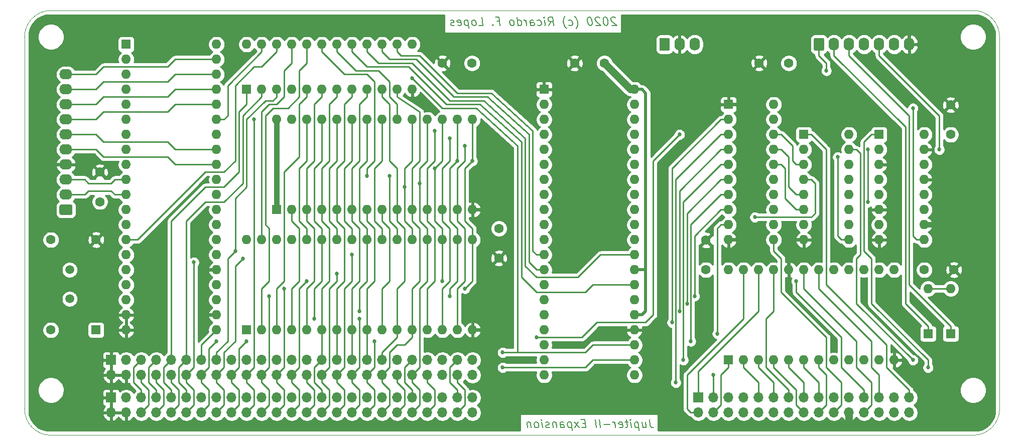
<source format=gbr>
G04 #@! TF.GenerationSoftware,KiCad,Pcbnew,(5.1.6)-1*
G04 #@! TF.CreationDate,2020-08-13T15:42:52-03:00*
G04 #@! TF.ProjectId,Jupiter-II_expansion,4a757069-7465-4722-9d49-495f65787061,rev?*
G04 #@! TF.SameCoordinates,Original*
G04 #@! TF.FileFunction,Copper,L2,Bot*
G04 #@! TF.FilePolarity,Positive*
%FSLAX46Y46*%
G04 Gerber Fmt 4.6, Leading zero omitted, Abs format (unit mm)*
G04 Created by KiCad (PCBNEW (5.1.6)-1) date 2020-08-13 15:42:52*
%MOMM*%
%LPD*%
G01*
G04 APERTURE LIST*
G04 #@! TA.AperFunction,NonConductor*
%ADD10C,0.200000*%
G04 #@! TD*
G04 #@! TA.AperFunction,Profile*
%ADD11C,0.050000*%
G04 #@! TD*
G04 #@! TA.AperFunction,ComponentPad*
%ADD12O,1.600000X1.600000*%
G04 #@! TD*
G04 #@! TA.AperFunction,ComponentPad*
%ADD13R,1.600000X1.600000*%
G04 #@! TD*
G04 #@! TA.AperFunction,ComponentPad*
%ADD14O,1.700000X1.700000*%
G04 #@! TD*
G04 #@! TA.AperFunction,ComponentPad*
%ADD15R,1.700000X1.700000*%
G04 #@! TD*
G04 #@! TA.AperFunction,ComponentPad*
%ADD16C,1.500000*%
G04 #@! TD*
G04 #@! TA.AperFunction,ComponentPad*
%ADD17O,1.740000X2.190000*%
G04 #@! TD*
G04 #@! TA.AperFunction,ComponentPad*
%ADD18O,2.190000X1.740000*%
G04 #@! TD*
G04 #@! TA.AperFunction,ComponentPad*
%ADD19C,1.600000*%
G04 #@! TD*
G04 #@! TA.AperFunction,ViaPad*
%ADD20C,0.685800*%
G04 #@! TD*
G04 #@! TA.AperFunction,Conductor*
%ADD21C,0.254000*%
G04 #@! TD*
G04 #@! TA.AperFunction,Conductor*
%ADD22C,1.270000*%
G04 #@! TD*
G04 #@! TA.AperFunction,Conductor*
%ADD23C,0.508000*%
G04 #@! TD*
G04 #@! TA.AperFunction,Conductor*
%ADD24C,0.889000*%
G04 #@! TD*
G04 #@! TA.AperFunction,Conductor*
%ADD25C,0.228600*%
G04 #@! TD*
G04 APERTURE END LIST*
D10*
X164435833Y-131948333D02*
X164560833Y-132948333D01*
X164652500Y-133148333D01*
X164802500Y-133281666D01*
X165010833Y-133348333D01*
X165144166Y-133348333D01*
X163227500Y-132415000D02*
X163344166Y-133348333D01*
X163827500Y-132415000D02*
X163919166Y-133148333D01*
X163869166Y-133281666D01*
X163744166Y-133348333D01*
X163544166Y-133348333D01*
X163402500Y-133281666D01*
X163327500Y-133215000D01*
X162560833Y-132415000D02*
X162735833Y-133815000D01*
X162569166Y-132481666D02*
X162427500Y-132415000D01*
X162160833Y-132415000D01*
X162035833Y-132481666D01*
X161977500Y-132548333D01*
X161927500Y-132681666D01*
X161977500Y-133081666D01*
X162060833Y-133215000D01*
X162135833Y-133281666D01*
X162277500Y-133348333D01*
X162544166Y-133348333D01*
X162669166Y-133281666D01*
X161410833Y-133348333D02*
X161294166Y-132415000D01*
X161235833Y-131948333D02*
X161310833Y-132015000D01*
X161252500Y-132081666D01*
X161177500Y-132015000D01*
X161235833Y-131948333D01*
X161252500Y-132081666D01*
X160827500Y-132415000D02*
X160294166Y-132415000D01*
X160569166Y-131948333D02*
X160719166Y-133148333D01*
X160669166Y-133281666D01*
X160544166Y-133348333D01*
X160410833Y-133348333D01*
X159402500Y-133281666D02*
X159544166Y-133348333D01*
X159810833Y-133348333D01*
X159935833Y-133281666D01*
X159985833Y-133148333D01*
X159919166Y-132615000D01*
X159835833Y-132481666D01*
X159694166Y-132415000D01*
X159427500Y-132415000D01*
X159302500Y-132481666D01*
X159252500Y-132615000D01*
X159269166Y-132748333D01*
X159952500Y-132881666D01*
X158744166Y-133348333D02*
X158627500Y-132415000D01*
X158660833Y-132681666D02*
X158577500Y-132548333D01*
X158502500Y-132481666D01*
X158360833Y-132415000D01*
X158227500Y-132415000D01*
X157810833Y-132815000D02*
X156744166Y-132815000D01*
X156144166Y-133348333D02*
X155969166Y-131948333D01*
X155477500Y-133348333D02*
X155302500Y-131948333D01*
X153652500Y-132615000D02*
X153185833Y-132615000D01*
X153077500Y-133348333D02*
X153744166Y-133348333D01*
X153569166Y-131948333D01*
X152902500Y-131948333D01*
X152610833Y-133348333D02*
X151760833Y-132415000D01*
X152494166Y-132415000D02*
X151877500Y-133348333D01*
X151227500Y-132415000D02*
X151402500Y-133815000D01*
X151235833Y-132481666D02*
X151094166Y-132415000D01*
X150827500Y-132415000D01*
X150702500Y-132481666D01*
X150644166Y-132548333D01*
X150594166Y-132681666D01*
X150644166Y-133081666D01*
X150727500Y-133215000D01*
X150802500Y-133281666D01*
X150944166Y-133348333D01*
X151210833Y-133348333D01*
X151335833Y-133281666D01*
X149477500Y-133348333D02*
X149385833Y-132615000D01*
X149435833Y-132481666D01*
X149560833Y-132415000D01*
X149827500Y-132415000D01*
X149969166Y-132481666D01*
X149469166Y-133281666D02*
X149610833Y-133348333D01*
X149944166Y-133348333D01*
X150069166Y-133281666D01*
X150119166Y-133148333D01*
X150102500Y-133015000D01*
X150019166Y-132881666D01*
X149877500Y-132815000D01*
X149544166Y-132815000D01*
X149402500Y-132748333D01*
X148694166Y-132415000D02*
X148810833Y-133348333D01*
X148710833Y-132548333D02*
X148635833Y-132481666D01*
X148494166Y-132415000D01*
X148294166Y-132415000D01*
X148169166Y-132481666D01*
X148119166Y-132615000D01*
X148210833Y-133348333D01*
X147602500Y-133281666D02*
X147477500Y-133348333D01*
X147210833Y-133348333D01*
X147069166Y-133281666D01*
X146985833Y-133148333D01*
X146977500Y-133081666D01*
X147027500Y-132948333D01*
X147152500Y-132881666D01*
X147352500Y-132881666D01*
X147477500Y-132815000D01*
X147527500Y-132681666D01*
X147519166Y-132615000D01*
X147435833Y-132481666D01*
X147294166Y-132415000D01*
X147094166Y-132415000D01*
X146969166Y-132481666D01*
X146410833Y-133348333D02*
X146294166Y-132415000D01*
X146235833Y-131948333D02*
X146310833Y-132015000D01*
X146252500Y-132081666D01*
X146177500Y-132015000D01*
X146235833Y-131948333D01*
X146252500Y-132081666D01*
X145544166Y-133348333D02*
X145669166Y-133281666D01*
X145727500Y-133215000D01*
X145777500Y-133081666D01*
X145727500Y-132681666D01*
X145644166Y-132548333D01*
X145569166Y-132481666D01*
X145427500Y-132415000D01*
X145227500Y-132415000D01*
X145102500Y-132481666D01*
X145044166Y-132548333D01*
X144994166Y-132681666D01*
X145044166Y-133081666D01*
X145127500Y-133215000D01*
X145202500Y-133281666D01*
X145344166Y-133348333D01*
X145544166Y-133348333D01*
X144360833Y-132415000D02*
X144477500Y-133348333D01*
X144377500Y-132548333D02*
X144302500Y-132481666D01*
X144160833Y-132415000D01*
X143960833Y-132415000D01*
X143835833Y-132481666D01*
X143785833Y-132615000D01*
X143877500Y-133348333D01*
X158727500Y-64136666D02*
X158652500Y-64070000D01*
X158510833Y-64003333D01*
X158177500Y-64003333D01*
X158052500Y-64070000D01*
X157994166Y-64136666D01*
X157944166Y-64270000D01*
X157960833Y-64403333D01*
X158052500Y-64603333D01*
X158952500Y-65403333D01*
X158085833Y-65403333D01*
X157044166Y-64003333D02*
X156910833Y-64003333D01*
X156785833Y-64070000D01*
X156727500Y-64136666D01*
X156677500Y-64270000D01*
X156644166Y-64536666D01*
X156685833Y-64870000D01*
X156785833Y-65136666D01*
X156869166Y-65270000D01*
X156944166Y-65336666D01*
X157085833Y-65403333D01*
X157219166Y-65403333D01*
X157344166Y-65336666D01*
X157402500Y-65270000D01*
X157452500Y-65136666D01*
X157485833Y-64870000D01*
X157444166Y-64536666D01*
X157344166Y-64270000D01*
X157260833Y-64136666D01*
X157185833Y-64070000D01*
X157044166Y-64003333D01*
X156060833Y-64136666D02*
X155985833Y-64070000D01*
X155844166Y-64003333D01*
X155510833Y-64003333D01*
X155385833Y-64070000D01*
X155327500Y-64136666D01*
X155277500Y-64270000D01*
X155294166Y-64403333D01*
X155385833Y-64603333D01*
X156285833Y-65403333D01*
X155419166Y-65403333D01*
X154377500Y-64003333D02*
X154244166Y-64003333D01*
X154119166Y-64070000D01*
X154060833Y-64136666D01*
X154010833Y-64270000D01*
X153977500Y-64536666D01*
X154019166Y-64870000D01*
X154119166Y-65136666D01*
X154202500Y-65270000D01*
X154277500Y-65336666D01*
X154419166Y-65403333D01*
X154552500Y-65403333D01*
X154677500Y-65336666D01*
X154735833Y-65270000D01*
X154785833Y-65136666D01*
X154819166Y-64870000D01*
X154777500Y-64536666D01*
X154677500Y-64270000D01*
X154594166Y-64136666D01*
X154519166Y-64070000D01*
X154377500Y-64003333D01*
X152085833Y-65936666D02*
X152144166Y-65870000D01*
X152252500Y-65670000D01*
X152302500Y-65536666D01*
X152344166Y-65336666D01*
X152369166Y-65003333D01*
X152335833Y-64736666D01*
X152227500Y-64403333D01*
X152135833Y-64203333D01*
X152052500Y-64070000D01*
X151894166Y-63870000D01*
X151819166Y-63803333D01*
X150877500Y-65336666D02*
X151019166Y-65403333D01*
X151285833Y-65403333D01*
X151410833Y-65336666D01*
X151469166Y-65270000D01*
X151519166Y-65136666D01*
X151469166Y-64736666D01*
X151385833Y-64603333D01*
X151310833Y-64536666D01*
X151169166Y-64470000D01*
X150902500Y-64470000D01*
X150777500Y-64536666D01*
X150485833Y-65936666D02*
X150410833Y-65870000D01*
X150252500Y-65670000D01*
X150169166Y-65536666D01*
X150077500Y-65336666D01*
X149969166Y-65003333D01*
X149935833Y-64736666D01*
X149960833Y-64403333D01*
X150002500Y-64203333D01*
X150052500Y-64070000D01*
X150160833Y-63870000D01*
X150219166Y-63803333D01*
X147485833Y-65403333D02*
X147869166Y-64736666D01*
X148285833Y-65403333D02*
X148110833Y-64003333D01*
X147577500Y-64003333D01*
X147452500Y-64070000D01*
X147394166Y-64136666D01*
X147344166Y-64270000D01*
X147369166Y-64470000D01*
X147452500Y-64603333D01*
X147527500Y-64670000D01*
X147669166Y-64736666D01*
X148202500Y-64736666D01*
X146885833Y-65403333D02*
X146769166Y-64470000D01*
X146710833Y-64003333D02*
X146785833Y-64070000D01*
X146727500Y-64136666D01*
X146652500Y-64070000D01*
X146710833Y-64003333D01*
X146727500Y-64136666D01*
X145610833Y-65336666D02*
X145752500Y-65403333D01*
X146019166Y-65403333D01*
X146144166Y-65336666D01*
X146202500Y-65270000D01*
X146252500Y-65136666D01*
X146202500Y-64736666D01*
X146119166Y-64603333D01*
X146044166Y-64536666D01*
X145902500Y-64470000D01*
X145635833Y-64470000D01*
X145510833Y-64536666D01*
X144419166Y-65403333D02*
X144327500Y-64670000D01*
X144377500Y-64536666D01*
X144502500Y-64470000D01*
X144769166Y-64470000D01*
X144910833Y-64536666D01*
X144410833Y-65336666D02*
X144552500Y-65403333D01*
X144885833Y-65403333D01*
X145010833Y-65336666D01*
X145060833Y-65203333D01*
X145044166Y-65070000D01*
X144960833Y-64936666D01*
X144819166Y-64870000D01*
X144485833Y-64870000D01*
X144344166Y-64803333D01*
X143752500Y-65403333D02*
X143635833Y-64470000D01*
X143669166Y-64736666D02*
X143585833Y-64603333D01*
X143510833Y-64536666D01*
X143369166Y-64470000D01*
X143235833Y-64470000D01*
X142285833Y-65403333D02*
X142110833Y-64003333D01*
X142277500Y-65336666D02*
X142419166Y-65403333D01*
X142685833Y-65403333D01*
X142810833Y-65336666D01*
X142869166Y-65270000D01*
X142919166Y-65136666D01*
X142869166Y-64736666D01*
X142785833Y-64603333D01*
X142710833Y-64536666D01*
X142569166Y-64470000D01*
X142302500Y-64470000D01*
X142177500Y-64536666D01*
X141419166Y-65403333D02*
X141544166Y-65336666D01*
X141602500Y-65270000D01*
X141652500Y-65136666D01*
X141602500Y-64736666D01*
X141519166Y-64603333D01*
X141444166Y-64536666D01*
X141302500Y-64470000D01*
X141102500Y-64470000D01*
X140977500Y-64536666D01*
X140919166Y-64603333D01*
X140869166Y-64736666D01*
X140919166Y-65136666D01*
X141002500Y-65270000D01*
X141077500Y-65336666D01*
X141219166Y-65403333D01*
X141419166Y-65403333D01*
X138727500Y-64670000D02*
X139194166Y-64670000D01*
X139285833Y-65403333D02*
X139110833Y-64003333D01*
X138444166Y-64003333D01*
X138069166Y-65270000D02*
X138010833Y-65336666D01*
X138085833Y-65403333D01*
X138144166Y-65336666D01*
X138069166Y-65270000D01*
X138085833Y-65403333D01*
X135685833Y-65403333D02*
X136352500Y-65403333D01*
X136177500Y-64003333D01*
X135019166Y-65403333D02*
X135144166Y-65336666D01*
X135202500Y-65270000D01*
X135252500Y-65136666D01*
X135202500Y-64736666D01*
X135119166Y-64603333D01*
X135044166Y-64536666D01*
X134902500Y-64470000D01*
X134702500Y-64470000D01*
X134577500Y-64536666D01*
X134519166Y-64603333D01*
X134469166Y-64736666D01*
X134519166Y-65136666D01*
X134602500Y-65270000D01*
X134677500Y-65336666D01*
X134819166Y-65403333D01*
X135019166Y-65403333D01*
X133835833Y-64470000D02*
X134010833Y-65870000D01*
X133844166Y-64536666D02*
X133702500Y-64470000D01*
X133435833Y-64470000D01*
X133310833Y-64536666D01*
X133252500Y-64603333D01*
X133202500Y-64736666D01*
X133252500Y-65136666D01*
X133335833Y-65270000D01*
X133410833Y-65336666D01*
X133552500Y-65403333D01*
X133819166Y-65403333D01*
X133944166Y-65336666D01*
X132144166Y-65336666D02*
X132285833Y-65403333D01*
X132552500Y-65403333D01*
X132677500Y-65336666D01*
X132727500Y-65203333D01*
X132660833Y-64670000D01*
X132577500Y-64536666D01*
X132435833Y-64470000D01*
X132169166Y-64470000D01*
X132044166Y-64536666D01*
X131994166Y-64670000D01*
X132010833Y-64803333D01*
X132694166Y-64936666D01*
X131544166Y-65336666D02*
X131419166Y-65403333D01*
X131152500Y-65403333D01*
X131010833Y-65336666D01*
X130927500Y-65203333D01*
X130919166Y-65136666D01*
X130969166Y-65003333D01*
X131094166Y-64936666D01*
X131294166Y-64936666D01*
X131419166Y-64870000D01*
X131469166Y-64736666D01*
X131460833Y-64670000D01*
X131377500Y-64536666D01*
X131235833Y-64470000D01*
X131035833Y-64470000D01*
X130910833Y-64536666D01*
D11*
X219075000Y-62865000D02*
G75*
G02*
X223520000Y-67310000I0J-4445000D01*
G01*
X59055000Y-67310000D02*
G75*
G02*
X63500000Y-62865000I4445000J0D01*
G01*
X219075000Y-62865000D02*
X63500000Y-62865000D01*
X223520000Y-130175000D02*
G75*
G02*
X219075000Y-134620000I-4445000J0D01*
G01*
X63500000Y-134620000D02*
G75*
G02*
X59055000Y-130175000I0J4445000D01*
G01*
X223520000Y-130175000D02*
X223520000Y-67310000D01*
X63500000Y-134620000D02*
X219075000Y-134620000D01*
X59055000Y-130175000D02*
X59055000Y-67310000D01*
D12*
X161925000Y-76200000D03*
X146685000Y-124460000D03*
X161925000Y-78740000D03*
X146685000Y-121920000D03*
X161925000Y-81280000D03*
X146685000Y-119380000D03*
X161925000Y-83820000D03*
X146685000Y-116840000D03*
X161925000Y-86360000D03*
X146685000Y-114300000D03*
X161925000Y-88900000D03*
X146685000Y-111760000D03*
X161925000Y-91440000D03*
X146685000Y-109220000D03*
X161925000Y-93980000D03*
X146685000Y-106680000D03*
X161925000Y-96520000D03*
X146685000Y-104140000D03*
X161925000Y-99060000D03*
X146685000Y-101600000D03*
X161925000Y-101600000D03*
X146685000Y-99060000D03*
X161925000Y-104140000D03*
X146685000Y-96520000D03*
X161925000Y-106680000D03*
X146685000Y-93980000D03*
X161925000Y-109220000D03*
X146685000Y-91440000D03*
X161925000Y-111760000D03*
X146685000Y-88900000D03*
X161925000Y-114300000D03*
X146685000Y-86360000D03*
X161925000Y-116840000D03*
X146685000Y-83820000D03*
X161925000Y-119380000D03*
X146685000Y-81280000D03*
X161925000Y-121920000D03*
X146685000Y-78740000D03*
X161925000Y-124460000D03*
D13*
X146685000Y-76200000D03*
D12*
X198120000Y-83820000D03*
X190500000Y-101600000D03*
X198120000Y-86360000D03*
X190500000Y-99060000D03*
X198120000Y-88900000D03*
X190500000Y-96520000D03*
X198120000Y-91440000D03*
X190500000Y-93980000D03*
X198120000Y-93980000D03*
X190500000Y-91440000D03*
X198120000Y-96520000D03*
X190500000Y-88900000D03*
X198120000Y-99060000D03*
X190500000Y-86360000D03*
X198120000Y-101600000D03*
D13*
X190500000Y-83820000D03*
D12*
X210820000Y-83820000D03*
X203200000Y-101600000D03*
X210820000Y-86360000D03*
X203200000Y-99060000D03*
X210820000Y-88900000D03*
X203200000Y-96520000D03*
X210820000Y-91440000D03*
X203200000Y-93980000D03*
X210820000Y-93980000D03*
X203200000Y-91440000D03*
X210820000Y-96520000D03*
X203200000Y-88900000D03*
X210820000Y-99060000D03*
X203200000Y-86360000D03*
X210820000Y-101600000D03*
D13*
X203200000Y-83820000D03*
X76200000Y-68580000D03*
D12*
X91440000Y-116840000D03*
X76200000Y-71120000D03*
X91440000Y-114300000D03*
X76200000Y-73660000D03*
X91440000Y-111760000D03*
X76200000Y-76200000D03*
X91440000Y-109220000D03*
X76200000Y-78740000D03*
X91440000Y-106680000D03*
X76200000Y-81280000D03*
X91440000Y-104140000D03*
X76200000Y-83820000D03*
X91440000Y-101600000D03*
X76200000Y-86360000D03*
X91440000Y-99060000D03*
X76200000Y-88900000D03*
X91440000Y-96520000D03*
X76200000Y-91440000D03*
X91440000Y-93980000D03*
X76200000Y-93980000D03*
X91440000Y-91440000D03*
X76200000Y-96520000D03*
X91440000Y-88900000D03*
X76200000Y-99060000D03*
X91440000Y-86360000D03*
X76200000Y-101600000D03*
X91440000Y-83820000D03*
X76200000Y-104140000D03*
X91440000Y-81280000D03*
X76200000Y-106680000D03*
X91440000Y-78740000D03*
X76200000Y-109220000D03*
X91440000Y-76200000D03*
X76200000Y-111760000D03*
X91440000Y-73660000D03*
X76200000Y-114300000D03*
X91440000Y-71120000D03*
X76200000Y-116840000D03*
X91440000Y-68580000D03*
X96520000Y-101600000D03*
X134620000Y-116840000D03*
X99060000Y-101600000D03*
X132080000Y-116840000D03*
X101600000Y-101600000D03*
X129540000Y-116840000D03*
X104140000Y-101600000D03*
X127000000Y-116840000D03*
X106680000Y-101600000D03*
X124460000Y-116840000D03*
X109220000Y-101600000D03*
X121920000Y-116840000D03*
X111760000Y-101600000D03*
X119380000Y-116840000D03*
X114300000Y-101600000D03*
X116840000Y-116840000D03*
X116840000Y-101600000D03*
X114300000Y-116840000D03*
X119380000Y-101600000D03*
X111760000Y-116840000D03*
X121920000Y-101600000D03*
X109220000Y-116840000D03*
X124460000Y-101600000D03*
X106680000Y-116840000D03*
X127000000Y-101600000D03*
X104140000Y-116840000D03*
X129540000Y-101600000D03*
X101600000Y-116840000D03*
X132080000Y-101600000D03*
X99060000Y-116840000D03*
X134620000Y-101600000D03*
D13*
X96520000Y-116840000D03*
D14*
X134620000Y-130810000D03*
X134620000Y-128270000D03*
X132080000Y-130810000D03*
X132080000Y-128270000D03*
X129540000Y-130810000D03*
X129540000Y-128270000D03*
X127000000Y-130810000D03*
X127000000Y-128270000D03*
X124460000Y-130810000D03*
X124460000Y-128270000D03*
X121920000Y-130810000D03*
X121920000Y-128270000D03*
X119380000Y-130810000D03*
X119380000Y-128270000D03*
X116840000Y-130810000D03*
X116840000Y-128270000D03*
X114300000Y-130810000D03*
X114300000Y-128270000D03*
X111760000Y-130810000D03*
X111760000Y-128270000D03*
X109220000Y-130810000D03*
X109220000Y-128270000D03*
X106680000Y-130810000D03*
X106680000Y-128270000D03*
X104140000Y-130810000D03*
X104140000Y-128270000D03*
X101600000Y-130810000D03*
X101600000Y-128270000D03*
X99060000Y-130810000D03*
X99060000Y-128270000D03*
X96520000Y-130810000D03*
X96520000Y-128270000D03*
X93980000Y-130810000D03*
X93980000Y-128270000D03*
X91440000Y-130810000D03*
X91440000Y-128270000D03*
X88900000Y-130810000D03*
X88900000Y-128270000D03*
X86360000Y-130810000D03*
X86360000Y-128270000D03*
X83820000Y-130810000D03*
X83820000Y-128270000D03*
X81280000Y-130810000D03*
X81280000Y-128270000D03*
X78740000Y-130810000D03*
X78740000Y-128270000D03*
X76200000Y-130810000D03*
X76200000Y-128270000D03*
X73660000Y-130810000D03*
D15*
X73660000Y-128270000D03*
D16*
X66675000Y-106680000D03*
X66675000Y-111580000D03*
D12*
X211455000Y-109855000D03*
D13*
X211455000Y-117475000D03*
D17*
X208280000Y-68580000D03*
X205740000Y-68580000D03*
X203200000Y-68580000D03*
X200660000Y-68580000D03*
X198120000Y-68580000D03*
X195580000Y-68580000D03*
G04 #@! TA.AperFunction,ComponentPad*
G36*
G01*
X192170000Y-69425001D02*
X192170000Y-67734999D01*
G75*
G02*
X192419999Y-67485000I249999J0D01*
G01*
X193660001Y-67485000D01*
G75*
G02*
X193910000Y-67734999I0J-249999D01*
G01*
X193910000Y-69425001D01*
G75*
G02*
X193660001Y-69675000I-249999J0D01*
G01*
X192419999Y-69675000D01*
G75*
G02*
X192170000Y-69425001I0J249999D01*
G01*
G37*
G04 #@! TD.AperFunction*
D12*
X215265000Y-109855000D03*
D13*
X215265000Y-117475000D03*
D18*
X66040000Y-73660000D03*
X66040000Y-76200000D03*
X66040000Y-78740000D03*
X66040000Y-81280000D03*
X66040000Y-83820000D03*
X66040000Y-86360000D03*
X66040000Y-88900000D03*
X66040000Y-91440000D03*
X66040000Y-93980000D03*
G04 #@! TA.AperFunction,ComponentPad*
G36*
G01*
X66885001Y-97390000D02*
X65194999Y-97390000D01*
G75*
G02*
X64945000Y-97140001I0J249999D01*
G01*
X64945000Y-95899999D01*
G75*
G02*
X65194999Y-95650000I249999J0D01*
G01*
X66885001Y-95650000D01*
G75*
G02*
X67135000Y-95899999I0J-249999D01*
G01*
X67135000Y-97140001D01*
G75*
G02*
X66885001Y-97390000I-249999J0D01*
G01*
G37*
G04 #@! TD.AperFunction*
D19*
X156845000Y-71755000D03*
X151845000Y-71755000D03*
X71755000Y-95170000D03*
X71755000Y-90170000D03*
D13*
X71120000Y-116840000D03*
D19*
X63500000Y-116840000D03*
X63500000Y-101600000D03*
X71120000Y-101600000D03*
D17*
X172085000Y-68580000D03*
X169545000Y-68580000D03*
G04 #@! TA.AperFunction,ComponentPad*
G36*
G01*
X166135000Y-69425001D02*
X166135000Y-67734999D01*
G75*
G02*
X166384999Y-67485000I249999J0D01*
G01*
X167625001Y-67485000D01*
G75*
G02*
X167875000Y-67734999I0J-249999D01*
G01*
X167875000Y-69425001D01*
G75*
G02*
X167625001Y-69675000I-249999J0D01*
G01*
X166384999Y-69675000D01*
G75*
G02*
X166135000Y-69425001I0J249999D01*
G01*
G37*
G04 #@! TD.AperFunction*
D19*
X139065000Y-99695000D03*
X139065000Y-104695000D03*
X134540000Y-71755000D03*
X129540000Y-71755000D03*
X215265000Y-83820000D03*
X215265000Y-78820000D03*
X173990000Y-106680000D03*
X173990000Y-101680000D03*
X210820000Y-106680000D03*
X215820000Y-106680000D03*
X187960000Y-71755000D03*
X182960000Y-71755000D03*
D12*
X185420000Y-78740000D03*
X177800000Y-101600000D03*
X185420000Y-81280000D03*
X177800000Y-99060000D03*
X185420000Y-83820000D03*
X177800000Y-96520000D03*
X185420000Y-86360000D03*
X177800000Y-93980000D03*
X185420000Y-88900000D03*
X177800000Y-91440000D03*
X185420000Y-91440000D03*
X177800000Y-88900000D03*
X185420000Y-93980000D03*
X177800000Y-86360000D03*
X185420000Y-96520000D03*
X177800000Y-83820000D03*
X185420000Y-99060000D03*
X177800000Y-81280000D03*
X185420000Y-101600000D03*
D13*
X177800000Y-78740000D03*
D12*
X177800000Y-106680000D03*
X205740000Y-121920000D03*
X180340000Y-106680000D03*
X203200000Y-121920000D03*
X182880000Y-106680000D03*
X200660000Y-121920000D03*
X185420000Y-106680000D03*
X198120000Y-121920000D03*
X187960000Y-106680000D03*
X195580000Y-121920000D03*
X190500000Y-106680000D03*
X193040000Y-121920000D03*
X193040000Y-106680000D03*
X190500000Y-121920000D03*
X195580000Y-106680000D03*
X187960000Y-121920000D03*
X198120000Y-106680000D03*
X185420000Y-121920000D03*
X200660000Y-106680000D03*
X182880000Y-121920000D03*
X203200000Y-106680000D03*
X180340000Y-121920000D03*
X205740000Y-106680000D03*
D13*
X177800000Y-121920000D03*
D12*
X101600000Y-81280000D03*
X134620000Y-96520000D03*
X104140000Y-81280000D03*
X132080000Y-96520000D03*
X106680000Y-81280000D03*
X129540000Y-96520000D03*
X109220000Y-81280000D03*
X127000000Y-96520000D03*
X111760000Y-81280000D03*
X124460000Y-96520000D03*
X114300000Y-81280000D03*
X121920000Y-96520000D03*
X116840000Y-81280000D03*
X119380000Y-96520000D03*
X119380000Y-81280000D03*
X116840000Y-96520000D03*
X121920000Y-81280000D03*
X114300000Y-96520000D03*
X124460000Y-81280000D03*
X111760000Y-96520000D03*
X127000000Y-81280000D03*
X109220000Y-96520000D03*
X129540000Y-81280000D03*
X106680000Y-96520000D03*
X132080000Y-81280000D03*
X104140000Y-96520000D03*
X134620000Y-81280000D03*
D13*
X101600000Y-96520000D03*
D12*
X96520000Y-68580000D03*
X124460000Y-76200000D03*
X99060000Y-68580000D03*
X121920000Y-76200000D03*
X101600000Y-68580000D03*
X119380000Y-76200000D03*
X104140000Y-68580000D03*
X116840000Y-76200000D03*
X106680000Y-68580000D03*
X114300000Y-76200000D03*
X109220000Y-68580000D03*
X111760000Y-76200000D03*
X111760000Y-68580000D03*
X109220000Y-76200000D03*
X114300000Y-68580000D03*
X106680000Y-76200000D03*
X116840000Y-68580000D03*
X104140000Y-76200000D03*
X119380000Y-68580000D03*
X101600000Y-76200000D03*
X121920000Y-68580000D03*
X99060000Y-76200000D03*
X124460000Y-68580000D03*
D13*
X96520000Y-76200000D03*
D14*
X208280000Y-130810000D03*
X208280000Y-128270000D03*
X205740000Y-130810000D03*
X205740000Y-128270000D03*
X203200000Y-130810000D03*
X203200000Y-128270000D03*
X200660000Y-130810000D03*
X200660000Y-128270000D03*
X198120000Y-130810000D03*
X198120000Y-128270000D03*
X195580000Y-130810000D03*
X195580000Y-128270000D03*
X193040000Y-130810000D03*
X193040000Y-128270000D03*
X190500000Y-130810000D03*
X190500000Y-128270000D03*
X187960000Y-130810000D03*
X187960000Y-128270000D03*
X185420000Y-130810000D03*
X185420000Y-128270000D03*
X182880000Y-130810000D03*
X182880000Y-128270000D03*
X180340000Y-130810000D03*
X180340000Y-128270000D03*
X177800000Y-130810000D03*
X177800000Y-128270000D03*
X175260000Y-130810000D03*
X175260000Y-128270000D03*
X172720000Y-130810000D03*
D15*
X172720000Y-128270000D03*
D14*
X134620000Y-124460000D03*
X134620000Y-121920000D03*
X132080000Y-124460000D03*
X132080000Y-121920000D03*
X129540000Y-124460000D03*
X129540000Y-121920000D03*
X127000000Y-124460000D03*
X127000000Y-121920000D03*
X124460000Y-124460000D03*
X124460000Y-121920000D03*
X121920000Y-124460000D03*
X121920000Y-121920000D03*
X119380000Y-124460000D03*
X119380000Y-121920000D03*
X116840000Y-124460000D03*
X116840000Y-121920000D03*
X114300000Y-124460000D03*
X114300000Y-121920000D03*
X111760000Y-124460000D03*
X111760000Y-121920000D03*
X109220000Y-124460000D03*
X109220000Y-121920000D03*
X106680000Y-124460000D03*
X106680000Y-121920000D03*
X104140000Y-124460000D03*
X104140000Y-121920000D03*
X101600000Y-124460000D03*
X101600000Y-121920000D03*
X99060000Y-124460000D03*
X99060000Y-121920000D03*
X96520000Y-124460000D03*
X96520000Y-121920000D03*
X93980000Y-124460000D03*
X93980000Y-121920000D03*
X91440000Y-124460000D03*
X91440000Y-121920000D03*
X88900000Y-124460000D03*
X88900000Y-121920000D03*
X86360000Y-124460000D03*
X86360000Y-121920000D03*
X83820000Y-124460000D03*
X83820000Y-121920000D03*
X81280000Y-124460000D03*
X81280000Y-121920000D03*
X78740000Y-124460000D03*
X78740000Y-121920000D03*
X76200000Y-124460000D03*
X76200000Y-121920000D03*
X73660000Y-124460000D03*
D15*
X73660000Y-121920000D03*
D20*
X194310000Y-73025000D03*
X208915000Y-79375000D03*
X201295000Y-95250000D03*
X201295000Y-86360000D03*
X139700000Y-123190000D03*
X115570000Y-113665000D03*
X94615000Y-103505000D03*
X124460000Y-74295000D03*
X139700000Y-120650000D03*
X120650000Y-90805000D03*
X116840000Y-90805000D03*
X139700000Y-88900000D03*
X139700000Y-96520000D03*
X139700000Y-93980000D03*
X139700000Y-91440000D03*
X175260000Y-124460000D03*
X211455000Y-123190000D03*
X169545000Y-83820000D03*
X145415000Y-118110000D03*
X87630000Y-105410000D03*
X91440000Y-118745000D03*
X95885000Y-104775000D03*
X96520000Y-118745000D03*
X97790000Y-81280000D03*
X100330000Y-111125000D03*
X130810000Y-111125000D03*
X132080000Y-88265000D03*
X102870000Y-109855000D03*
X133350000Y-109855000D03*
X134620000Y-88265000D03*
X106680000Y-108585000D03*
X129540000Y-108585000D03*
X128270000Y-89535000D03*
X111760000Y-107315000D03*
X114300000Y-104140000D03*
X115570000Y-114935000D03*
X107950000Y-114935000D03*
X118110000Y-118745000D03*
X128270000Y-83185000D03*
X130810000Y-84455000D03*
X133350000Y-85725000D03*
X125730000Y-92075000D03*
X123190000Y-92710000D03*
X172085000Y-111125000D03*
X170815000Y-112395000D03*
X169545000Y-113665000D03*
X168275000Y-115570000D03*
X175895000Y-117475000D03*
X171450000Y-118745000D03*
X170180000Y-121920000D03*
X168910000Y-125730000D03*
X208915000Y-121920000D03*
X213360000Y-86360000D03*
X196215000Y-87630000D03*
X182245000Y-97790000D03*
X189230000Y-108585000D03*
D21*
X81280000Y-130810000D02*
X82550000Y-129540000D01*
X82550000Y-129540000D02*
X82550000Y-127000000D01*
X82550000Y-127000000D02*
X81280000Y-125730000D01*
X81280000Y-125730000D02*
X81280000Y-124460000D01*
D22*
X161290000Y-76200000D02*
X156845000Y-71755000D01*
X161925000Y-76200000D02*
X161290000Y-76200000D01*
D21*
X193040000Y-70485000D02*
X193040000Y-68580000D01*
X194310000Y-73025000D02*
X194310000Y-71755000D01*
X194310000Y-71755000D02*
X193040000Y-70485000D01*
D23*
X161925000Y-114300000D02*
X163195000Y-114300000D01*
X163195000Y-114300000D02*
X163830000Y-113665000D01*
X163830000Y-113665000D02*
X163830000Y-106680000D01*
X161925000Y-106680000D02*
X163830000Y-106680000D01*
X163195000Y-76200000D02*
X161925000Y-76200000D01*
X163830000Y-76835000D02*
X163195000Y-76200000D01*
X163830000Y-106680000D02*
X163830000Y-76835000D01*
D24*
X101600000Y-81280000D02*
X101600000Y-96520000D01*
D21*
X211455000Y-109855000D02*
X215265000Y-109855000D01*
X208915000Y-79375000D02*
X208915000Y-100965000D01*
X209550000Y-101600000D02*
X210820000Y-101600000D01*
X208915000Y-100965000D02*
X209550000Y-101600000D01*
X86360000Y-121920000D02*
X86360000Y-98425000D01*
X99060000Y-77470000D02*
X99060000Y-76200000D01*
X86360000Y-98425000D02*
X89535000Y-95250000D01*
X89535000Y-95250000D02*
X92710000Y-95250000D01*
X86360000Y-128270000D02*
X86360000Y-127000000D01*
X86360000Y-127000000D02*
X85090000Y-125730000D01*
X85090000Y-125730000D02*
X85090000Y-123190000D01*
X85090000Y-123190000D02*
X86360000Y-121920000D01*
X95885000Y-92075000D02*
X92710000Y-95250000D01*
X95885000Y-80645000D02*
X95885000Y-92075000D01*
X95885000Y-80645000D02*
X99060000Y-77470000D01*
X201295000Y-95250000D02*
X201295000Y-86360000D01*
X83820000Y-128270000D02*
X83820000Y-127000000D01*
X83820000Y-127000000D02*
X82550000Y-125730000D01*
X82550000Y-125730000D02*
X82550000Y-123190000D01*
X82550000Y-123190000D02*
X83820000Y-121920000D01*
X89535000Y-92710000D02*
X83820000Y-98425000D01*
X92710000Y-92710000D02*
X89535000Y-92710000D01*
X96520000Y-76200000D02*
X96520000Y-78740000D01*
X83820000Y-98425000D02*
X83820000Y-121920000D01*
X95250000Y-90170000D02*
X92710000Y-92710000D01*
X95250000Y-80010000D02*
X95250000Y-90170000D01*
X96520000Y-78740000D02*
X95250000Y-80010000D01*
X83820000Y-130810000D02*
X85090000Y-129540000D01*
X85090000Y-129540000D02*
X85090000Y-127000000D01*
X85090000Y-127000000D02*
X83820000Y-125730000D01*
X83820000Y-125730000D02*
X83820000Y-124460000D01*
X161925000Y-121920000D02*
X154940000Y-121920000D01*
X153670000Y-123190000D02*
X139700000Y-123190000D01*
X154940000Y-121920000D02*
X153670000Y-123190000D01*
X88900000Y-121920000D02*
X88900000Y-119380000D01*
X115570000Y-109855000D02*
X116840000Y-108585000D01*
X115570000Y-113665000D02*
X115570000Y-109855000D01*
X116840000Y-108585000D02*
X116840000Y-101600000D01*
X116840000Y-88265000D02*
X116840000Y-81280000D01*
X115570000Y-98425000D02*
X115570000Y-89535000D01*
X115570000Y-89535000D02*
X116840000Y-88265000D01*
X116840000Y-99695000D02*
X115570000Y-98425000D01*
X116840000Y-101600000D02*
X116840000Y-99695000D01*
X91440000Y-116840000D02*
X88900000Y-119380000D01*
X91440000Y-120650000D02*
X91440000Y-121920000D01*
X93345000Y-118745000D02*
X91440000Y-120650000D01*
X101600000Y-77470000D02*
X100965000Y-78105000D01*
X100965000Y-78105000D02*
X99695000Y-78105000D01*
X101600000Y-76200000D02*
X101600000Y-77470000D01*
X94615000Y-94615000D02*
X94615000Y-103505000D01*
X94615000Y-103505000D02*
X93345000Y-104775000D01*
X93345000Y-104775000D02*
X93345000Y-118745000D01*
X96520000Y-92710000D02*
X94615000Y-94615000D01*
X96520000Y-81280000D02*
X96520000Y-92710000D01*
X99695000Y-78105000D02*
X96520000Y-81280000D01*
X129540000Y-79375000D02*
X135255000Y-79375000D01*
X142240000Y-85725000D02*
X142240000Y-109855000D01*
X157480000Y-119380000D02*
X161925000Y-119380000D01*
X124460000Y-74295000D02*
X129540000Y-79375000D01*
X135255000Y-79375000D02*
X142240000Y-85725000D01*
X157480000Y-119380000D02*
X154940000Y-119380000D01*
X154940000Y-119380000D02*
X153670000Y-120650000D01*
X153670000Y-120650000D02*
X148590000Y-120650000D01*
X142240000Y-109855000D02*
X142240000Y-120650000D01*
X148590000Y-120650000D02*
X142240000Y-120650000D01*
X142240000Y-120650000D02*
X139700000Y-120650000D01*
X154940000Y-109220000D02*
X161925000Y-109220000D01*
X145415000Y-110490000D02*
X153670000Y-110490000D01*
X142875000Y-107950000D02*
X145415000Y-110490000D01*
X142875000Y-85090000D02*
X142875000Y-107950000D01*
X135890000Y-78740000D02*
X142875000Y-85090000D01*
X123825000Y-72390000D02*
X130175000Y-78740000D01*
X114300000Y-68580000D02*
X114300000Y-69850000D01*
X153670000Y-110490000D02*
X154940000Y-109220000D01*
X114300000Y-69850000D02*
X116840000Y-72390000D01*
X116840000Y-72390000D02*
X123825000Y-72390000D01*
X130175000Y-78740000D02*
X135890000Y-78740000D01*
X156210000Y-104140000D02*
X161925000Y-104140000D01*
X152400000Y-107950000D02*
X156210000Y-104140000D01*
X136525000Y-78105000D02*
X143510000Y-84455000D01*
X116840000Y-69850000D02*
X118745000Y-71755000D01*
X118745000Y-71755000D02*
X124460000Y-71755000D01*
X124460000Y-71755000D02*
X130810000Y-78105000D01*
X116840000Y-68580000D02*
X116840000Y-69850000D01*
X130810000Y-78105000D02*
X136525000Y-78105000D01*
X145415000Y-107950000D02*
X143510000Y-106045000D01*
X143510000Y-84455000D02*
X143510000Y-106045000D01*
X145415000Y-107950000D02*
X152400000Y-107950000D01*
X145415000Y-104140000D02*
X146685000Y-104140000D01*
X144780000Y-83185000D02*
X144780000Y-103505000D01*
X137795000Y-76835000D02*
X144780000Y-83185000D01*
X121920000Y-69850000D02*
X122555000Y-70485000D01*
X122555000Y-70485000D02*
X125730000Y-70485000D01*
X125730000Y-70485000D02*
X132080000Y-76835000D01*
X144780000Y-103505000D02*
X145415000Y-104140000D01*
X121920000Y-68580000D02*
X121920000Y-69850000D01*
X132080000Y-76835000D02*
X137795000Y-76835000D01*
X119380000Y-69850000D02*
X120650000Y-71120000D01*
X120650000Y-71120000D02*
X125095000Y-71120000D01*
X119380000Y-68580000D02*
X119380000Y-69850000D01*
X137160000Y-77470000D02*
X144145000Y-83820000D01*
X125095000Y-71120000D02*
X131445000Y-77470000D01*
X131445000Y-77470000D02*
X137160000Y-77470000D01*
X144145000Y-83820000D02*
X144145000Y-105410000D01*
X145415000Y-106680000D02*
X144145000Y-105410000D01*
X145415000Y-106680000D02*
X146685000Y-106680000D01*
X105410000Y-73025000D02*
X106680000Y-71755000D01*
X105410000Y-77470000D02*
X105410000Y-73025000D01*
X106680000Y-71755000D02*
X106680000Y-68580000D01*
X103505000Y-79375000D02*
X105410000Y-77470000D01*
X100965000Y-79375000D02*
X103505000Y-79375000D01*
X99695000Y-80645000D02*
X100965000Y-79375000D01*
X99060000Y-116840000D02*
X99060000Y-109855000D01*
X100330000Y-108585000D02*
X100330000Y-99695000D01*
X100330000Y-99695000D02*
X99695000Y-99060000D01*
X99060000Y-109855000D02*
X100330000Y-108585000D01*
X99695000Y-99060000D02*
X99695000Y-80645000D01*
X99060000Y-101600000D02*
X99060000Y-102235000D01*
X104140000Y-71755000D02*
X104140000Y-68580000D01*
X102870000Y-77470000D02*
X102870000Y-73025000D01*
X101600000Y-78740000D02*
X102870000Y-77470000D01*
X100330000Y-78740000D02*
X101600000Y-78740000D01*
X99060000Y-80010000D02*
X100330000Y-78740000D01*
X102870000Y-73025000D02*
X104140000Y-71755000D01*
X99060000Y-101600000D02*
X99060000Y-80010000D01*
X120650000Y-98425000D02*
X121920000Y-99695000D01*
X121920000Y-99695000D02*
X121920000Y-101600000D01*
X120650000Y-90805000D02*
X120650000Y-98425000D01*
X109220000Y-69850000D02*
X109220000Y-68580000D01*
X113030000Y-73660000D02*
X109220000Y-69850000D01*
X116840000Y-73660000D02*
X113030000Y-73660000D01*
X116840000Y-90805000D02*
X116840000Y-89535000D01*
X118110000Y-74930000D02*
X116840000Y-73660000D01*
X116840000Y-89535000D02*
X118110000Y-88265000D01*
X118110000Y-88265000D02*
X118110000Y-74930000D01*
X114935000Y-73025000D02*
X111760000Y-69850000D01*
X121920000Y-78740000D02*
X120650000Y-77470000D01*
X111760000Y-69850000D02*
X111760000Y-68580000D01*
X120650000Y-77470000D02*
X120650000Y-74930000D01*
X121920000Y-81280000D02*
X121920000Y-78740000D01*
X120650000Y-74930000D02*
X118745000Y-73025000D01*
X118745000Y-73025000D02*
X114935000Y-73025000D01*
D23*
X91440000Y-114300000D02*
X90170000Y-114300000D01*
X90170000Y-114300000D02*
X89535000Y-113665000D01*
X89535000Y-113665000D02*
X89535000Y-107315000D01*
X90170000Y-106680000D02*
X91440000Y-106680000D01*
X89535000Y-107315000D02*
X90170000Y-106680000D01*
X136525000Y-116840000D02*
X134620000Y-116840000D01*
X187960000Y-106680000D02*
X187960000Y-102870000D01*
X189230000Y-101600000D02*
X190500000Y-101600000D01*
X187960000Y-102870000D02*
X189230000Y-101600000D01*
X66040000Y-88900000D02*
X60325000Y-88900000D01*
X179705000Y-100965000D02*
X179705000Y-78740000D01*
X177800000Y-101600000D02*
X179070000Y-101600000D01*
X179070000Y-101600000D02*
X179705000Y-100965000D01*
X179705000Y-78740000D02*
X177800000Y-78740000D01*
D21*
X203200000Y-96520000D02*
X204470000Y-96520000D01*
X204470000Y-96520000D02*
X205105000Y-97155000D01*
X205105000Y-97155000D02*
X205105000Y-100965000D01*
X205105000Y-100965000D02*
X204470000Y-101600000D01*
X204470000Y-101600000D02*
X203200000Y-101600000D01*
D24*
X210820000Y-99060000D02*
X218440000Y-99060000D01*
D22*
X198120000Y-130810000D02*
X198120000Y-133350000D01*
D23*
X138430000Y-116840000D02*
X136525000Y-116840000D01*
X138430000Y-133350000D02*
X138430000Y-116840000D01*
X208280000Y-64135000D02*
X208280000Y-68580000D01*
X169545000Y-68580000D02*
X169545000Y-64135000D01*
X136525000Y-96520000D02*
X136525000Y-116840000D01*
X134620000Y-96520000D02*
X136525000Y-96520000D01*
D21*
X208280000Y-109220000D02*
X215265000Y-116205000D01*
X208280000Y-80645000D02*
X208280000Y-109220000D01*
X215265000Y-116205000D02*
X215265000Y-117475000D01*
X198120000Y-70485000D02*
X208280000Y-80645000D01*
X198120000Y-68580000D02*
X198120000Y-70485000D01*
X78740000Y-128270000D02*
X78740000Y-127000000D01*
X78740000Y-127000000D02*
X77470000Y-125730000D01*
X77470000Y-125730000D02*
X77470000Y-123190000D01*
X77470000Y-123190000D02*
X78740000Y-121920000D01*
X78740000Y-130810000D02*
X80010000Y-129540000D01*
X80010000Y-129540000D02*
X80010000Y-127000000D01*
X80010000Y-127000000D02*
X78740000Y-125730000D01*
X78740000Y-125730000D02*
X78740000Y-124460000D01*
X81280000Y-128270000D02*
X81280000Y-127000000D01*
X81280000Y-127000000D02*
X80010000Y-125730000D01*
X80010000Y-125730000D02*
X80010000Y-123190000D01*
X80010000Y-123190000D02*
X81280000Y-121920000D01*
X127000000Y-130810000D02*
X128270000Y-129540000D01*
X127000000Y-124460000D02*
X127000000Y-125730000D01*
X127000000Y-125730000D02*
X128270000Y-127000000D01*
X128270000Y-129540000D02*
X128270000Y-127000000D01*
X132080000Y-127000000D02*
X132080000Y-128270000D01*
X132080000Y-127000000D02*
X130810000Y-125730000D01*
X130810000Y-125730000D02*
X130810000Y-123190000D01*
X130810000Y-123190000D02*
X132080000Y-121920000D01*
X182880000Y-113665000D02*
X182880000Y-106680000D01*
X172720000Y-128270000D02*
X172720000Y-123825000D01*
X172720000Y-123825000D02*
X182880000Y-113665000D01*
X180340000Y-114935000D02*
X180340000Y-106680000D01*
X170815000Y-124460000D02*
X180340000Y-114935000D01*
X170815000Y-130175000D02*
X170815000Y-124460000D01*
X172720000Y-130810000D02*
X171450000Y-130810000D01*
X171450000Y-130810000D02*
X170815000Y-130175000D01*
X175260000Y-128270000D02*
X175260000Y-124460000D01*
X177800000Y-123190000D02*
X177800000Y-121920000D01*
X176530000Y-124460000D02*
X177800000Y-123190000D01*
X175260000Y-130810000D02*
X176530000Y-129540000D01*
X176530000Y-129540000D02*
X176530000Y-124460000D01*
X182880000Y-125730000D02*
X182880000Y-128270000D01*
X180340000Y-121920000D02*
X180340000Y-123190000D01*
X180340000Y-123190000D02*
X182880000Y-125730000D01*
X182880000Y-121920000D02*
X182880000Y-123190000D01*
X185420000Y-125730000D02*
X185420000Y-128270000D01*
X182880000Y-123190000D02*
X185420000Y-125730000D01*
X187960000Y-127000000D02*
X184150000Y-123190000D01*
X187960000Y-127000000D02*
X187960000Y-128270000D01*
X185420000Y-109855000D02*
X185420000Y-106680000D01*
X184150000Y-114935000D02*
X185420000Y-113665000D01*
X184150000Y-123190000D02*
X184150000Y-114935000D01*
X185420000Y-113665000D02*
X185420000Y-109855000D01*
X190500000Y-125730000D02*
X190500000Y-128270000D01*
X187960000Y-121920000D02*
X187960000Y-123190000D01*
X187960000Y-123190000D02*
X190500000Y-125730000D01*
X189230000Y-129540000D02*
X190500000Y-130810000D01*
X185420000Y-121920000D02*
X185420000Y-123190000D01*
X185420000Y-123190000D02*
X189230000Y-127000000D01*
X189230000Y-127000000D02*
X189230000Y-129540000D01*
X190500000Y-121920000D02*
X190500000Y-123190000D01*
X193040000Y-125730000D02*
X193040000Y-128270000D01*
X190500000Y-123190000D02*
X193040000Y-125730000D01*
X194310000Y-124460000D02*
X194310000Y-129540000D01*
X194310000Y-129540000D02*
X193040000Y-130810000D01*
X193040000Y-121920000D02*
X193040000Y-123190000D01*
X193040000Y-123190000D02*
X194310000Y-124460000D01*
X185420000Y-103505000D02*
X185420000Y-101600000D01*
X186690000Y-104775000D02*
X185420000Y-103505000D01*
X186690000Y-110490000D02*
X186690000Y-104775000D01*
X196850000Y-129540000D02*
X196850000Y-125730000D01*
X194310000Y-123190000D02*
X194310000Y-118110000D01*
X195580000Y-130810000D02*
X196850000Y-129540000D01*
X196850000Y-125730000D02*
X194310000Y-123190000D01*
X194310000Y-118110000D02*
X186690000Y-110490000D01*
X203200000Y-124460000D02*
X203200000Y-128270000D01*
X201930000Y-123190000D02*
X203200000Y-124460000D01*
X201930000Y-118745000D02*
X201930000Y-123190000D01*
X193040000Y-106680000D02*
X193040000Y-109855000D01*
X193040000Y-109855000D02*
X201930000Y-118745000D01*
X204470000Y-123190000D02*
X208280000Y-127000000D01*
X191770000Y-83820000D02*
X194310000Y-86360000D01*
X190500000Y-83820000D02*
X191770000Y-83820000D01*
X194310000Y-86360000D02*
X194310000Y-109220000D01*
X194310000Y-109220000D02*
X204470000Y-119380000D01*
X208280000Y-127000000D02*
X208280000Y-128270000D01*
X204470000Y-119380000D02*
X204470000Y-123190000D01*
X201930000Y-112395000D02*
X201930000Y-110490000D01*
D25*
X201930000Y-110490000D02*
X201930000Y-104775000D01*
D21*
X201930000Y-104775000D02*
X201930000Y-112395000D01*
X211455000Y-121920000D02*
X211455000Y-123190000D01*
X201930000Y-112395000D02*
X211455000Y-121920000D01*
X200660000Y-103505000D02*
X201930000Y-104775000D01*
X200660000Y-85090000D02*
X200660000Y-103505000D01*
X203200000Y-83820000D02*
X201930000Y-83820000D01*
X201930000Y-83820000D02*
X200660000Y-85090000D01*
X165100000Y-114300000D02*
X165100000Y-88265000D01*
X165100000Y-88265000D02*
X169545000Y-83820000D01*
X163830000Y-115570000D02*
X165100000Y-114300000D01*
X153035000Y-118110000D02*
X155575000Y-115570000D01*
X155575000Y-115570000D02*
X163830000Y-115570000D01*
X153035000Y-118110000D02*
X145415000Y-118110000D01*
X86360000Y-130810000D02*
X87630000Y-129540000D01*
X87630000Y-129540000D02*
X87630000Y-127000000D01*
X87630000Y-127000000D02*
X86360000Y-125730000D01*
X86360000Y-125730000D02*
X86360000Y-124460000D01*
X113030000Y-98425000D02*
X113030000Y-89535000D01*
X114300000Y-88265000D02*
X114300000Y-81280000D01*
X114300000Y-99695000D02*
X113030000Y-98425000D01*
X113030000Y-89535000D02*
X114300000Y-88265000D01*
X114300000Y-101600000D02*
X114300000Y-99695000D01*
X87630000Y-118110000D02*
X87630000Y-105410000D01*
X86360000Y-124460000D02*
X87630000Y-123190000D01*
X87630000Y-123190000D02*
X87630000Y-118110000D01*
X88900000Y-130810000D02*
X90170000Y-129540000D01*
X90170000Y-129540000D02*
X90170000Y-127000000D01*
X90170000Y-127000000D02*
X88900000Y-125730000D01*
X88900000Y-125730000D02*
X88900000Y-124460000D01*
X104140000Y-98425000D02*
X104140000Y-96520000D01*
X105410000Y-99695000D02*
X104140000Y-98425000D01*
X105410000Y-108585000D02*
X105410000Y-99695000D01*
X104140000Y-109855000D02*
X105410000Y-108585000D01*
X104140000Y-116840000D02*
X104140000Y-109855000D01*
X90170000Y-120650000D02*
X90170000Y-123190000D01*
X90170000Y-123190000D02*
X88900000Y-124460000D01*
D25*
X91440000Y-118745000D02*
X90170000Y-120015000D01*
X90170000Y-120015000D02*
X90170000Y-120650000D01*
D21*
X91440000Y-130810000D02*
X92710000Y-129540000D01*
X92710000Y-129540000D02*
X92710000Y-127000000D01*
X92710000Y-127000000D02*
X91440000Y-125730000D01*
X91440000Y-125730000D02*
X91440000Y-124460000D01*
X106680000Y-88265000D02*
X106680000Y-81280000D01*
X105410000Y-89535000D02*
X106680000Y-88265000D01*
X105410000Y-98425000D02*
X105410000Y-89535000D01*
X106680000Y-99695000D02*
X105410000Y-98425000D01*
X106680000Y-101600000D02*
X106680000Y-99695000D01*
X94615000Y-118745000D02*
X94615000Y-106045000D01*
X92710000Y-120650000D02*
X94615000Y-118745000D01*
X94615000Y-106045000D02*
X95885000Y-104775000D01*
X91440000Y-124460000D02*
X92710000Y-123190000D01*
X92710000Y-123190000D02*
X92710000Y-120650000D01*
X93980000Y-130810000D02*
X95250000Y-129540000D01*
X95250000Y-129540000D02*
X95250000Y-127000000D01*
X95250000Y-127000000D02*
X93980000Y-125730000D01*
X93980000Y-125730000D02*
X93980000Y-124460000D01*
X95250000Y-120015000D02*
X95250000Y-123190000D01*
X95250000Y-123190000D02*
X93980000Y-124460000D01*
X96520000Y-118745000D02*
X95250000Y-120015000D01*
X106680000Y-77470000D02*
X106680000Y-76200000D01*
X101600000Y-109855000D02*
X102870000Y-108585000D01*
X101600000Y-116840000D02*
X101600000Y-109855000D01*
X105410000Y-78740000D02*
X106680000Y-77470000D01*
X102870000Y-90170000D02*
X105410000Y-87630000D01*
X102870000Y-108585000D02*
X102870000Y-90170000D01*
X105410000Y-87630000D02*
X105410000Y-78740000D01*
X96520000Y-130810000D02*
X97790000Y-129540000D01*
X97790000Y-129540000D02*
X97790000Y-127000000D01*
X97790000Y-127000000D02*
X96520000Y-125730000D01*
X96520000Y-125730000D02*
X96520000Y-124460000D01*
X97790000Y-123190000D02*
X96520000Y-124460000D01*
X97790000Y-81280000D02*
X97790000Y-123190000D01*
X99060000Y-130810000D02*
X100330000Y-129540000D01*
X100330000Y-129540000D02*
X100330000Y-127000000D01*
X100330000Y-127000000D02*
X99060000Y-125730000D01*
X99060000Y-125730000D02*
X99060000Y-124460000D01*
X100330000Y-123190000D02*
X99060000Y-124460000D01*
X100330000Y-113665000D02*
X100330000Y-123190000D01*
X132080000Y-108585000D02*
X132080000Y-101600000D01*
X130810000Y-109855000D02*
X132080000Y-108585000D01*
X100330000Y-113665000D02*
X100330000Y-111125000D01*
X130810000Y-111125000D02*
X130810000Y-109855000D01*
X132080000Y-88265000D02*
X132080000Y-81280000D01*
X130810000Y-89535000D02*
X132080000Y-88265000D01*
X130810000Y-98425000D02*
X130810000Y-89535000D01*
X132080000Y-101600000D02*
X132080000Y-99695000D01*
X132080000Y-99695000D02*
X130810000Y-98425000D01*
X101600000Y-130810000D02*
X102870000Y-129540000D01*
X102870000Y-129540000D02*
X102870000Y-127000000D01*
X102870000Y-127000000D02*
X101600000Y-125730000D01*
X101600000Y-125730000D02*
X101600000Y-124460000D01*
X102870000Y-123190000D02*
X101600000Y-124460000D01*
X134620000Y-108585000D02*
X134620000Y-101600000D01*
X133350000Y-109855000D02*
X134620000Y-108585000D01*
X102870000Y-113030000D02*
X102870000Y-123190000D01*
X102870000Y-113030000D02*
X102870000Y-109855000D01*
X134620000Y-88265000D02*
X134620000Y-81280000D01*
X134620000Y-99695000D02*
X134620000Y-101600000D01*
X134620000Y-88265000D02*
X133350000Y-89535000D01*
X133350000Y-98425000D02*
X134620000Y-99695000D01*
X133350000Y-89535000D02*
X133350000Y-98425000D01*
X104140000Y-125730000D02*
X104140000Y-124460000D01*
X105410000Y-127000000D02*
X104140000Y-125730000D01*
X104140000Y-130810000D02*
X105410000Y-129540000D01*
X105410000Y-129540000D02*
X105410000Y-127000000D01*
X105410000Y-123190000D02*
X104140000Y-124460000D01*
X105410000Y-109855000D02*
X105410000Y-123190000D01*
X106680000Y-108585000D02*
X105410000Y-109855000D01*
X129540000Y-101600000D02*
X129540000Y-108585000D01*
X128270000Y-98425000D02*
X129540000Y-99695000D01*
X129540000Y-99695000D02*
X129540000Y-101600000D01*
X128270000Y-89535000D02*
X128270000Y-98425000D01*
X129540000Y-88265000D02*
X129540000Y-81280000D01*
X128270000Y-89535000D02*
X129540000Y-88265000D01*
X106680000Y-130810000D02*
X107950000Y-129540000D01*
X107950000Y-129540000D02*
X107950000Y-127000000D01*
X106680000Y-125730000D02*
X106680000Y-124460000D01*
X107950000Y-127000000D02*
X106680000Y-125730000D01*
X120650000Y-99695000D02*
X119380000Y-98425000D01*
X119380000Y-98425000D02*
X119380000Y-96520000D01*
X120650000Y-108585000D02*
X120650000Y-99695000D01*
X119380000Y-109855000D02*
X120650000Y-108585000D01*
X119380000Y-116840000D02*
X119380000Y-109855000D01*
X109220000Y-116840000D02*
X109220000Y-121920000D01*
X111760000Y-77470000D02*
X111760000Y-76200000D01*
X110490000Y-88265000D02*
X110490000Y-78740000D01*
X109220000Y-109855000D02*
X110490000Y-108585000D01*
X110490000Y-108585000D02*
X110490000Y-99695000D01*
X110490000Y-78740000D02*
X111760000Y-77470000D01*
X109220000Y-116840000D02*
X109220000Y-109855000D01*
X110490000Y-99695000D02*
X109220000Y-98425000D01*
X109220000Y-89535000D02*
X110490000Y-88265000D01*
X109220000Y-98425000D02*
X109220000Y-89535000D01*
X109220000Y-128270000D02*
X109220000Y-127000000D01*
X109220000Y-127000000D02*
X107950000Y-125730000D01*
X107950000Y-125730000D02*
X107950000Y-123190000D01*
X107950000Y-123190000D02*
X109220000Y-121920000D01*
X109220000Y-130810000D02*
X110490000Y-129540000D01*
X110490000Y-129540000D02*
X110490000Y-127000000D01*
X110490000Y-127000000D02*
X109220000Y-125730000D01*
X109220000Y-125730000D02*
X109220000Y-124460000D01*
X111760000Y-107315000D02*
X111760000Y-108585000D01*
X110490000Y-109855000D02*
X110490000Y-123190000D01*
X111760000Y-108585000D02*
X110490000Y-109855000D01*
X110490000Y-123190000D02*
X109220000Y-124460000D01*
X119380000Y-88265000D02*
X119380000Y-81280000D01*
X118110000Y-98425000D02*
X118110000Y-89535000D01*
X119380000Y-101600000D02*
X119380000Y-99695000D01*
X118110000Y-89535000D02*
X119380000Y-88265000D01*
X119380000Y-99695000D02*
X118110000Y-98425000D01*
X111760000Y-116840000D02*
X111760000Y-121920000D01*
X113030000Y-78740000D02*
X114300000Y-77470000D01*
X111760000Y-89535000D02*
X113030000Y-88265000D01*
X114300000Y-77470000D02*
X114300000Y-76200000D01*
X111760000Y-109855000D02*
X113030000Y-108585000D01*
X113030000Y-88265000D02*
X113030000Y-78740000D01*
X113030000Y-108585000D02*
X113030000Y-99695000D01*
X113030000Y-99695000D02*
X111760000Y-98425000D01*
X111760000Y-116840000D02*
X111760000Y-109855000D01*
X111760000Y-98425000D02*
X111760000Y-89535000D01*
X111760000Y-130810000D02*
X113030000Y-129540000D01*
X111760000Y-125730000D02*
X113030000Y-127000000D01*
X111760000Y-124460000D02*
X111760000Y-125730000D01*
X113030000Y-129540000D02*
X113030000Y-127000000D01*
X111760000Y-88265000D02*
X111760000Y-81280000D01*
X110490000Y-89535000D02*
X111760000Y-88265000D01*
X110490000Y-98425000D02*
X110490000Y-89535000D01*
X111760000Y-99695000D02*
X110490000Y-98425000D01*
X111760000Y-101600000D02*
X111760000Y-99695000D01*
X113030000Y-123190000D02*
X111760000Y-124460000D01*
X114300000Y-104140000D02*
X114300000Y-108585000D01*
X114300000Y-108585000D02*
X113030000Y-109855000D01*
X113030000Y-109855000D02*
X113030000Y-123190000D01*
X114300000Y-116840000D02*
X114300000Y-121920000D01*
X115570000Y-88265000D02*
X115570000Y-78740000D01*
X116840000Y-77470000D02*
X116840000Y-76200000D01*
X114300000Y-89535000D02*
X115570000Y-88265000D01*
X115570000Y-78740000D02*
X116840000Y-77470000D01*
X114300000Y-116840000D02*
X114300000Y-109855000D01*
X114300000Y-109855000D02*
X115570000Y-108585000D01*
X115570000Y-108585000D02*
X115570000Y-99695000D01*
X115570000Y-99695000D02*
X114300000Y-98425000D01*
X114300000Y-98425000D02*
X114300000Y-89535000D01*
X114300000Y-130810000D02*
X115570000Y-129540000D01*
X114300000Y-125730000D02*
X115570000Y-127000000D01*
X114300000Y-124460000D02*
X114300000Y-125730000D01*
X115570000Y-129540000D02*
X115570000Y-127000000D01*
X107950000Y-109855000D02*
X109220000Y-108585000D01*
X109220000Y-108585000D02*
X109220000Y-106680000D01*
X109220000Y-106680000D02*
X109220000Y-101600000D01*
X115570000Y-123190000D02*
X114300000Y-124460000D01*
X115570000Y-118745000D02*
X115570000Y-123190000D01*
X115570000Y-118745000D02*
X115570000Y-114935000D01*
X107950000Y-114935000D02*
X107950000Y-109855000D01*
X109220000Y-88265000D02*
X109220000Y-81280000D01*
X107950000Y-89535000D02*
X109220000Y-88265000D01*
X107950000Y-98425000D02*
X107950000Y-89535000D01*
X109220000Y-99695000D02*
X107950000Y-98425000D01*
X109220000Y-101600000D02*
X109220000Y-99695000D01*
X116840000Y-116840000D02*
X116840000Y-121920000D01*
X118110000Y-108585000D02*
X116840000Y-109855000D01*
X116840000Y-109855000D02*
X116840000Y-116840000D01*
X118110000Y-106045000D02*
X118110000Y-108585000D01*
X118110000Y-99695000D02*
X116840000Y-98425000D01*
X116840000Y-98425000D02*
X116840000Y-96520000D01*
X118110000Y-106045000D02*
X118110000Y-99695000D01*
X116840000Y-130810000D02*
X118110000Y-129540000D01*
X116840000Y-125730000D02*
X118110000Y-127000000D01*
X116840000Y-124460000D02*
X116840000Y-125730000D01*
X118110000Y-129540000D02*
X118110000Y-127000000D01*
X118110000Y-123190000D02*
X116840000Y-124460000D01*
X118110000Y-118745000D02*
X118110000Y-123190000D01*
X109220000Y-77470000D02*
X109220000Y-76200000D01*
X107950000Y-78740000D02*
X109220000Y-77470000D01*
X106680000Y-89535000D02*
X107950000Y-88265000D01*
X107950000Y-88265000D02*
X107950000Y-78740000D01*
X106680000Y-109855000D02*
X107950000Y-108585000D01*
X106680000Y-98425000D02*
X106680000Y-89535000D01*
X106680000Y-116840000D02*
X106680000Y-109855000D01*
X107950000Y-108585000D02*
X107950000Y-99695000D01*
X107950000Y-99695000D02*
X106680000Y-98425000D01*
X119380000Y-121920000D02*
X119380000Y-120650000D01*
X121920000Y-118110000D02*
X121920000Y-116840000D01*
X119380000Y-120650000D02*
X121920000Y-118110000D01*
X119380000Y-77470000D02*
X119380000Y-76200000D01*
X121920000Y-89535000D02*
X120650000Y-88265000D01*
X121920000Y-116840000D02*
X121920000Y-109855000D01*
X120650000Y-88265000D02*
X120650000Y-78740000D01*
X123190000Y-108585000D02*
X123190000Y-99695000D01*
X120650000Y-78740000D02*
X119380000Y-77470000D01*
X121920000Y-109855000D02*
X123190000Y-108585000D01*
X123190000Y-99695000D02*
X121920000Y-98425000D01*
X121920000Y-98425000D02*
X121920000Y-89535000D01*
X119380000Y-130810000D02*
X120650000Y-129540000D01*
X119380000Y-125730000D02*
X120650000Y-127000000D01*
X119380000Y-124460000D02*
X119380000Y-125730000D01*
X120650000Y-129540000D02*
X120650000Y-127000000D01*
X124460000Y-118110000D02*
X124460000Y-116840000D01*
X119380000Y-124460000D02*
X120650000Y-123190000D01*
X120650000Y-123190000D02*
X120650000Y-120650000D01*
X123190000Y-119380000D02*
X124460000Y-118110000D01*
X121920000Y-119380000D02*
X123190000Y-119380000D01*
X120650000Y-120650000D02*
X121920000Y-119380000D01*
X121920000Y-77470000D02*
X121920000Y-76200000D01*
X124460000Y-89535000D02*
X125730000Y-88265000D01*
X124460000Y-109855000D02*
X125730000Y-108585000D01*
X125730000Y-80010000D02*
X121920000Y-77470000D01*
X124460000Y-116840000D02*
X124460000Y-109855000D01*
X125730000Y-88265000D02*
X125730000Y-80010000D01*
X125730000Y-108585000D02*
X125730000Y-99695000D01*
X125730000Y-99695000D02*
X124460000Y-98425000D01*
X124460000Y-98425000D02*
X124460000Y-89535000D01*
X128270000Y-88265000D02*
X128270000Y-83185000D01*
X127000000Y-89535000D02*
X128270000Y-88265000D01*
X127000000Y-116840000D02*
X127000000Y-109855000D01*
X127000000Y-109855000D02*
X128270000Y-108585000D01*
X128270000Y-108585000D02*
X128270000Y-99695000D01*
X128270000Y-99695000D02*
X127000000Y-98425000D01*
X127000000Y-98425000D02*
X127000000Y-89535000D01*
X121920000Y-130810000D02*
X123190000Y-129540000D01*
X121920000Y-125730000D02*
X123190000Y-127000000D01*
X121920000Y-124460000D02*
X121920000Y-125730000D01*
X123190000Y-129540000D02*
X123190000Y-127000000D01*
X129540000Y-89535000D02*
X130810000Y-88265000D01*
X129540000Y-109855000D02*
X130810000Y-108585000D01*
X130810000Y-88265000D02*
X130810000Y-84455000D01*
X129540000Y-116840000D02*
X129540000Y-109855000D01*
X130810000Y-108585000D02*
X130810000Y-99695000D01*
X129540000Y-98425000D02*
X129540000Y-89535000D01*
X130810000Y-99695000D02*
X129540000Y-98425000D01*
X124460000Y-128270000D02*
X124460000Y-127000000D01*
X124460000Y-127000000D02*
X123190000Y-125730000D01*
X123190000Y-125730000D02*
X123190000Y-123190000D01*
X123190000Y-123190000D02*
X124460000Y-121920000D01*
X132080000Y-89535000D02*
X133350000Y-88265000D01*
X133350000Y-99695000D02*
X132080000Y-98425000D01*
X132080000Y-116840000D02*
X132080000Y-109855000D01*
X133350000Y-108585000D02*
X133350000Y-99695000D01*
X133350000Y-88265000D02*
X133350000Y-85725000D01*
X132080000Y-109855000D02*
X133350000Y-108585000D01*
X132080000Y-98425000D02*
X132080000Y-89535000D01*
X124460000Y-130810000D02*
X125730000Y-129540000D01*
X124460000Y-125730000D02*
X125730000Y-127000000D01*
X124460000Y-124460000D02*
X124460000Y-125730000D01*
X125730000Y-129540000D02*
X125730000Y-127000000D01*
X127000000Y-101600000D02*
X127000000Y-108585000D01*
X124460000Y-124460000D02*
X125730000Y-123190000D01*
X125730000Y-109855000D02*
X127000000Y-108585000D01*
X125730000Y-123190000D02*
X125730000Y-109855000D01*
X125730000Y-98425000D02*
X125730000Y-92075000D01*
X127000000Y-99695000D02*
X125730000Y-98425000D01*
X127000000Y-101600000D02*
X127000000Y-99695000D01*
X125730000Y-92075000D02*
X125730000Y-89535000D01*
X127000000Y-88265000D02*
X127000000Y-81280000D01*
X125730000Y-89535000D02*
X127000000Y-88265000D01*
X124460000Y-99695000D02*
X124460000Y-101600000D01*
X123190000Y-92710000D02*
X123190000Y-98425000D01*
X123190000Y-98425000D02*
X124460000Y-99695000D01*
X124460000Y-88265000D02*
X124460000Y-81280000D01*
X123190000Y-92710000D02*
X123190000Y-89535000D01*
X123190000Y-89535000D02*
X124460000Y-88265000D01*
X66040000Y-81280000D02*
X71120000Y-81280000D01*
X71120000Y-81280000D02*
X72390000Y-80010000D01*
X72390000Y-80010000D02*
X83185000Y-80010000D01*
X84455000Y-78740000D02*
X91440000Y-78740000D01*
X83185000Y-80010000D02*
X84455000Y-78740000D01*
X66040000Y-78740000D02*
X71120000Y-78740000D01*
X71120000Y-78740000D02*
X72390000Y-77470000D01*
X72390000Y-77470000D02*
X83185000Y-77470000D01*
X84455000Y-76200000D02*
X91440000Y-76200000D01*
X83185000Y-77470000D02*
X84455000Y-76200000D01*
X66040000Y-76200000D02*
X71120000Y-76200000D01*
X71120000Y-76200000D02*
X72390000Y-74930000D01*
X72390000Y-74930000D02*
X83185000Y-74930000D01*
X84455000Y-73660000D02*
X91440000Y-73660000D01*
X83185000Y-74930000D02*
X84455000Y-73660000D01*
X66040000Y-73660000D02*
X71120000Y-73660000D01*
X71120000Y-73660000D02*
X72390000Y-72390000D01*
X72390000Y-72390000D02*
X83185000Y-72390000D01*
X84455000Y-71120000D02*
X91440000Y-71120000D01*
X83185000Y-72390000D02*
X84455000Y-71120000D01*
X172085000Y-111125000D02*
X172085000Y-100965000D01*
X172085000Y-100965000D02*
X176530000Y-96520000D01*
X176530000Y-96520000D02*
X177800000Y-96520000D01*
X170815000Y-97155000D02*
X176530000Y-91440000D01*
X170815000Y-112395000D02*
X170815000Y-97155000D01*
X176530000Y-91440000D02*
X177800000Y-91440000D01*
X169545000Y-113665000D02*
X169545000Y-93345000D01*
X169545000Y-93345000D02*
X176530000Y-86360000D01*
X176530000Y-86360000D02*
X177800000Y-86360000D01*
X177800000Y-81280000D02*
X176530000Y-81280000D01*
X176530000Y-81280000D02*
X168275000Y-89535000D01*
X168275000Y-89535000D02*
X168275000Y-115570000D01*
X176530000Y-99060000D02*
X177800000Y-99060000D01*
X175895000Y-99695000D02*
X176530000Y-99060000D01*
X175895000Y-117475000D02*
X175895000Y-99695000D01*
X176530000Y-93980000D02*
X177800000Y-93980000D01*
X171450000Y-118745000D02*
X171450000Y-99060000D01*
X171450000Y-99060000D02*
X176530000Y-93980000D01*
X170180000Y-121920000D02*
X170180000Y-95250000D01*
X170180000Y-95250000D02*
X176530000Y-88900000D01*
X176530000Y-88900000D02*
X177800000Y-88900000D01*
X168910000Y-125730000D02*
X168910000Y-91440000D01*
X176530000Y-83820000D02*
X177800000Y-83820000D01*
X168910000Y-91440000D02*
X176530000Y-83820000D01*
X66040000Y-83820000D02*
X71120000Y-83820000D01*
X71120000Y-83820000D02*
X72390000Y-85090000D01*
X72390000Y-85090000D02*
X83185000Y-85090000D01*
X83185000Y-85090000D02*
X84455000Y-86360000D01*
X84455000Y-86360000D02*
X91440000Y-86360000D01*
X66040000Y-86360000D02*
X71120000Y-86360000D01*
X71120000Y-86360000D02*
X72390000Y-87630000D01*
X72390000Y-87630000D02*
X83185000Y-87630000D01*
X84455000Y-88900000D02*
X91440000Y-88900000D01*
X83185000Y-87630000D02*
X84455000Y-88900000D01*
X66040000Y-93980000D02*
X69215000Y-93980000D01*
X69215000Y-93980000D02*
X69850000Y-93345000D01*
X69850000Y-93345000D02*
X73660000Y-93345000D01*
X74295000Y-93980000D02*
X76200000Y-93980000D01*
X73660000Y-93345000D02*
X74295000Y-93980000D01*
X74295000Y-91440000D02*
X76200000Y-91440000D01*
X73660000Y-92075000D02*
X74295000Y-91440000D01*
X69215000Y-91440000D02*
X69850000Y-92075000D01*
X69850000Y-92075000D02*
X73660000Y-92075000D01*
X66040000Y-91440000D02*
X69215000Y-91440000D01*
X207645000Y-112395000D02*
X211455000Y-116205000D01*
X211455000Y-116205000D02*
X211455000Y-117475000D01*
X207645000Y-82550000D02*
X207645000Y-112395000D01*
X195580000Y-70485000D02*
X207645000Y-82550000D01*
X195580000Y-68580000D02*
X195580000Y-70485000D01*
X199390000Y-86360000D02*
X198120000Y-86360000D01*
X208915000Y-121920000D02*
X199390000Y-112395000D01*
X199390000Y-104775000D02*
X200025000Y-104140000D01*
X200025000Y-86995000D02*
X199390000Y-86360000D01*
X199390000Y-112395000D02*
X199390000Y-104775000D01*
X200025000Y-104140000D02*
X200025000Y-86995000D01*
X92710000Y-81280000D02*
X91440000Y-81280000D01*
X93345000Y-80645000D02*
X92710000Y-81280000D01*
X99060000Y-69850000D02*
X99060000Y-68580000D01*
X93345000Y-78105000D02*
X93345000Y-80645000D01*
X93345000Y-75565000D02*
X99060000Y-69850000D01*
X93345000Y-78105000D02*
X93345000Y-75565000D01*
X97790000Y-72390000D02*
X99060000Y-72390000D01*
X76200000Y-101600000D02*
X78105000Y-101600000D01*
X89535000Y-90170000D02*
X92710000Y-90170000D01*
X101600000Y-69850000D02*
X101600000Y-68580000D01*
X99060000Y-72390000D02*
X101600000Y-69850000D01*
X78105000Y-101600000D02*
X89535000Y-90170000D01*
X94615000Y-88265000D02*
X92710000Y-90170000D01*
X94615000Y-75565000D02*
X94615000Y-88265000D01*
X94615000Y-75565000D02*
X97790000Y-72390000D01*
X213360000Y-86360000D02*
X213360000Y-80645000D01*
X203200000Y-70485000D02*
X203200000Y-68580000D01*
X213360000Y-80645000D02*
X203200000Y-70485000D01*
X196215000Y-87630000D02*
X196215000Y-100965000D01*
X196850000Y-101600000D02*
X198120000Y-101600000D01*
X196215000Y-100965000D02*
X196850000Y-101600000D01*
X191770000Y-91440000D02*
X190500000Y-91440000D01*
X191770000Y-97790000D02*
X192405000Y-97155000D01*
X192405000Y-97155000D02*
X192405000Y-92075000D01*
X192405000Y-92075000D02*
X191770000Y-91440000D01*
X182245000Y-97790000D02*
X191770000Y-97790000D01*
X188595000Y-85725000D02*
X186690000Y-83820000D01*
X188595000Y-88265000D02*
X188595000Y-85725000D01*
X190500000Y-88900000D02*
X189230000Y-88900000D01*
X186690000Y-83820000D02*
X185420000Y-83820000D01*
X189230000Y-88900000D02*
X188595000Y-88265000D01*
X189230000Y-93980000D02*
X190500000Y-93980000D01*
X185420000Y-86360000D02*
X186690000Y-86360000D01*
X187960000Y-92710000D02*
X189230000Y-93980000D01*
X187960000Y-87630000D02*
X187960000Y-92710000D01*
X186690000Y-86360000D02*
X187960000Y-87630000D01*
X187325000Y-94615000D02*
X189230000Y-96520000D01*
X187325000Y-89535000D02*
X187325000Y-94615000D01*
X189230000Y-96520000D02*
X190500000Y-96520000D01*
X185420000Y-88900000D02*
X186690000Y-88900000D01*
X186690000Y-88900000D02*
X187325000Y-89535000D01*
X132080000Y-130810000D02*
X133350000Y-129540000D01*
X133350000Y-129540000D02*
X133350000Y-127000000D01*
X133350000Y-127000000D02*
X132080000Y-125730000D01*
X132080000Y-125730000D02*
X132080000Y-124460000D01*
X201930000Y-129540000D02*
X200660000Y-130810000D01*
X190500000Y-109855000D02*
X199390000Y-118745000D01*
X190500000Y-106680000D02*
X190500000Y-109855000D01*
X199390000Y-118745000D02*
X199390000Y-123190000D01*
X199390000Y-123190000D02*
X201930000Y-125730000D01*
X201930000Y-125730000D02*
X201930000Y-129540000D01*
X200660000Y-127000000D02*
X200660000Y-128270000D01*
X189230000Y-108585000D02*
X189230000Y-110490000D01*
X196850000Y-118110000D02*
X196850000Y-123190000D01*
X189230000Y-110490000D02*
X196850000Y-118110000D01*
X196850000Y-123190000D02*
X200660000Y-127000000D01*
G36*
X129811667Y-66647000D02*
G01*
X159748334Y-66647000D01*
X159748334Y-63627000D01*
X219895045Y-63627000D01*
X220479516Y-63798464D01*
X221118192Y-64127405D01*
X221683143Y-64571180D01*
X222153988Y-65113780D01*
X222513733Y-65735622D01*
X222749401Y-66414274D01*
X222758000Y-66473580D01*
X222758000Y-130995045D01*
X222586536Y-131579516D01*
X222257596Y-132218190D01*
X221813820Y-132783143D01*
X221271220Y-133253988D01*
X220649377Y-133613733D01*
X219970721Y-133849402D01*
X219911421Y-133858000D01*
X165940000Y-133858000D01*
X165940000Y-131022000D01*
X142670000Y-131022000D01*
X142670000Y-133858000D01*
X62679955Y-133858000D01*
X62095484Y-133686536D01*
X61456810Y-133357596D01*
X60891857Y-132913820D01*
X60421012Y-132371220D01*
X60061267Y-131749377D01*
X59858994Y-131166891D01*
X72218519Y-131166891D01*
X72315843Y-131441252D01*
X72464822Y-131691355D01*
X72659731Y-131907588D01*
X72893080Y-132081641D01*
X73155901Y-132206825D01*
X73303110Y-132251476D01*
X73533000Y-132130155D01*
X73533000Y-130937000D01*
X73787000Y-130937000D01*
X73787000Y-132130155D01*
X74016890Y-132251476D01*
X74164099Y-132206825D01*
X74426920Y-132081641D01*
X74660269Y-131907588D01*
X74855178Y-131691355D01*
X74930000Y-131565745D01*
X75004822Y-131691355D01*
X75199731Y-131907588D01*
X75433080Y-132081641D01*
X75695901Y-132206825D01*
X75843110Y-132251476D01*
X76073000Y-132130155D01*
X76073000Y-130937000D01*
X73787000Y-130937000D01*
X73533000Y-130937000D01*
X72339186Y-130937000D01*
X72218519Y-131166891D01*
X59858994Y-131166891D01*
X59825598Y-131070721D01*
X59817000Y-131011421D01*
X59817000Y-126779872D01*
X61265000Y-126779872D01*
X61265000Y-127220128D01*
X61350890Y-127651925D01*
X61519369Y-128058669D01*
X61763962Y-128424729D01*
X62075271Y-128736038D01*
X62441331Y-128980631D01*
X62848075Y-129149110D01*
X63279872Y-129235000D01*
X63720128Y-129235000D01*
X64151925Y-129149110D01*
X64222202Y-129120000D01*
X72171928Y-129120000D01*
X72184188Y-129244482D01*
X72220498Y-129364180D01*
X72279463Y-129474494D01*
X72358815Y-129571185D01*
X72455506Y-129650537D01*
X72565820Y-129709502D01*
X72641626Y-129732498D01*
X72464822Y-129928645D01*
X72315843Y-130178748D01*
X72218519Y-130453109D01*
X72339186Y-130683000D01*
X73533000Y-130683000D01*
X73533000Y-128397000D01*
X72333750Y-128397000D01*
X72175000Y-128555750D01*
X72171928Y-129120000D01*
X64222202Y-129120000D01*
X64558669Y-128980631D01*
X64924729Y-128736038D01*
X65236038Y-128424729D01*
X65480631Y-128058669D01*
X65649110Y-127651925D01*
X65695242Y-127420000D01*
X72171928Y-127420000D01*
X72175000Y-127984250D01*
X72333750Y-128143000D01*
X73533000Y-128143000D01*
X73533000Y-126943750D01*
X73374250Y-126785000D01*
X72810000Y-126781928D01*
X72685518Y-126794188D01*
X72565820Y-126830498D01*
X72455506Y-126889463D01*
X72358815Y-126968815D01*
X72279463Y-127065506D01*
X72220498Y-127175820D01*
X72184188Y-127295518D01*
X72171928Y-127420000D01*
X65695242Y-127420000D01*
X65735000Y-127220128D01*
X65735000Y-126779872D01*
X65649110Y-126348075D01*
X65480631Y-125941331D01*
X65236038Y-125575271D01*
X64924729Y-125263962D01*
X64558669Y-125019369D01*
X64151925Y-124850890D01*
X63981001Y-124816891D01*
X72218519Y-124816891D01*
X72315843Y-125091252D01*
X72464822Y-125341355D01*
X72659731Y-125557588D01*
X72893080Y-125731641D01*
X73155901Y-125856825D01*
X73303110Y-125901476D01*
X73533000Y-125780155D01*
X73533000Y-124587000D01*
X73787000Y-124587000D01*
X73787000Y-125780155D01*
X74016890Y-125901476D01*
X74164099Y-125856825D01*
X74426920Y-125731641D01*
X74660269Y-125557588D01*
X74855178Y-125341355D01*
X74930000Y-125215745D01*
X75004822Y-125341355D01*
X75199731Y-125557588D01*
X75433080Y-125731641D01*
X75695901Y-125856825D01*
X75843110Y-125901476D01*
X76073000Y-125780155D01*
X76073000Y-124587000D01*
X73787000Y-124587000D01*
X73533000Y-124587000D01*
X72339186Y-124587000D01*
X72218519Y-124816891D01*
X63981001Y-124816891D01*
X63720128Y-124765000D01*
X63279872Y-124765000D01*
X62848075Y-124850890D01*
X62441331Y-125019369D01*
X62075271Y-125263962D01*
X61763962Y-125575271D01*
X61519369Y-125941331D01*
X61350890Y-126348075D01*
X61265000Y-126779872D01*
X59817000Y-126779872D01*
X59817000Y-122770000D01*
X72171928Y-122770000D01*
X72184188Y-122894482D01*
X72220498Y-123014180D01*
X72279463Y-123124494D01*
X72358815Y-123221185D01*
X72455506Y-123300537D01*
X72565820Y-123359502D01*
X72641626Y-123382498D01*
X72464822Y-123578645D01*
X72315843Y-123828748D01*
X72218519Y-124103109D01*
X72339186Y-124333000D01*
X73533000Y-124333000D01*
X73533000Y-122047000D01*
X72333750Y-122047000D01*
X72175000Y-122205750D01*
X72171928Y-122770000D01*
X59817000Y-122770000D01*
X59817000Y-121070000D01*
X72171928Y-121070000D01*
X72175000Y-121634250D01*
X72333750Y-121793000D01*
X73533000Y-121793000D01*
X73533000Y-120593750D01*
X73374250Y-120435000D01*
X72810000Y-120431928D01*
X72685518Y-120444188D01*
X72565820Y-120480498D01*
X72455506Y-120539463D01*
X72358815Y-120618815D01*
X72279463Y-120715506D01*
X72220498Y-120825820D01*
X72184188Y-120945518D01*
X72171928Y-121070000D01*
X59817000Y-121070000D01*
X59817000Y-116698665D01*
X62065000Y-116698665D01*
X62065000Y-116981335D01*
X62120147Y-117258574D01*
X62228320Y-117519727D01*
X62385363Y-117754759D01*
X62585241Y-117954637D01*
X62820273Y-118111680D01*
X63081426Y-118219853D01*
X63358665Y-118275000D01*
X63641335Y-118275000D01*
X63918574Y-118219853D01*
X64179727Y-118111680D01*
X64414759Y-117954637D01*
X64614637Y-117754759D01*
X64771680Y-117519727D01*
X64879853Y-117258574D01*
X64935000Y-116981335D01*
X64935000Y-116698665D01*
X64879853Y-116421426D01*
X64771680Y-116160273D01*
X64691317Y-116040000D01*
X69681928Y-116040000D01*
X69681928Y-117640000D01*
X69694188Y-117764482D01*
X69730498Y-117884180D01*
X69789463Y-117994494D01*
X69868815Y-118091185D01*
X69965506Y-118170537D01*
X70075820Y-118229502D01*
X70195518Y-118265812D01*
X70320000Y-118278072D01*
X71920000Y-118278072D01*
X72044482Y-118265812D01*
X72164180Y-118229502D01*
X72274494Y-118170537D01*
X72371185Y-118091185D01*
X72450537Y-117994494D01*
X72509502Y-117884180D01*
X72545812Y-117764482D01*
X72558072Y-117640000D01*
X72558072Y-117189039D01*
X74808096Y-117189039D01*
X74848754Y-117323087D01*
X74968963Y-117577420D01*
X75136481Y-117803414D01*
X75344869Y-117992385D01*
X75586119Y-118137070D01*
X75850960Y-118231909D01*
X76073000Y-118110624D01*
X76073000Y-116967000D01*
X76327000Y-116967000D01*
X76327000Y-118110624D01*
X76549040Y-118231909D01*
X76813881Y-118137070D01*
X77055131Y-117992385D01*
X77263519Y-117803414D01*
X77431037Y-117577420D01*
X77551246Y-117323087D01*
X77591904Y-117189039D01*
X77469915Y-116967000D01*
X76327000Y-116967000D01*
X76073000Y-116967000D01*
X74930085Y-116967000D01*
X74808096Y-117189039D01*
X72558072Y-117189039D01*
X72558072Y-116040000D01*
X72545812Y-115915518D01*
X72509502Y-115795820D01*
X72450537Y-115685506D01*
X72371185Y-115588815D01*
X72274494Y-115509463D01*
X72164180Y-115450498D01*
X72044482Y-115414188D01*
X71920000Y-115401928D01*
X70320000Y-115401928D01*
X70195518Y-115414188D01*
X70075820Y-115450498D01*
X69965506Y-115509463D01*
X69868815Y-115588815D01*
X69789463Y-115685506D01*
X69730498Y-115795820D01*
X69694188Y-115915518D01*
X69681928Y-116040000D01*
X64691317Y-116040000D01*
X64614637Y-115925241D01*
X64414759Y-115725363D01*
X64179727Y-115568320D01*
X63918574Y-115460147D01*
X63641335Y-115405000D01*
X63358665Y-115405000D01*
X63081426Y-115460147D01*
X62820273Y-115568320D01*
X62585241Y-115725363D01*
X62385363Y-115925241D01*
X62228320Y-116160273D01*
X62120147Y-116421426D01*
X62065000Y-116698665D01*
X59817000Y-116698665D01*
X59817000Y-114649039D01*
X74808096Y-114649039D01*
X74848754Y-114783087D01*
X74968963Y-115037420D01*
X75136481Y-115263414D01*
X75344869Y-115452385D01*
X75540982Y-115570000D01*
X75344869Y-115687615D01*
X75136481Y-115876586D01*
X74968963Y-116102580D01*
X74848754Y-116356913D01*
X74808096Y-116490961D01*
X74930085Y-116713000D01*
X76073000Y-116713000D01*
X76073000Y-114427000D01*
X76327000Y-114427000D01*
X76327000Y-116713000D01*
X77469915Y-116713000D01*
X77591904Y-116490961D01*
X77551246Y-116356913D01*
X77431037Y-116102580D01*
X77263519Y-115876586D01*
X77055131Y-115687615D01*
X76859018Y-115570000D01*
X77055131Y-115452385D01*
X77263519Y-115263414D01*
X77431037Y-115037420D01*
X77551246Y-114783087D01*
X77591904Y-114649039D01*
X77469915Y-114427000D01*
X76327000Y-114427000D01*
X76073000Y-114427000D01*
X74930085Y-114427000D01*
X74808096Y-114649039D01*
X59817000Y-114649039D01*
X59817000Y-111443589D01*
X65290000Y-111443589D01*
X65290000Y-111716411D01*
X65343225Y-111983989D01*
X65447629Y-112236043D01*
X65599201Y-112462886D01*
X65792114Y-112655799D01*
X66018957Y-112807371D01*
X66271011Y-112911775D01*
X66538589Y-112965000D01*
X66811411Y-112965000D01*
X67078989Y-112911775D01*
X67331043Y-112807371D01*
X67557886Y-112655799D01*
X67750799Y-112462886D01*
X67902371Y-112236043D01*
X68006775Y-111983989D01*
X68060000Y-111716411D01*
X68060000Y-111443589D01*
X68006775Y-111176011D01*
X67902371Y-110923957D01*
X67750799Y-110697114D01*
X67557886Y-110504201D01*
X67331043Y-110352629D01*
X67078989Y-110248225D01*
X66811411Y-110195000D01*
X66538589Y-110195000D01*
X66271011Y-110248225D01*
X66018957Y-110352629D01*
X65792114Y-110504201D01*
X65599201Y-110697114D01*
X65447629Y-110923957D01*
X65343225Y-111176011D01*
X65290000Y-111443589D01*
X59817000Y-111443589D01*
X59817000Y-106543589D01*
X65290000Y-106543589D01*
X65290000Y-106816411D01*
X65343225Y-107083989D01*
X65447629Y-107336043D01*
X65599201Y-107562886D01*
X65792114Y-107755799D01*
X66018957Y-107907371D01*
X66271011Y-108011775D01*
X66538589Y-108065000D01*
X66811411Y-108065000D01*
X67078989Y-108011775D01*
X67331043Y-107907371D01*
X67557886Y-107755799D01*
X67750799Y-107562886D01*
X67902371Y-107336043D01*
X68006775Y-107083989D01*
X68060000Y-106816411D01*
X68060000Y-106543589D01*
X68006775Y-106276011D01*
X67902371Y-106023957D01*
X67750799Y-105797114D01*
X67557886Y-105604201D01*
X67331043Y-105452629D01*
X67078989Y-105348225D01*
X66811411Y-105295000D01*
X66538589Y-105295000D01*
X66271011Y-105348225D01*
X66018957Y-105452629D01*
X65792114Y-105604201D01*
X65599201Y-105797114D01*
X65447629Y-106023957D01*
X65343225Y-106276011D01*
X65290000Y-106543589D01*
X59817000Y-106543589D01*
X59817000Y-101458665D01*
X62065000Y-101458665D01*
X62065000Y-101741335D01*
X62120147Y-102018574D01*
X62228320Y-102279727D01*
X62385363Y-102514759D01*
X62585241Y-102714637D01*
X62820273Y-102871680D01*
X63081426Y-102979853D01*
X63358665Y-103035000D01*
X63641335Y-103035000D01*
X63918574Y-102979853D01*
X64179727Y-102871680D01*
X64414759Y-102714637D01*
X64536694Y-102592702D01*
X70306903Y-102592702D01*
X70378486Y-102836671D01*
X70633996Y-102957571D01*
X70908184Y-103026300D01*
X71190512Y-103040217D01*
X71470130Y-102998787D01*
X71736292Y-102903603D01*
X71861514Y-102836671D01*
X71933097Y-102592702D01*
X71120000Y-101779605D01*
X70306903Y-102592702D01*
X64536694Y-102592702D01*
X64614637Y-102514759D01*
X64771680Y-102279727D01*
X64879853Y-102018574D01*
X64935000Y-101741335D01*
X64935000Y-101670512D01*
X69679783Y-101670512D01*
X69721213Y-101950130D01*
X69816397Y-102216292D01*
X69883329Y-102341514D01*
X70127298Y-102413097D01*
X70940395Y-101600000D01*
X71299605Y-101600000D01*
X72112702Y-102413097D01*
X72356671Y-102341514D01*
X72477571Y-102086004D01*
X72546300Y-101811816D01*
X72560217Y-101529488D01*
X72518787Y-101249870D01*
X72423603Y-100983708D01*
X72356671Y-100858486D01*
X72112702Y-100786903D01*
X71299605Y-101600000D01*
X70940395Y-101600000D01*
X70127298Y-100786903D01*
X69883329Y-100858486D01*
X69762429Y-101113996D01*
X69693700Y-101388184D01*
X69679783Y-101670512D01*
X64935000Y-101670512D01*
X64935000Y-101458665D01*
X64879853Y-101181426D01*
X64771680Y-100920273D01*
X64614637Y-100685241D01*
X64536694Y-100607298D01*
X70306903Y-100607298D01*
X71120000Y-101420395D01*
X71933097Y-100607298D01*
X71861514Y-100363329D01*
X71606004Y-100242429D01*
X71331816Y-100173700D01*
X71049488Y-100159783D01*
X70769870Y-100201213D01*
X70503708Y-100296397D01*
X70378486Y-100363329D01*
X70306903Y-100607298D01*
X64536694Y-100607298D01*
X64414759Y-100485363D01*
X64179727Y-100328320D01*
X63918574Y-100220147D01*
X63641335Y-100165000D01*
X63358665Y-100165000D01*
X63081426Y-100220147D01*
X62820273Y-100328320D01*
X62585241Y-100485363D01*
X62385363Y-100685241D01*
X62228320Y-100920273D01*
X62120147Y-101181426D01*
X62065000Y-101458665D01*
X59817000Y-101458665D01*
X59817000Y-73660000D01*
X64302718Y-73660000D01*
X64331776Y-73955032D01*
X64417834Y-74238725D01*
X64557583Y-74500179D01*
X64745655Y-74729345D01*
X64974821Y-74917417D01*
X64998362Y-74930000D01*
X64974821Y-74942583D01*
X64745655Y-75130655D01*
X64557583Y-75359821D01*
X64417834Y-75621275D01*
X64331776Y-75904968D01*
X64302718Y-76200000D01*
X64331776Y-76495032D01*
X64417834Y-76778725D01*
X64557583Y-77040179D01*
X64745655Y-77269345D01*
X64974821Y-77457417D01*
X64998362Y-77470000D01*
X64974821Y-77482583D01*
X64745655Y-77670655D01*
X64557583Y-77899821D01*
X64417834Y-78161275D01*
X64331776Y-78444968D01*
X64302718Y-78740000D01*
X64331776Y-79035032D01*
X64417834Y-79318725D01*
X64557583Y-79580179D01*
X64745655Y-79809345D01*
X64974821Y-79997417D01*
X64998362Y-80010000D01*
X64974821Y-80022583D01*
X64745655Y-80210655D01*
X64557583Y-80439821D01*
X64417834Y-80701275D01*
X64331776Y-80984968D01*
X64302718Y-81280000D01*
X64331776Y-81575032D01*
X64417834Y-81858725D01*
X64557583Y-82120179D01*
X64745655Y-82349345D01*
X64974821Y-82537417D01*
X64998362Y-82550000D01*
X64974821Y-82562583D01*
X64745655Y-82750655D01*
X64557583Y-82979821D01*
X64417834Y-83241275D01*
X64331776Y-83524968D01*
X64302718Y-83820000D01*
X64331776Y-84115032D01*
X64417834Y-84398725D01*
X64557583Y-84660179D01*
X64745655Y-84889345D01*
X64974821Y-85077417D01*
X64998362Y-85090000D01*
X64974821Y-85102583D01*
X64745655Y-85290655D01*
X64557583Y-85519821D01*
X64417834Y-85781275D01*
X64331776Y-86064968D01*
X64302718Y-86360000D01*
X64331776Y-86655032D01*
X64417834Y-86938725D01*
X64557583Y-87200179D01*
X64745655Y-87429345D01*
X64974821Y-87617417D01*
X65003152Y-87632560D01*
X64862567Y-87725292D01*
X64651694Y-87933674D01*
X64485526Y-88179191D01*
X64370449Y-88452409D01*
X64353698Y-88539969D01*
X64474754Y-88773000D01*
X65913000Y-88773000D01*
X65913000Y-88753000D01*
X66167000Y-88753000D01*
X66167000Y-88773000D01*
X67605246Y-88773000D01*
X67726302Y-88539969D01*
X67709551Y-88452409D01*
X67594474Y-88179191D01*
X67428306Y-87933674D01*
X67217433Y-87725292D01*
X67076848Y-87632560D01*
X67105179Y-87617417D01*
X67334345Y-87429345D01*
X67522417Y-87200179D01*
X67564204Y-87122000D01*
X70804370Y-87122000D01*
X71824720Y-88142351D01*
X71848578Y-88171422D01*
X71964608Y-88266645D01*
X72096985Y-88337402D01*
X72240622Y-88380974D01*
X72352574Y-88392000D01*
X72352576Y-88392000D01*
X72389999Y-88395686D01*
X72427422Y-88392000D01*
X74857188Y-88392000D01*
X74820147Y-88481426D01*
X74765000Y-88758665D01*
X74765000Y-89041335D01*
X74820147Y-89318574D01*
X74928320Y-89579727D01*
X75085363Y-89814759D01*
X75285241Y-90014637D01*
X75517759Y-90170000D01*
X75285241Y-90325363D01*
X75085363Y-90525241D01*
X74983293Y-90678000D01*
X74332423Y-90678000D01*
X74295000Y-90674314D01*
X74257577Y-90678000D01*
X74257574Y-90678000D01*
X74145622Y-90689026D01*
X74001985Y-90732598D01*
X73950209Y-90760273D01*
X73869607Y-90803355D01*
X73827219Y-90838143D01*
X73753578Y-90898578D01*
X73729716Y-90927654D01*
X73344370Y-91313000D01*
X72523998Y-91313000D01*
X72568097Y-91162702D01*
X71755000Y-90349605D01*
X70941903Y-91162702D01*
X70986002Y-91313000D01*
X70165630Y-91313000D01*
X69780284Y-90927654D01*
X69756422Y-90898578D01*
X69640392Y-90803355D01*
X69508015Y-90732598D01*
X69364378Y-90689026D01*
X69252426Y-90678000D01*
X69252423Y-90678000D01*
X69215000Y-90674314D01*
X69177577Y-90678000D01*
X67564204Y-90678000D01*
X67522417Y-90599821D01*
X67334345Y-90370655D01*
X67175766Y-90240512D01*
X70314783Y-90240512D01*
X70356213Y-90520130D01*
X70451397Y-90786292D01*
X70518329Y-90911514D01*
X70762298Y-90983097D01*
X71575395Y-90170000D01*
X71934605Y-90170000D01*
X72747702Y-90983097D01*
X72991671Y-90911514D01*
X73112571Y-90656004D01*
X73181300Y-90381816D01*
X73195217Y-90099488D01*
X73153787Y-89819870D01*
X73058603Y-89553708D01*
X72991671Y-89428486D01*
X72747702Y-89356903D01*
X71934605Y-90170000D01*
X71575395Y-90170000D01*
X70762298Y-89356903D01*
X70518329Y-89428486D01*
X70397429Y-89683996D01*
X70328700Y-89958184D01*
X70314783Y-90240512D01*
X67175766Y-90240512D01*
X67105179Y-90182583D01*
X67076848Y-90167440D01*
X67217433Y-90074708D01*
X67428306Y-89866326D01*
X67594474Y-89620809D01*
X67709551Y-89347591D01*
X67726302Y-89260031D01*
X67683324Y-89177298D01*
X70941903Y-89177298D01*
X71755000Y-89990395D01*
X72568097Y-89177298D01*
X72496514Y-88933329D01*
X72241004Y-88812429D01*
X71966816Y-88743700D01*
X71684488Y-88729783D01*
X71404870Y-88771213D01*
X71138708Y-88866397D01*
X71013486Y-88933329D01*
X70941903Y-89177298D01*
X67683324Y-89177298D01*
X67605246Y-89027000D01*
X66167000Y-89027000D01*
X66167000Y-89047000D01*
X65913000Y-89047000D01*
X65913000Y-89027000D01*
X64474754Y-89027000D01*
X64353698Y-89260031D01*
X64370449Y-89347591D01*
X64485526Y-89620809D01*
X64651694Y-89866326D01*
X64862567Y-90074708D01*
X65003152Y-90167440D01*
X64974821Y-90182583D01*
X64745655Y-90370655D01*
X64557583Y-90599821D01*
X64417834Y-90861275D01*
X64331776Y-91144968D01*
X64302718Y-91440000D01*
X64331776Y-91735032D01*
X64417834Y-92018725D01*
X64557583Y-92280179D01*
X64745655Y-92509345D01*
X64974821Y-92697417D01*
X64998362Y-92710000D01*
X64974821Y-92722583D01*
X64745655Y-92910655D01*
X64557583Y-93139821D01*
X64417834Y-93401275D01*
X64331776Y-93684968D01*
X64302718Y-93980000D01*
X64331776Y-94275032D01*
X64417834Y-94558725D01*
X64557583Y-94820179D01*
X64745655Y-95049345D01*
X64811114Y-95103066D01*
X64701613Y-95161595D01*
X64567038Y-95272038D01*
X64456595Y-95406613D01*
X64374528Y-95560149D01*
X64323992Y-95726745D01*
X64306928Y-95899999D01*
X64306928Y-97140001D01*
X64323992Y-97313255D01*
X64374528Y-97479851D01*
X64456595Y-97633387D01*
X64567038Y-97767962D01*
X64701613Y-97878405D01*
X64855149Y-97960472D01*
X65021745Y-98011008D01*
X65194999Y-98028072D01*
X66885001Y-98028072D01*
X67058255Y-98011008D01*
X67224851Y-97960472D01*
X67378387Y-97878405D01*
X67512962Y-97767962D01*
X67623405Y-97633387D01*
X67705472Y-97479851D01*
X67756008Y-97313255D01*
X67773072Y-97140001D01*
X67773072Y-95899999D01*
X67756008Y-95726745D01*
X67705472Y-95560149D01*
X67623405Y-95406613D01*
X67512962Y-95272038D01*
X67378387Y-95161595D01*
X67268886Y-95103066D01*
X67334345Y-95049345D01*
X67522417Y-94820179D01*
X67564204Y-94742000D01*
X69177577Y-94742000D01*
X69215000Y-94745686D01*
X69252423Y-94742000D01*
X69252426Y-94742000D01*
X69364378Y-94730974D01*
X69508015Y-94687402D01*
X69640392Y-94616645D01*
X69756422Y-94521422D01*
X69780284Y-94492346D01*
X70165630Y-94107000D01*
X70788604Y-94107000D01*
X70640363Y-94255241D01*
X70483320Y-94490273D01*
X70375147Y-94751426D01*
X70320000Y-95028665D01*
X70320000Y-95311335D01*
X70375147Y-95588574D01*
X70483320Y-95849727D01*
X70640363Y-96084759D01*
X70840241Y-96284637D01*
X71075273Y-96441680D01*
X71336426Y-96549853D01*
X71613665Y-96605000D01*
X71896335Y-96605000D01*
X72173574Y-96549853D01*
X72434727Y-96441680D01*
X72669759Y-96284637D01*
X72869637Y-96084759D01*
X73026680Y-95849727D01*
X73134853Y-95588574D01*
X73190000Y-95311335D01*
X73190000Y-95028665D01*
X73134853Y-94751426D01*
X73026680Y-94490273D01*
X72869637Y-94255241D01*
X72721396Y-94107000D01*
X73344370Y-94107000D01*
X73729716Y-94492346D01*
X73753578Y-94521422D01*
X73822000Y-94577574D01*
X73869607Y-94616645D01*
X73940364Y-94654465D01*
X74001985Y-94687402D01*
X74145622Y-94730974D01*
X74257574Y-94742000D01*
X74257577Y-94742000D01*
X74295000Y-94745686D01*
X74332423Y-94742000D01*
X74983293Y-94742000D01*
X75085363Y-94894759D01*
X75285241Y-95094637D01*
X75517759Y-95250000D01*
X75285241Y-95405363D01*
X75085363Y-95605241D01*
X74928320Y-95840273D01*
X74820147Y-96101426D01*
X74765000Y-96378665D01*
X74765000Y-96661335D01*
X74820147Y-96938574D01*
X74928320Y-97199727D01*
X75085363Y-97434759D01*
X75285241Y-97634637D01*
X75517759Y-97790000D01*
X75285241Y-97945363D01*
X75085363Y-98145241D01*
X74928320Y-98380273D01*
X74820147Y-98641426D01*
X74765000Y-98918665D01*
X74765000Y-99201335D01*
X74820147Y-99478574D01*
X74928320Y-99739727D01*
X75085363Y-99974759D01*
X75285241Y-100174637D01*
X75517759Y-100330000D01*
X75285241Y-100485363D01*
X75085363Y-100685241D01*
X74928320Y-100920273D01*
X74820147Y-101181426D01*
X74765000Y-101458665D01*
X74765000Y-101741335D01*
X74820147Y-102018574D01*
X74928320Y-102279727D01*
X75085363Y-102514759D01*
X75285241Y-102714637D01*
X75517759Y-102870000D01*
X75285241Y-103025363D01*
X75085363Y-103225241D01*
X74928320Y-103460273D01*
X74820147Y-103721426D01*
X74765000Y-103998665D01*
X74765000Y-104281335D01*
X74820147Y-104558574D01*
X74928320Y-104819727D01*
X75085363Y-105054759D01*
X75285241Y-105254637D01*
X75517759Y-105410000D01*
X75285241Y-105565363D01*
X75085363Y-105765241D01*
X74928320Y-106000273D01*
X74820147Y-106261426D01*
X74765000Y-106538665D01*
X74765000Y-106821335D01*
X74820147Y-107098574D01*
X74928320Y-107359727D01*
X75085363Y-107594759D01*
X75285241Y-107794637D01*
X75517759Y-107950000D01*
X75285241Y-108105363D01*
X75085363Y-108305241D01*
X74928320Y-108540273D01*
X74820147Y-108801426D01*
X74765000Y-109078665D01*
X74765000Y-109361335D01*
X74820147Y-109638574D01*
X74928320Y-109899727D01*
X75085363Y-110134759D01*
X75285241Y-110334637D01*
X75517759Y-110490000D01*
X75285241Y-110645363D01*
X75085363Y-110845241D01*
X74928320Y-111080273D01*
X74820147Y-111341426D01*
X74765000Y-111618665D01*
X74765000Y-111901335D01*
X74820147Y-112178574D01*
X74928320Y-112439727D01*
X75085363Y-112674759D01*
X75285241Y-112874637D01*
X75520273Y-113031680D01*
X75530865Y-113036067D01*
X75344869Y-113147615D01*
X75136481Y-113336586D01*
X74968963Y-113562580D01*
X74848754Y-113816913D01*
X74808096Y-113950961D01*
X74930085Y-114173000D01*
X76073000Y-114173000D01*
X76073000Y-114153000D01*
X76327000Y-114153000D01*
X76327000Y-114173000D01*
X77469915Y-114173000D01*
X77591904Y-113950961D01*
X77551246Y-113816913D01*
X77431037Y-113562580D01*
X77263519Y-113336586D01*
X77055131Y-113147615D01*
X76869135Y-113036067D01*
X76879727Y-113031680D01*
X77114759Y-112874637D01*
X77314637Y-112674759D01*
X77471680Y-112439727D01*
X77579853Y-112178574D01*
X77635000Y-111901335D01*
X77635000Y-111618665D01*
X77579853Y-111341426D01*
X77471680Y-111080273D01*
X77314637Y-110845241D01*
X77114759Y-110645363D01*
X76882241Y-110490000D01*
X77114759Y-110334637D01*
X77314637Y-110134759D01*
X77471680Y-109899727D01*
X77579853Y-109638574D01*
X77635000Y-109361335D01*
X77635000Y-109078665D01*
X77579853Y-108801426D01*
X77471680Y-108540273D01*
X77314637Y-108305241D01*
X77114759Y-108105363D01*
X76882241Y-107950000D01*
X77114759Y-107794637D01*
X77314637Y-107594759D01*
X77471680Y-107359727D01*
X77579853Y-107098574D01*
X77635000Y-106821335D01*
X77635000Y-106538665D01*
X77579853Y-106261426D01*
X77471680Y-106000273D01*
X77314637Y-105765241D01*
X77114759Y-105565363D01*
X76882241Y-105410000D01*
X77114759Y-105254637D01*
X77314637Y-105054759D01*
X77471680Y-104819727D01*
X77579853Y-104558574D01*
X77635000Y-104281335D01*
X77635000Y-103998665D01*
X77579853Y-103721426D01*
X77471680Y-103460273D01*
X77314637Y-103225241D01*
X77114759Y-103025363D01*
X76882241Y-102870000D01*
X77114759Y-102714637D01*
X77314637Y-102514759D01*
X77416707Y-102362000D01*
X78067577Y-102362000D01*
X78105000Y-102365686D01*
X78142423Y-102362000D01*
X78142426Y-102362000D01*
X78254378Y-102350974D01*
X78398015Y-102307402D01*
X78530392Y-102236645D01*
X78646422Y-102141422D01*
X78670284Y-102112346D01*
X89850631Y-90932000D01*
X90097188Y-90932000D01*
X90060147Y-91021426D01*
X90005000Y-91298665D01*
X90005000Y-91581335D01*
X90060147Y-91858574D01*
X90097188Y-91948000D01*
X89572423Y-91948000D01*
X89535000Y-91944314D01*
X89497577Y-91948000D01*
X89497574Y-91948000D01*
X89385622Y-91959026D01*
X89241985Y-92002598D01*
X89211814Y-92018725D01*
X89109607Y-92073355D01*
X89093438Y-92086625D01*
X88993578Y-92168578D01*
X88969716Y-92197654D01*
X83307654Y-97859716D01*
X83278578Y-97883578D01*
X83248125Y-97920686D01*
X83183355Y-97999608D01*
X83177262Y-98011008D01*
X83112598Y-98131986D01*
X83069026Y-98275623D01*
X83061445Y-98352598D01*
X83054314Y-98425000D01*
X83058000Y-98462423D01*
X83058001Y-120643157D01*
X82873368Y-120766525D01*
X82666525Y-120973368D01*
X82550000Y-121147760D01*
X82433475Y-120973368D01*
X82226632Y-120766525D01*
X81983411Y-120604010D01*
X81713158Y-120492068D01*
X81426260Y-120435000D01*
X81133740Y-120435000D01*
X80846842Y-120492068D01*
X80576589Y-120604010D01*
X80333368Y-120766525D01*
X80126525Y-120973368D01*
X80010000Y-121147760D01*
X79893475Y-120973368D01*
X79686632Y-120766525D01*
X79443411Y-120604010D01*
X79173158Y-120492068D01*
X78886260Y-120435000D01*
X78593740Y-120435000D01*
X78306842Y-120492068D01*
X78036589Y-120604010D01*
X77793368Y-120766525D01*
X77586525Y-120973368D01*
X77470000Y-121147760D01*
X77353475Y-120973368D01*
X77146632Y-120766525D01*
X76903411Y-120604010D01*
X76633158Y-120492068D01*
X76346260Y-120435000D01*
X76053740Y-120435000D01*
X75766842Y-120492068D01*
X75496589Y-120604010D01*
X75253368Y-120766525D01*
X75121513Y-120898380D01*
X75099502Y-120825820D01*
X75040537Y-120715506D01*
X74961185Y-120618815D01*
X74864494Y-120539463D01*
X74754180Y-120480498D01*
X74634482Y-120444188D01*
X74510000Y-120431928D01*
X73945750Y-120435000D01*
X73787000Y-120593750D01*
X73787000Y-121793000D01*
X73807000Y-121793000D01*
X73807000Y-122047000D01*
X73787000Y-122047000D01*
X73787000Y-124333000D01*
X76073000Y-124333000D01*
X76073000Y-124313000D01*
X76327000Y-124313000D01*
X76327000Y-124333000D01*
X76347000Y-124333000D01*
X76347000Y-124587000D01*
X76327000Y-124587000D01*
X76327000Y-125780155D01*
X76556890Y-125901476D01*
X76704099Y-125856825D01*
X76716236Y-125851044D01*
X76719026Y-125879377D01*
X76762598Y-126023014D01*
X76762599Y-126023015D01*
X76833355Y-126155392D01*
X76864392Y-126193210D01*
X76928578Y-126271422D01*
X76957654Y-126295284D01*
X77786131Y-127123762D01*
X77586525Y-127323368D01*
X77470000Y-127497760D01*
X77353475Y-127323368D01*
X77146632Y-127116525D01*
X76903411Y-126954010D01*
X76633158Y-126842068D01*
X76346260Y-126785000D01*
X76053740Y-126785000D01*
X75766842Y-126842068D01*
X75496589Y-126954010D01*
X75253368Y-127116525D01*
X75121513Y-127248380D01*
X75099502Y-127175820D01*
X75040537Y-127065506D01*
X74961185Y-126968815D01*
X74864494Y-126889463D01*
X74754180Y-126830498D01*
X74634482Y-126794188D01*
X74510000Y-126781928D01*
X73945750Y-126785000D01*
X73787000Y-126943750D01*
X73787000Y-128143000D01*
X73807000Y-128143000D01*
X73807000Y-128397000D01*
X73787000Y-128397000D01*
X73787000Y-130683000D01*
X76073000Y-130683000D01*
X76073000Y-130663000D01*
X76327000Y-130663000D01*
X76327000Y-130683000D01*
X76347000Y-130683000D01*
X76347000Y-130937000D01*
X76327000Y-130937000D01*
X76327000Y-132130155D01*
X76556890Y-132251476D01*
X76704099Y-132206825D01*
X76966920Y-132081641D01*
X77200269Y-131907588D01*
X77395178Y-131691355D01*
X77464805Y-131574466D01*
X77586525Y-131756632D01*
X77793368Y-131963475D01*
X78036589Y-132125990D01*
X78306842Y-132237932D01*
X78593740Y-132295000D01*
X78886260Y-132295000D01*
X79173158Y-132237932D01*
X79443411Y-132125990D01*
X79686632Y-131963475D01*
X79893475Y-131756632D01*
X80010000Y-131582240D01*
X80126525Y-131756632D01*
X80333368Y-131963475D01*
X80576589Y-132125990D01*
X80846842Y-132237932D01*
X81133740Y-132295000D01*
X81426260Y-132295000D01*
X81713158Y-132237932D01*
X81983411Y-132125990D01*
X82226632Y-131963475D01*
X82433475Y-131756632D01*
X82550000Y-131582240D01*
X82666525Y-131756632D01*
X82873368Y-131963475D01*
X83116589Y-132125990D01*
X83386842Y-132237932D01*
X83673740Y-132295000D01*
X83966260Y-132295000D01*
X84253158Y-132237932D01*
X84523411Y-132125990D01*
X84766632Y-131963475D01*
X84973475Y-131756632D01*
X85090000Y-131582240D01*
X85206525Y-131756632D01*
X85413368Y-131963475D01*
X85656589Y-132125990D01*
X85926842Y-132237932D01*
X86213740Y-132295000D01*
X86506260Y-132295000D01*
X86793158Y-132237932D01*
X87063411Y-132125990D01*
X87306632Y-131963475D01*
X87513475Y-131756632D01*
X87630000Y-131582240D01*
X87746525Y-131756632D01*
X87953368Y-131963475D01*
X88196589Y-132125990D01*
X88466842Y-132237932D01*
X88753740Y-132295000D01*
X89046260Y-132295000D01*
X89333158Y-132237932D01*
X89603411Y-132125990D01*
X89846632Y-131963475D01*
X90053475Y-131756632D01*
X90170000Y-131582240D01*
X90286525Y-131756632D01*
X90493368Y-131963475D01*
X90736589Y-132125990D01*
X91006842Y-132237932D01*
X91293740Y-132295000D01*
X91586260Y-132295000D01*
X91873158Y-132237932D01*
X92143411Y-132125990D01*
X92386632Y-131963475D01*
X92593475Y-131756632D01*
X92710000Y-131582240D01*
X92826525Y-131756632D01*
X93033368Y-131963475D01*
X93276589Y-132125990D01*
X93546842Y-132237932D01*
X93833740Y-132295000D01*
X94126260Y-132295000D01*
X94413158Y-132237932D01*
X94683411Y-132125990D01*
X94926632Y-131963475D01*
X95133475Y-131756632D01*
X95250000Y-131582240D01*
X95366525Y-131756632D01*
X95573368Y-131963475D01*
X95816589Y-132125990D01*
X96086842Y-132237932D01*
X96373740Y-132295000D01*
X96666260Y-132295000D01*
X96953158Y-132237932D01*
X97223411Y-132125990D01*
X97466632Y-131963475D01*
X97673475Y-131756632D01*
X97790000Y-131582240D01*
X97906525Y-131756632D01*
X98113368Y-131963475D01*
X98356589Y-132125990D01*
X98626842Y-132237932D01*
X98913740Y-132295000D01*
X99206260Y-132295000D01*
X99493158Y-132237932D01*
X99763411Y-132125990D01*
X100006632Y-131963475D01*
X100213475Y-131756632D01*
X100330000Y-131582240D01*
X100446525Y-131756632D01*
X100653368Y-131963475D01*
X100896589Y-132125990D01*
X101166842Y-132237932D01*
X101453740Y-132295000D01*
X101746260Y-132295000D01*
X102033158Y-132237932D01*
X102303411Y-132125990D01*
X102546632Y-131963475D01*
X102753475Y-131756632D01*
X102870000Y-131582240D01*
X102986525Y-131756632D01*
X103193368Y-131963475D01*
X103436589Y-132125990D01*
X103706842Y-132237932D01*
X103993740Y-132295000D01*
X104286260Y-132295000D01*
X104573158Y-132237932D01*
X104843411Y-132125990D01*
X105086632Y-131963475D01*
X105293475Y-131756632D01*
X105410000Y-131582240D01*
X105526525Y-131756632D01*
X105733368Y-131963475D01*
X105976589Y-132125990D01*
X106246842Y-132237932D01*
X106533740Y-132295000D01*
X106826260Y-132295000D01*
X107113158Y-132237932D01*
X107383411Y-132125990D01*
X107626632Y-131963475D01*
X107833475Y-131756632D01*
X107950000Y-131582240D01*
X108066525Y-131756632D01*
X108273368Y-131963475D01*
X108516589Y-132125990D01*
X108786842Y-132237932D01*
X109073740Y-132295000D01*
X109366260Y-132295000D01*
X109653158Y-132237932D01*
X109923411Y-132125990D01*
X110166632Y-131963475D01*
X110373475Y-131756632D01*
X110490000Y-131582240D01*
X110606525Y-131756632D01*
X110813368Y-131963475D01*
X111056589Y-132125990D01*
X111326842Y-132237932D01*
X111613740Y-132295000D01*
X111906260Y-132295000D01*
X112193158Y-132237932D01*
X112463411Y-132125990D01*
X112706632Y-131963475D01*
X112913475Y-131756632D01*
X113030000Y-131582240D01*
X113146525Y-131756632D01*
X113353368Y-131963475D01*
X113596589Y-132125990D01*
X113866842Y-132237932D01*
X114153740Y-132295000D01*
X114446260Y-132295000D01*
X114733158Y-132237932D01*
X115003411Y-132125990D01*
X115246632Y-131963475D01*
X115453475Y-131756632D01*
X115570000Y-131582240D01*
X115686525Y-131756632D01*
X115893368Y-131963475D01*
X116136589Y-132125990D01*
X116406842Y-132237932D01*
X116693740Y-132295000D01*
X116986260Y-132295000D01*
X117273158Y-132237932D01*
X117543411Y-132125990D01*
X117786632Y-131963475D01*
X117993475Y-131756632D01*
X118110000Y-131582240D01*
X118226525Y-131756632D01*
X118433368Y-131963475D01*
X118676589Y-132125990D01*
X118946842Y-132237932D01*
X119233740Y-132295000D01*
X119526260Y-132295000D01*
X119813158Y-132237932D01*
X120083411Y-132125990D01*
X120326632Y-131963475D01*
X120533475Y-131756632D01*
X120650000Y-131582240D01*
X120766525Y-131756632D01*
X120973368Y-131963475D01*
X121216589Y-132125990D01*
X121486842Y-132237932D01*
X121773740Y-132295000D01*
X122066260Y-132295000D01*
X122353158Y-132237932D01*
X122623411Y-132125990D01*
X122866632Y-131963475D01*
X123073475Y-131756632D01*
X123190000Y-131582240D01*
X123306525Y-131756632D01*
X123513368Y-131963475D01*
X123756589Y-132125990D01*
X124026842Y-132237932D01*
X124313740Y-132295000D01*
X124606260Y-132295000D01*
X124893158Y-132237932D01*
X125163411Y-132125990D01*
X125406632Y-131963475D01*
X125613475Y-131756632D01*
X125730000Y-131582240D01*
X125846525Y-131756632D01*
X126053368Y-131963475D01*
X126296589Y-132125990D01*
X126566842Y-132237932D01*
X126853740Y-132295000D01*
X127146260Y-132295000D01*
X127433158Y-132237932D01*
X127703411Y-132125990D01*
X127946632Y-131963475D01*
X128153475Y-131756632D01*
X128270000Y-131582240D01*
X128386525Y-131756632D01*
X128593368Y-131963475D01*
X128836589Y-132125990D01*
X129106842Y-132237932D01*
X129393740Y-132295000D01*
X129686260Y-132295000D01*
X129973158Y-132237932D01*
X130243411Y-132125990D01*
X130486632Y-131963475D01*
X130693475Y-131756632D01*
X130810000Y-131582240D01*
X130926525Y-131756632D01*
X131133368Y-131963475D01*
X131376589Y-132125990D01*
X131646842Y-132237932D01*
X131933740Y-132295000D01*
X132226260Y-132295000D01*
X132513158Y-132237932D01*
X132783411Y-132125990D01*
X133026632Y-131963475D01*
X133233475Y-131756632D01*
X133350000Y-131582240D01*
X133466525Y-131756632D01*
X133673368Y-131963475D01*
X133916589Y-132125990D01*
X134186842Y-132237932D01*
X134473740Y-132295000D01*
X134766260Y-132295000D01*
X135053158Y-132237932D01*
X135323411Y-132125990D01*
X135566632Y-131963475D01*
X135773475Y-131756632D01*
X135935990Y-131513411D01*
X136047932Y-131243158D01*
X136105000Y-130956260D01*
X136105000Y-130663740D01*
X136047932Y-130376842D01*
X135935990Y-130106589D01*
X135773475Y-129863368D01*
X135566632Y-129656525D01*
X135392240Y-129540000D01*
X135566632Y-129423475D01*
X135773475Y-129216632D01*
X135935990Y-128973411D01*
X136047932Y-128703158D01*
X136105000Y-128416260D01*
X136105000Y-128123740D01*
X136047932Y-127836842D01*
X135935990Y-127566589D01*
X135773475Y-127323368D01*
X135566632Y-127116525D01*
X135323411Y-126954010D01*
X135053158Y-126842068D01*
X134766260Y-126785000D01*
X134473740Y-126785000D01*
X134186842Y-126842068D01*
X134103530Y-126876577D01*
X134100974Y-126850622D01*
X134057402Y-126706985D01*
X133986645Y-126574608D01*
X133891422Y-126458578D01*
X133862352Y-126434721D01*
X133033869Y-125606238D01*
X133233475Y-125406632D01*
X133350000Y-125232240D01*
X133466525Y-125406632D01*
X133673368Y-125613475D01*
X133916589Y-125775990D01*
X134186842Y-125887932D01*
X134473740Y-125945000D01*
X134766260Y-125945000D01*
X135053158Y-125887932D01*
X135323411Y-125775990D01*
X135566632Y-125613475D01*
X135773475Y-125406632D01*
X135935990Y-125163411D01*
X136047932Y-124893158D01*
X136105000Y-124606260D01*
X136105000Y-124313740D01*
X136047932Y-124026842D01*
X135935990Y-123756589D01*
X135773475Y-123513368D01*
X135566632Y-123306525D01*
X135392240Y-123190000D01*
X135566632Y-123073475D01*
X135773475Y-122866632D01*
X135935990Y-122623411D01*
X136047932Y-122353158D01*
X136105000Y-122066260D01*
X136105000Y-121773740D01*
X136047932Y-121486842D01*
X135935990Y-121216589D01*
X135773475Y-120973368D01*
X135566632Y-120766525D01*
X135323411Y-120604010D01*
X135053158Y-120492068D01*
X134766260Y-120435000D01*
X134473740Y-120435000D01*
X134186842Y-120492068D01*
X133916589Y-120604010D01*
X133673368Y-120766525D01*
X133466525Y-120973368D01*
X133350000Y-121147760D01*
X133233475Y-120973368D01*
X133026632Y-120766525D01*
X132783411Y-120604010D01*
X132513158Y-120492068D01*
X132226260Y-120435000D01*
X131933740Y-120435000D01*
X131646842Y-120492068D01*
X131376589Y-120604010D01*
X131133368Y-120766525D01*
X130926525Y-120973368D01*
X130810000Y-121147760D01*
X130693475Y-120973368D01*
X130486632Y-120766525D01*
X130243411Y-120604010D01*
X129973158Y-120492068D01*
X129686260Y-120435000D01*
X129393740Y-120435000D01*
X129106842Y-120492068D01*
X128836589Y-120604010D01*
X128593368Y-120766525D01*
X128386525Y-120973368D01*
X128270000Y-121147760D01*
X128153475Y-120973368D01*
X127946632Y-120766525D01*
X127703411Y-120604010D01*
X127433158Y-120492068D01*
X127146260Y-120435000D01*
X126853740Y-120435000D01*
X126566842Y-120492068D01*
X126492000Y-120523068D01*
X126492000Y-118182812D01*
X126581426Y-118219853D01*
X126858665Y-118275000D01*
X127141335Y-118275000D01*
X127418574Y-118219853D01*
X127679727Y-118111680D01*
X127914759Y-117954637D01*
X128114637Y-117754759D01*
X128270000Y-117522241D01*
X128425363Y-117754759D01*
X128625241Y-117954637D01*
X128860273Y-118111680D01*
X129121426Y-118219853D01*
X129398665Y-118275000D01*
X129681335Y-118275000D01*
X129958574Y-118219853D01*
X130219727Y-118111680D01*
X130454759Y-117954637D01*
X130654637Y-117754759D01*
X130810000Y-117522241D01*
X130965363Y-117754759D01*
X131165241Y-117954637D01*
X131400273Y-118111680D01*
X131661426Y-118219853D01*
X131938665Y-118275000D01*
X132221335Y-118275000D01*
X132498574Y-118219853D01*
X132759727Y-118111680D01*
X132994759Y-117954637D01*
X133194637Y-117754759D01*
X133351680Y-117519727D01*
X133356067Y-117509135D01*
X133467615Y-117695131D01*
X133656586Y-117903519D01*
X133882580Y-118071037D01*
X134136913Y-118191246D01*
X134270961Y-118231904D01*
X134493000Y-118109915D01*
X134493000Y-116967000D01*
X134747000Y-116967000D01*
X134747000Y-118109915D01*
X134969039Y-118231904D01*
X135103087Y-118191246D01*
X135357420Y-118071037D01*
X135583414Y-117903519D01*
X135772385Y-117695131D01*
X135917070Y-117453881D01*
X136011909Y-117189040D01*
X135890624Y-116967000D01*
X134747000Y-116967000D01*
X134493000Y-116967000D01*
X134473000Y-116967000D01*
X134473000Y-116713000D01*
X134493000Y-116713000D01*
X134493000Y-115570085D01*
X134747000Y-115570085D01*
X134747000Y-116713000D01*
X135890624Y-116713000D01*
X136011909Y-116490960D01*
X135917070Y-116226119D01*
X135772385Y-115984869D01*
X135583414Y-115776481D01*
X135357420Y-115608963D01*
X135103087Y-115488754D01*
X134969039Y-115448096D01*
X134747000Y-115570085D01*
X134493000Y-115570085D01*
X134270961Y-115448096D01*
X134136913Y-115488754D01*
X133882580Y-115608963D01*
X133656586Y-115776481D01*
X133467615Y-115984869D01*
X133356067Y-116170865D01*
X133351680Y-116160273D01*
X133194637Y-115925241D01*
X132994759Y-115725363D01*
X132842000Y-115623293D01*
X132842000Y-110691676D01*
X132886790Y-110721604D01*
X133064757Y-110795320D01*
X133253685Y-110832900D01*
X133446315Y-110832900D01*
X133635243Y-110795320D01*
X133813210Y-110721604D01*
X133973375Y-110614585D01*
X134109585Y-110478375D01*
X134216604Y-110318210D01*
X134290320Y-110140243D01*
X134327052Y-109955578D01*
X135132353Y-109150278D01*
X135161422Y-109126422D01*
X135256645Y-109010392D01*
X135327402Y-108878015D01*
X135370974Y-108734378D01*
X135382000Y-108622426D01*
X135382000Y-108622424D01*
X135385686Y-108585001D01*
X135382000Y-108547574D01*
X135382000Y-105687702D01*
X138251903Y-105687702D01*
X138323486Y-105931671D01*
X138578996Y-106052571D01*
X138853184Y-106121300D01*
X139135512Y-106135217D01*
X139415130Y-106093787D01*
X139681292Y-105998603D01*
X139806514Y-105931671D01*
X139878097Y-105687702D01*
X139065000Y-104874605D01*
X138251903Y-105687702D01*
X135382000Y-105687702D01*
X135382000Y-104765512D01*
X137624783Y-104765512D01*
X137666213Y-105045130D01*
X137761397Y-105311292D01*
X137828329Y-105436514D01*
X138072298Y-105508097D01*
X138885395Y-104695000D01*
X139244605Y-104695000D01*
X140057702Y-105508097D01*
X140301671Y-105436514D01*
X140422571Y-105181004D01*
X140491300Y-104906816D01*
X140505217Y-104624488D01*
X140463787Y-104344870D01*
X140368603Y-104078708D01*
X140301671Y-103953486D01*
X140057702Y-103881903D01*
X139244605Y-104695000D01*
X138885395Y-104695000D01*
X138072298Y-103881903D01*
X137828329Y-103953486D01*
X137707429Y-104208996D01*
X137638700Y-104483184D01*
X137624783Y-104765512D01*
X135382000Y-104765512D01*
X135382000Y-103702298D01*
X138251903Y-103702298D01*
X139065000Y-104515395D01*
X139878097Y-103702298D01*
X139806514Y-103458329D01*
X139551004Y-103337429D01*
X139276816Y-103268700D01*
X138994488Y-103254783D01*
X138714870Y-103296213D01*
X138448708Y-103391397D01*
X138323486Y-103458329D01*
X138251903Y-103702298D01*
X135382000Y-103702298D01*
X135382000Y-102816707D01*
X135534759Y-102714637D01*
X135734637Y-102514759D01*
X135891680Y-102279727D01*
X135999853Y-102018574D01*
X136055000Y-101741335D01*
X136055000Y-101458665D01*
X135999853Y-101181426D01*
X135891680Y-100920273D01*
X135734637Y-100685241D01*
X135534759Y-100485363D01*
X135382000Y-100383293D01*
X135382000Y-99732422D01*
X135385686Y-99694999D01*
X135378819Y-99625279D01*
X135371767Y-99553665D01*
X137630000Y-99553665D01*
X137630000Y-99836335D01*
X137685147Y-100113574D01*
X137793320Y-100374727D01*
X137950363Y-100609759D01*
X138150241Y-100809637D01*
X138385273Y-100966680D01*
X138646426Y-101074853D01*
X138923665Y-101130000D01*
X139206335Y-101130000D01*
X139483574Y-101074853D01*
X139744727Y-100966680D01*
X139979759Y-100809637D01*
X140179637Y-100609759D01*
X140336680Y-100374727D01*
X140444853Y-100113574D01*
X140500000Y-99836335D01*
X140500000Y-99553665D01*
X140444853Y-99276426D01*
X140336680Y-99015273D01*
X140179637Y-98780241D01*
X139979759Y-98580363D01*
X139744727Y-98423320D01*
X139483574Y-98315147D01*
X139206335Y-98260000D01*
X138923665Y-98260000D01*
X138646426Y-98315147D01*
X138385273Y-98423320D01*
X138150241Y-98580363D01*
X137950363Y-98780241D01*
X137793320Y-99015273D01*
X137685147Y-99276426D01*
X137630000Y-99553665D01*
X135371767Y-99553665D01*
X135370974Y-99545622D01*
X135327402Y-99401985D01*
X135256645Y-99269608D01*
X135161422Y-99153578D01*
X135132353Y-99129722D01*
X134112000Y-98109370D01*
X134112000Y-97859471D01*
X134136913Y-97871246D01*
X134270961Y-97911904D01*
X134493000Y-97789915D01*
X134493000Y-96647000D01*
X134747000Y-96647000D01*
X134747000Y-97789915D01*
X134969039Y-97911904D01*
X135103087Y-97871246D01*
X135357420Y-97751037D01*
X135583414Y-97583519D01*
X135772385Y-97375131D01*
X135917070Y-97133881D01*
X136011909Y-96869040D01*
X135890624Y-96647000D01*
X134747000Y-96647000D01*
X134493000Y-96647000D01*
X134473000Y-96647000D01*
X134473000Y-96393000D01*
X134493000Y-96393000D01*
X134493000Y-95250085D01*
X134747000Y-95250085D01*
X134747000Y-96393000D01*
X135890624Y-96393000D01*
X136011909Y-96170960D01*
X135917070Y-95906119D01*
X135772385Y-95664869D01*
X135583414Y-95456481D01*
X135357420Y-95288963D01*
X135103087Y-95168754D01*
X134969039Y-95128096D01*
X134747000Y-95250085D01*
X134493000Y-95250085D01*
X134270961Y-95128096D01*
X134136913Y-95168754D01*
X134112000Y-95180529D01*
X134112000Y-89850630D01*
X134720579Y-89242052D01*
X134905243Y-89205320D01*
X135083210Y-89131604D01*
X135243375Y-89024585D01*
X135379585Y-88888375D01*
X135486604Y-88728210D01*
X135560320Y-88550243D01*
X135597900Y-88361315D01*
X135597900Y-88168685D01*
X135560320Y-87979757D01*
X135486604Y-87801790D01*
X135382000Y-87645239D01*
X135382000Y-82496707D01*
X135534759Y-82394637D01*
X135734637Y-82194759D01*
X135891680Y-81959727D01*
X135999853Y-81698574D01*
X136055000Y-81421335D01*
X136055000Y-81138665D01*
X136053402Y-81130632D01*
X141478000Y-86062086D01*
X141478001Y-109817565D01*
X141478000Y-109817575D01*
X141478001Y-119888000D01*
X140319761Y-119888000D01*
X140163210Y-119783396D01*
X139985243Y-119709680D01*
X139796315Y-119672100D01*
X139603685Y-119672100D01*
X139414757Y-119709680D01*
X139236790Y-119783396D01*
X139076625Y-119890415D01*
X138940415Y-120026625D01*
X138833396Y-120186790D01*
X138759680Y-120364757D01*
X138722100Y-120553685D01*
X138722100Y-120746315D01*
X138759680Y-120935243D01*
X138833396Y-121113210D01*
X138940415Y-121273375D01*
X139076625Y-121409585D01*
X139236790Y-121516604D01*
X139414757Y-121590320D01*
X139603685Y-121627900D01*
X139796315Y-121627900D01*
X139985243Y-121590320D01*
X140163210Y-121516604D01*
X140319761Y-121412000D01*
X142202575Y-121412000D01*
X142240000Y-121415686D01*
X142277426Y-121412000D01*
X145342188Y-121412000D01*
X145305147Y-121501426D01*
X145250000Y-121778665D01*
X145250000Y-122061335D01*
X145305147Y-122338574D01*
X145342188Y-122428000D01*
X140319761Y-122428000D01*
X140163210Y-122323396D01*
X139985243Y-122249680D01*
X139796315Y-122212100D01*
X139603685Y-122212100D01*
X139414757Y-122249680D01*
X139236790Y-122323396D01*
X139076625Y-122430415D01*
X138940415Y-122566625D01*
X138833396Y-122726790D01*
X138759680Y-122904757D01*
X138722100Y-123093685D01*
X138722100Y-123286315D01*
X138759680Y-123475243D01*
X138833396Y-123653210D01*
X138940415Y-123813375D01*
X139076625Y-123949585D01*
X139236790Y-124056604D01*
X139414757Y-124130320D01*
X139603685Y-124167900D01*
X139796315Y-124167900D01*
X139985243Y-124130320D01*
X140163210Y-124056604D01*
X140319761Y-123952000D01*
X145342188Y-123952000D01*
X145305147Y-124041426D01*
X145250000Y-124318665D01*
X145250000Y-124601335D01*
X145305147Y-124878574D01*
X145413320Y-125139727D01*
X145570363Y-125374759D01*
X145770241Y-125574637D01*
X146005273Y-125731680D01*
X146266426Y-125839853D01*
X146543665Y-125895000D01*
X146826335Y-125895000D01*
X147103574Y-125839853D01*
X147364727Y-125731680D01*
X147599759Y-125574637D01*
X147799637Y-125374759D01*
X147956680Y-125139727D01*
X148064853Y-124878574D01*
X148120000Y-124601335D01*
X148120000Y-124318665D01*
X148064853Y-124041426D01*
X148027812Y-123952000D01*
X153632577Y-123952000D01*
X153670000Y-123955686D01*
X153707423Y-123952000D01*
X153707426Y-123952000D01*
X153819378Y-123940974D01*
X153963015Y-123897402D01*
X154095392Y-123826645D01*
X154211422Y-123731422D01*
X154235284Y-123702346D01*
X155255631Y-122682000D01*
X160708293Y-122682000D01*
X160810363Y-122834759D01*
X161010241Y-123034637D01*
X161242759Y-123190000D01*
X161010241Y-123345363D01*
X160810363Y-123545241D01*
X160653320Y-123780273D01*
X160545147Y-124041426D01*
X160490000Y-124318665D01*
X160490000Y-124601335D01*
X160545147Y-124878574D01*
X160653320Y-125139727D01*
X160810363Y-125374759D01*
X161010241Y-125574637D01*
X161245273Y-125731680D01*
X161506426Y-125839853D01*
X161783665Y-125895000D01*
X162066335Y-125895000D01*
X162343574Y-125839853D01*
X162604727Y-125731680D01*
X162839759Y-125574637D01*
X163039637Y-125374759D01*
X163196680Y-125139727D01*
X163304853Y-124878574D01*
X163360000Y-124601335D01*
X163360000Y-124318665D01*
X163304853Y-124041426D01*
X163196680Y-123780273D01*
X163039637Y-123545241D01*
X162839759Y-123345363D01*
X162607241Y-123190000D01*
X162839759Y-123034637D01*
X163039637Y-122834759D01*
X163196680Y-122599727D01*
X163304853Y-122338574D01*
X163360000Y-122061335D01*
X163360000Y-121778665D01*
X163304853Y-121501426D01*
X163196680Y-121240273D01*
X163039637Y-121005241D01*
X162839759Y-120805363D01*
X162607241Y-120650000D01*
X162839759Y-120494637D01*
X163039637Y-120294759D01*
X163196680Y-120059727D01*
X163304853Y-119798574D01*
X163360000Y-119521335D01*
X163360000Y-119238665D01*
X163304853Y-118961426D01*
X163196680Y-118700273D01*
X163039637Y-118465241D01*
X162839759Y-118265363D01*
X162604727Y-118108320D01*
X162594135Y-118103933D01*
X162780131Y-117992385D01*
X162988519Y-117803414D01*
X163156037Y-117577420D01*
X163276246Y-117323087D01*
X163316904Y-117189039D01*
X163194915Y-116967000D01*
X162052000Y-116967000D01*
X162052000Y-116987000D01*
X161798000Y-116987000D01*
X161798000Y-116967000D01*
X160655085Y-116967000D01*
X160533096Y-117189039D01*
X160573754Y-117323087D01*
X160693963Y-117577420D01*
X160861481Y-117803414D01*
X161069869Y-117992385D01*
X161255865Y-118103933D01*
X161245273Y-118108320D01*
X161010241Y-118265363D01*
X160810363Y-118465241D01*
X160708293Y-118618000D01*
X154977422Y-118618000D01*
X154939999Y-118614314D01*
X154902576Y-118618000D01*
X154902574Y-118618000D01*
X154790622Y-118629026D01*
X154646985Y-118672598D01*
X154514608Y-118743355D01*
X154398578Y-118838578D01*
X154374721Y-118867648D01*
X153354370Y-119888000D01*
X148027812Y-119888000D01*
X148064853Y-119798574D01*
X148120000Y-119521335D01*
X148120000Y-119238665D01*
X148064853Y-118961426D01*
X148027812Y-118872000D01*
X152997577Y-118872000D01*
X153035000Y-118875686D01*
X153072423Y-118872000D01*
X153072426Y-118872000D01*
X153184378Y-118860974D01*
X153328015Y-118817402D01*
X153460392Y-118746645D01*
X153576422Y-118651422D01*
X153600284Y-118622346D01*
X155890631Y-116332000D01*
X160585529Y-116332000D01*
X160573754Y-116356913D01*
X160533096Y-116490961D01*
X160655085Y-116713000D01*
X161798000Y-116713000D01*
X161798000Y-116693000D01*
X162052000Y-116693000D01*
X162052000Y-116713000D01*
X163194915Y-116713000D01*
X163316904Y-116490961D01*
X163276246Y-116356913D01*
X163264471Y-116332000D01*
X163792577Y-116332000D01*
X163830000Y-116335686D01*
X163867423Y-116332000D01*
X163867426Y-116332000D01*
X163979378Y-116320974D01*
X164123015Y-116277402D01*
X164255392Y-116206645D01*
X164371422Y-116111422D01*
X164395284Y-116082346D01*
X165003945Y-115473685D01*
X167297100Y-115473685D01*
X167297100Y-115666315D01*
X167334680Y-115855243D01*
X167408396Y-116033210D01*
X167515415Y-116193375D01*
X167651625Y-116329585D01*
X167811790Y-116436604D01*
X167989757Y-116510320D01*
X168148000Y-116541796D01*
X168148000Y-125110239D01*
X168043396Y-125266790D01*
X167969680Y-125444757D01*
X167932100Y-125633685D01*
X167932100Y-125826315D01*
X167969680Y-126015243D01*
X168043396Y-126193210D01*
X168150415Y-126353375D01*
X168286625Y-126489585D01*
X168446790Y-126596604D01*
X168624757Y-126670320D01*
X168813685Y-126707900D01*
X169006315Y-126707900D01*
X169195243Y-126670320D01*
X169373210Y-126596604D01*
X169533375Y-126489585D01*
X169669585Y-126353375D01*
X169776604Y-126193210D01*
X169850320Y-126015243D01*
X169887900Y-125826315D01*
X169887900Y-125633685D01*
X169850320Y-125444757D01*
X169776604Y-125266790D01*
X169672000Y-125110239D01*
X169672000Y-122756676D01*
X169716790Y-122786604D01*
X169894757Y-122860320D01*
X170083685Y-122897900D01*
X170276315Y-122897900D01*
X170465243Y-122860320D01*
X170643210Y-122786604D01*
X170803375Y-122679585D01*
X170939585Y-122543375D01*
X171046604Y-122383210D01*
X171120320Y-122205243D01*
X171157900Y-122016315D01*
X171157900Y-121823685D01*
X171120320Y-121634757D01*
X171046604Y-121456790D01*
X170942000Y-121300239D01*
X170942000Y-119581676D01*
X170986790Y-119611604D01*
X171164757Y-119685320D01*
X171353685Y-119722900D01*
X171546315Y-119722900D01*
X171735243Y-119685320D01*
X171913210Y-119611604D01*
X172073375Y-119504585D01*
X172209585Y-119368375D01*
X172316604Y-119208210D01*
X172390320Y-119030243D01*
X172427900Y-118841315D01*
X172427900Y-118648685D01*
X172390320Y-118459757D01*
X172316604Y-118281790D01*
X172212000Y-118125239D01*
X172212000Y-112096796D01*
X172370243Y-112065320D01*
X172548210Y-111991604D01*
X172708375Y-111884585D01*
X172844585Y-111748375D01*
X172951604Y-111588210D01*
X173025320Y-111410243D01*
X173062900Y-111221315D01*
X173062900Y-111028685D01*
X173025320Y-110839757D01*
X172951604Y-110661790D01*
X172847000Y-110505239D01*
X172847000Y-107552311D01*
X172875363Y-107594759D01*
X173075241Y-107794637D01*
X173310273Y-107951680D01*
X173571426Y-108059853D01*
X173848665Y-108115000D01*
X174131335Y-108115000D01*
X174408574Y-108059853D01*
X174669727Y-107951680D01*
X174904759Y-107794637D01*
X175104637Y-107594759D01*
X175133001Y-107552310D01*
X175133000Y-116855239D01*
X175028396Y-117011790D01*
X174954680Y-117189757D01*
X174917100Y-117378685D01*
X174917100Y-117571315D01*
X174954680Y-117760243D01*
X175028396Y-117938210D01*
X175135415Y-118098375D01*
X175271625Y-118234585D01*
X175431790Y-118341604D01*
X175609757Y-118415320D01*
X175753464Y-118443905D01*
X170302649Y-123894721D01*
X170273579Y-123918578D01*
X170249722Y-123947648D01*
X170249721Y-123947649D01*
X170178355Y-124034608D01*
X170107599Y-124166985D01*
X170064027Y-124310622D01*
X170049314Y-124460000D01*
X170053001Y-124497433D01*
X170053000Y-130137577D01*
X170049314Y-130175000D01*
X170053000Y-130212423D01*
X170053000Y-130212425D01*
X170064026Y-130324377D01*
X170107598Y-130468014D01*
X170133773Y-130516984D01*
X170178355Y-130600392D01*
X170211677Y-130640995D01*
X170273578Y-130716422D01*
X170302654Y-130740284D01*
X170884716Y-131322346D01*
X170908578Y-131351422D01*
X170958095Y-131392059D01*
X171024607Y-131446645D01*
X171071909Y-131471928D01*
X171156985Y-131517402D01*
X171300622Y-131560974D01*
X171412574Y-131572000D01*
X171412577Y-131572000D01*
X171445312Y-131575224D01*
X171566525Y-131756632D01*
X171773368Y-131963475D01*
X172016589Y-132125990D01*
X172286842Y-132237932D01*
X172573740Y-132295000D01*
X172866260Y-132295000D01*
X173153158Y-132237932D01*
X173423411Y-132125990D01*
X173666632Y-131963475D01*
X173873475Y-131756632D01*
X173990000Y-131582240D01*
X174106525Y-131756632D01*
X174313368Y-131963475D01*
X174556589Y-132125990D01*
X174826842Y-132237932D01*
X175113740Y-132295000D01*
X175406260Y-132295000D01*
X175693158Y-132237932D01*
X175963411Y-132125990D01*
X176206632Y-131963475D01*
X176413475Y-131756632D01*
X176530000Y-131582240D01*
X176646525Y-131756632D01*
X176853368Y-131963475D01*
X177096589Y-132125990D01*
X177366842Y-132237932D01*
X177653740Y-132295000D01*
X177946260Y-132295000D01*
X178233158Y-132237932D01*
X178503411Y-132125990D01*
X178746632Y-131963475D01*
X178953475Y-131756632D01*
X179070000Y-131582240D01*
X179186525Y-131756632D01*
X179393368Y-131963475D01*
X179636589Y-132125990D01*
X179906842Y-132237932D01*
X180193740Y-132295000D01*
X180486260Y-132295000D01*
X180773158Y-132237932D01*
X181043411Y-132125990D01*
X181286632Y-131963475D01*
X181493475Y-131756632D01*
X181610000Y-131582240D01*
X181726525Y-131756632D01*
X181933368Y-131963475D01*
X182176589Y-132125990D01*
X182446842Y-132237932D01*
X182733740Y-132295000D01*
X183026260Y-132295000D01*
X183313158Y-132237932D01*
X183583411Y-132125990D01*
X183826632Y-131963475D01*
X184033475Y-131756632D01*
X184150000Y-131582240D01*
X184266525Y-131756632D01*
X184473368Y-131963475D01*
X184716589Y-132125990D01*
X184986842Y-132237932D01*
X185273740Y-132295000D01*
X185566260Y-132295000D01*
X185853158Y-132237932D01*
X186123411Y-132125990D01*
X186366632Y-131963475D01*
X186573475Y-131756632D01*
X186690000Y-131582240D01*
X186806525Y-131756632D01*
X187013368Y-131963475D01*
X187256589Y-132125990D01*
X187526842Y-132237932D01*
X187813740Y-132295000D01*
X188106260Y-132295000D01*
X188393158Y-132237932D01*
X188663411Y-132125990D01*
X188906632Y-131963475D01*
X189113475Y-131756632D01*
X189230000Y-131582240D01*
X189346525Y-131756632D01*
X189553368Y-131963475D01*
X189796589Y-132125990D01*
X190066842Y-132237932D01*
X190353740Y-132295000D01*
X190646260Y-132295000D01*
X190933158Y-132237932D01*
X191203411Y-132125990D01*
X191446632Y-131963475D01*
X191653475Y-131756632D01*
X191770000Y-131582240D01*
X191886525Y-131756632D01*
X192093368Y-131963475D01*
X192336589Y-132125990D01*
X192606842Y-132237932D01*
X192893740Y-132295000D01*
X193186260Y-132295000D01*
X193473158Y-132237932D01*
X193743411Y-132125990D01*
X193986632Y-131963475D01*
X194193475Y-131756632D01*
X194310000Y-131582240D01*
X194426525Y-131756632D01*
X194633368Y-131963475D01*
X194876589Y-132125990D01*
X195146842Y-132237932D01*
X195433740Y-132295000D01*
X195726260Y-132295000D01*
X196013158Y-132237932D01*
X196283411Y-132125990D01*
X196526632Y-131963475D01*
X196733475Y-131756632D01*
X196855195Y-131574466D01*
X196924822Y-131691355D01*
X197119731Y-131907588D01*
X197353080Y-132081641D01*
X197615901Y-132206825D01*
X197763110Y-132251476D01*
X197993000Y-132130155D01*
X197993000Y-130937000D01*
X197973000Y-130937000D01*
X197973000Y-130683000D01*
X197993000Y-130683000D01*
X197993000Y-130663000D01*
X198247000Y-130663000D01*
X198247000Y-130683000D01*
X198267000Y-130683000D01*
X198267000Y-130937000D01*
X198247000Y-130937000D01*
X198247000Y-132130155D01*
X198476890Y-132251476D01*
X198624099Y-132206825D01*
X198886920Y-132081641D01*
X199120269Y-131907588D01*
X199315178Y-131691355D01*
X199384805Y-131574466D01*
X199506525Y-131756632D01*
X199713368Y-131963475D01*
X199956589Y-132125990D01*
X200226842Y-132237932D01*
X200513740Y-132295000D01*
X200806260Y-132295000D01*
X201093158Y-132237932D01*
X201363411Y-132125990D01*
X201606632Y-131963475D01*
X201813475Y-131756632D01*
X201930000Y-131582240D01*
X202046525Y-131756632D01*
X202253368Y-131963475D01*
X202496589Y-132125990D01*
X202766842Y-132237932D01*
X203053740Y-132295000D01*
X203346260Y-132295000D01*
X203633158Y-132237932D01*
X203903411Y-132125990D01*
X204146632Y-131963475D01*
X204353475Y-131756632D01*
X204470000Y-131582240D01*
X204586525Y-131756632D01*
X204793368Y-131963475D01*
X205036589Y-132125990D01*
X205306842Y-132237932D01*
X205593740Y-132295000D01*
X205886260Y-132295000D01*
X206173158Y-132237932D01*
X206443411Y-132125990D01*
X206686632Y-131963475D01*
X206893475Y-131756632D01*
X207010000Y-131582240D01*
X207126525Y-131756632D01*
X207333368Y-131963475D01*
X207576589Y-132125990D01*
X207846842Y-132237932D01*
X208133740Y-132295000D01*
X208426260Y-132295000D01*
X208713158Y-132237932D01*
X208983411Y-132125990D01*
X209226632Y-131963475D01*
X209433475Y-131756632D01*
X209595990Y-131513411D01*
X209707932Y-131243158D01*
X209765000Y-130956260D01*
X209765000Y-130663740D01*
X209707932Y-130376842D01*
X209595990Y-130106589D01*
X209433475Y-129863368D01*
X209226632Y-129656525D01*
X209052240Y-129540000D01*
X209226632Y-129423475D01*
X209433475Y-129216632D01*
X209595990Y-128973411D01*
X209707932Y-128703158D01*
X209765000Y-128416260D01*
X209765000Y-128123740D01*
X209707932Y-127836842D01*
X209595990Y-127566589D01*
X209433475Y-127323368D01*
X209226632Y-127116525D01*
X209045224Y-126995312D01*
X209042000Y-126962574D01*
X209030974Y-126850622D01*
X209009513Y-126779872D01*
X216840000Y-126779872D01*
X216840000Y-127220128D01*
X216925890Y-127651925D01*
X217094369Y-128058669D01*
X217338962Y-128424729D01*
X217650271Y-128736038D01*
X218016331Y-128980631D01*
X218423075Y-129149110D01*
X218854872Y-129235000D01*
X219295128Y-129235000D01*
X219726925Y-129149110D01*
X220133669Y-128980631D01*
X220499729Y-128736038D01*
X220811038Y-128424729D01*
X221055631Y-128058669D01*
X221224110Y-127651925D01*
X221310000Y-127220128D01*
X221310000Y-126779872D01*
X221224110Y-126348075D01*
X221055631Y-125941331D01*
X220811038Y-125575271D01*
X220499729Y-125263962D01*
X220133669Y-125019369D01*
X219726925Y-124850890D01*
X219295128Y-124765000D01*
X218854872Y-124765000D01*
X218423075Y-124850890D01*
X218016331Y-125019369D01*
X217650271Y-125263962D01*
X217338962Y-125575271D01*
X217094369Y-125941331D01*
X216925890Y-126348075D01*
X216840000Y-126779872D01*
X209009513Y-126779872D01*
X208987402Y-126706985D01*
X208916646Y-126574609D01*
X208916645Y-126574607D01*
X208881857Y-126532219D01*
X208821422Y-126458578D01*
X208792347Y-126434717D01*
X205570755Y-123213125D01*
X205613000Y-123189915D01*
X205613000Y-122047000D01*
X205867000Y-122047000D01*
X205867000Y-123189915D01*
X206089039Y-123311904D01*
X206223087Y-123271246D01*
X206477420Y-123151037D01*
X206703414Y-122983519D01*
X206892385Y-122775131D01*
X207037070Y-122533881D01*
X207131909Y-122269040D01*
X207010624Y-122047000D01*
X205867000Y-122047000D01*
X205613000Y-122047000D01*
X205593000Y-122047000D01*
X205593000Y-121793000D01*
X205613000Y-121793000D01*
X205613000Y-120650085D01*
X205867000Y-120650085D01*
X205867000Y-121793000D01*
X207010624Y-121793000D01*
X207131909Y-121570960D01*
X207037070Y-121306119D01*
X206892385Y-121064869D01*
X206703414Y-120856481D01*
X206477420Y-120688963D01*
X206223087Y-120568754D01*
X206089039Y-120528096D01*
X205867000Y-120650085D01*
X205613000Y-120650085D01*
X205390961Y-120528096D01*
X205256913Y-120568754D01*
X205232000Y-120580529D01*
X205232000Y-119417423D01*
X205235686Y-119380000D01*
X205228947Y-119311577D01*
X207937948Y-122020579D01*
X207974680Y-122205243D01*
X208048396Y-122383210D01*
X208155415Y-122543375D01*
X208291625Y-122679585D01*
X208451790Y-122786604D01*
X208629757Y-122860320D01*
X208818685Y-122897900D01*
X209011315Y-122897900D01*
X209200243Y-122860320D01*
X209378210Y-122786604D01*
X209538375Y-122679585D01*
X209674585Y-122543375D01*
X209781604Y-122383210D01*
X209855320Y-122205243D01*
X209892900Y-122016315D01*
X209892900Y-121823685D01*
X209855320Y-121634757D01*
X209781604Y-121456790D01*
X209674585Y-121296625D01*
X209538375Y-121160415D01*
X209378210Y-121053396D01*
X209200243Y-120979680D01*
X209015579Y-120942948D01*
X200152000Y-112079370D01*
X200152000Y-108022812D01*
X200241426Y-108059853D01*
X200518665Y-108115000D01*
X200801335Y-108115000D01*
X201078574Y-108059853D01*
X201168000Y-108022811D01*
X201168001Y-110452574D01*
X201168000Y-112357576D01*
X201164314Y-112395000D01*
X201168000Y-112432423D01*
X201168000Y-112432425D01*
X201179026Y-112544377D01*
X201222598Y-112688014D01*
X201248774Y-112736985D01*
X201293355Y-112820392D01*
X201324392Y-112858210D01*
X201388578Y-112936422D01*
X201417654Y-112960284D01*
X210693000Y-122235631D01*
X210693001Y-122570239D01*
X210588396Y-122726790D01*
X210514680Y-122904757D01*
X210477100Y-123093685D01*
X210477100Y-123286315D01*
X210514680Y-123475243D01*
X210588396Y-123653210D01*
X210695415Y-123813375D01*
X210831625Y-123949585D01*
X210991790Y-124056604D01*
X211169757Y-124130320D01*
X211358685Y-124167900D01*
X211551315Y-124167900D01*
X211740243Y-124130320D01*
X211918210Y-124056604D01*
X212078375Y-123949585D01*
X212214585Y-123813375D01*
X212321604Y-123653210D01*
X212395320Y-123475243D01*
X212432900Y-123286315D01*
X212432900Y-123093685D01*
X212395320Y-122904757D01*
X212321604Y-122726790D01*
X212217000Y-122570239D01*
X212217000Y-121957422D01*
X212220686Y-121919999D01*
X212211200Y-121823685D01*
X212205974Y-121770622D01*
X212162402Y-121626985D01*
X212091645Y-121494608D01*
X211996422Y-121378578D01*
X211967352Y-121354721D01*
X202692000Y-112079370D01*
X202692000Y-108022812D01*
X202781426Y-108059853D01*
X203058665Y-108115000D01*
X203341335Y-108115000D01*
X203618574Y-108059853D01*
X203879727Y-107951680D01*
X204114759Y-107794637D01*
X204314637Y-107594759D01*
X204470000Y-107362241D01*
X204625363Y-107594759D01*
X204825241Y-107794637D01*
X205060273Y-107951680D01*
X205321426Y-108059853D01*
X205598665Y-108115000D01*
X205881335Y-108115000D01*
X206158574Y-108059853D01*
X206419727Y-107951680D01*
X206654759Y-107794637D01*
X206854637Y-107594759D01*
X206883001Y-107552309D01*
X206883001Y-112357567D01*
X206879314Y-112395000D01*
X206894027Y-112544378D01*
X206937599Y-112688015D01*
X207008355Y-112820392D01*
X207057785Y-112880622D01*
X207103579Y-112936422D01*
X207132649Y-112960279D01*
X210311146Y-116138776D01*
X210300506Y-116144463D01*
X210203815Y-116223815D01*
X210124463Y-116320506D01*
X210065498Y-116430820D01*
X210029188Y-116550518D01*
X210016928Y-116675000D01*
X210016928Y-118275000D01*
X210029188Y-118399482D01*
X210065498Y-118519180D01*
X210124463Y-118629494D01*
X210203815Y-118726185D01*
X210300506Y-118805537D01*
X210410820Y-118864502D01*
X210530518Y-118900812D01*
X210655000Y-118913072D01*
X212255000Y-118913072D01*
X212379482Y-118900812D01*
X212499180Y-118864502D01*
X212609494Y-118805537D01*
X212706185Y-118726185D01*
X212785537Y-118629494D01*
X212844502Y-118519180D01*
X212880812Y-118399482D01*
X212893072Y-118275000D01*
X212893072Y-116675000D01*
X212880812Y-116550518D01*
X212844502Y-116430820D01*
X212785537Y-116320506D01*
X212706185Y-116223815D01*
X212609494Y-116144463D01*
X212499180Y-116085498D01*
X212379482Y-116049188D01*
X212255000Y-116036928D01*
X212200303Y-116036928D01*
X212162402Y-115911985D01*
X212103402Y-115801604D01*
X212091645Y-115779607D01*
X212047127Y-115725363D01*
X211996422Y-115663578D01*
X211967347Y-115639717D01*
X208407000Y-112079370D01*
X208407000Y-110424630D01*
X214121145Y-116138776D01*
X214110506Y-116144463D01*
X214013815Y-116223815D01*
X213934463Y-116320506D01*
X213875498Y-116430820D01*
X213839188Y-116550518D01*
X213826928Y-116675000D01*
X213826928Y-118275000D01*
X213839188Y-118399482D01*
X213875498Y-118519180D01*
X213934463Y-118629494D01*
X214013815Y-118726185D01*
X214110506Y-118805537D01*
X214220820Y-118864502D01*
X214340518Y-118900812D01*
X214465000Y-118913072D01*
X216065000Y-118913072D01*
X216189482Y-118900812D01*
X216309180Y-118864502D01*
X216419494Y-118805537D01*
X216516185Y-118726185D01*
X216595537Y-118629494D01*
X216654502Y-118519180D01*
X216690812Y-118399482D01*
X216703072Y-118275000D01*
X216703072Y-116675000D01*
X216690812Y-116550518D01*
X216654502Y-116430820D01*
X216595537Y-116320506D01*
X216516185Y-116223815D01*
X216419494Y-116144463D01*
X216309180Y-116085498D01*
X216189482Y-116049188D01*
X216065000Y-116036928D01*
X216010303Y-116036928D01*
X215972402Y-115911985D01*
X215913402Y-115801604D01*
X215901645Y-115779607D01*
X215830279Y-115692648D01*
X215806422Y-115663578D01*
X215777353Y-115639722D01*
X211427630Y-111290000D01*
X211596335Y-111290000D01*
X211873574Y-111234853D01*
X212134727Y-111126680D01*
X212369759Y-110969637D01*
X212569637Y-110769759D01*
X212671707Y-110617000D01*
X214048293Y-110617000D01*
X214150363Y-110769759D01*
X214350241Y-110969637D01*
X214585273Y-111126680D01*
X214846426Y-111234853D01*
X215123665Y-111290000D01*
X215406335Y-111290000D01*
X215683574Y-111234853D01*
X215944727Y-111126680D01*
X216179759Y-110969637D01*
X216379637Y-110769759D01*
X216536680Y-110534727D01*
X216644853Y-110273574D01*
X216700000Y-109996335D01*
X216700000Y-109713665D01*
X216644853Y-109436426D01*
X216536680Y-109175273D01*
X216379637Y-108940241D01*
X216179759Y-108740363D01*
X215944727Y-108583320D01*
X215683574Y-108475147D01*
X215406335Y-108420000D01*
X215123665Y-108420000D01*
X214846426Y-108475147D01*
X214585273Y-108583320D01*
X214350241Y-108740363D01*
X214150363Y-108940241D01*
X214048293Y-109093000D01*
X212671707Y-109093000D01*
X212569637Y-108940241D01*
X212369759Y-108740363D01*
X212134727Y-108583320D01*
X211873574Y-108475147D01*
X211596335Y-108420000D01*
X211313665Y-108420000D01*
X211036426Y-108475147D01*
X210775273Y-108583320D01*
X210540241Y-108740363D01*
X210340363Y-108940241D01*
X210183320Y-109175273D01*
X210075147Y-109436426D01*
X210020000Y-109713665D01*
X210020000Y-109882370D01*
X209042000Y-108904370D01*
X209042000Y-106538665D01*
X209385000Y-106538665D01*
X209385000Y-106821335D01*
X209440147Y-107098574D01*
X209548320Y-107359727D01*
X209705363Y-107594759D01*
X209905241Y-107794637D01*
X210140273Y-107951680D01*
X210401426Y-108059853D01*
X210678665Y-108115000D01*
X210961335Y-108115000D01*
X211238574Y-108059853D01*
X211499727Y-107951680D01*
X211734759Y-107794637D01*
X211856694Y-107672702D01*
X215006903Y-107672702D01*
X215078486Y-107916671D01*
X215333996Y-108037571D01*
X215608184Y-108106300D01*
X215890512Y-108120217D01*
X216170130Y-108078787D01*
X216436292Y-107983603D01*
X216561514Y-107916671D01*
X216633097Y-107672702D01*
X215820000Y-106859605D01*
X215006903Y-107672702D01*
X211856694Y-107672702D01*
X211934637Y-107594759D01*
X212091680Y-107359727D01*
X212199853Y-107098574D01*
X212255000Y-106821335D01*
X212255000Y-106750512D01*
X214379783Y-106750512D01*
X214421213Y-107030130D01*
X214516397Y-107296292D01*
X214583329Y-107421514D01*
X214827298Y-107493097D01*
X215640395Y-106680000D01*
X215999605Y-106680000D01*
X216812702Y-107493097D01*
X217056671Y-107421514D01*
X217177571Y-107166004D01*
X217246300Y-106891816D01*
X217260217Y-106609488D01*
X217218787Y-106329870D01*
X217123603Y-106063708D01*
X217056671Y-105938486D01*
X216812702Y-105866903D01*
X215999605Y-106680000D01*
X215640395Y-106680000D01*
X214827298Y-105866903D01*
X214583329Y-105938486D01*
X214462429Y-106193996D01*
X214393700Y-106468184D01*
X214379783Y-106750512D01*
X212255000Y-106750512D01*
X212255000Y-106538665D01*
X212199853Y-106261426D01*
X212091680Y-106000273D01*
X211934637Y-105765241D01*
X211856694Y-105687298D01*
X215006903Y-105687298D01*
X215820000Y-106500395D01*
X216633097Y-105687298D01*
X216561514Y-105443329D01*
X216306004Y-105322429D01*
X216031816Y-105253700D01*
X215749488Y-105239783D01*
X215469870Y-105281213D01*
X215203708Y-105376397D01*
X215078486Y-105443329D01*
X215006903Y-105687298D01*
X211856694Y-105687298D01*
X211734759Y-105565363D01*
X211499727Y-105408320D01*
X211238574Y-105300147D01*
X210961335Y-105245000D01*
X210678665Y-105245000D01*
X210401426Y-105300147D01*
X210140273Y-105408320D01*
X209905241Y-105565363D01*
X209705363Y-105765241D01*
X209548320Y-106000273D01*
X209440147Y-106261426D01*
X209385000Y-106538665D01*
X209042000Y-106538665D01*
X209042000Y-102168851D01*
X209082219Y-102201857D01*
X209124607Y-102236645D01*
X209195364Y-102274465D01*
X209256985Y-102307402D01*
X209400622Y-102350974D01*
X209512574Y-102362000D01*
X209512577Y-102362000D01*
X209550000Y-102365686D01*
X209587423Y-102362000D01*
X209603293Y-102362000D01*
X209705363Y-102514759D01*
X209905241Y-102714637D01*
X210140273Y-102871680D01*
X210401426Y-102979853D01*
X210678665Y-103035000D01*
X210961335Y-103035000D01*
X211238574Y-102979853D01*
X211499727Y-102871680D01*
X211734759Y-102714637D01*
X211934637Y-102514759D01*
X212091680Y-102279727D01*
X212199853Y-102018574D01*
X212255000Y-101741335D01*
X212255000Y-101458665D01*
X212199853Y-101181426D01*
X212091680Y-100920273D01*
X211934637Y-100685241D01*
X211734759Y-100485363D01*
X211499727Y-100328320D01*
X211489135Y-100323933D01*
X211675131Y-100212385D01*
X211883519Y-100023414D01*
X212051037Y-99797420D01*
X212171246Y-99543087D01*
X212211904Y-99409039D01*
X212089915Y-99187000D01*
X210947000Y-99187000D01*
X210947000Y-99207000D01*
X210693000Y-99207000D01*
X210693000Y-99187000D01*
X210673000Y-99187000D01*
X210673000Y-98933000D01*
X210693000Y-98933000D01*
X210693000Y-98913000D01*
X210947000Y-98913000D01*
X210947000Y-98933000D01*
X212089915Y-98933000D01*
X212211904Y-98710961D01*
X212171246Y-98576913D01*
X212051037Y-98322580D01*
X211883519Y-98096586D01*
X211675131Y-97907615D01*
X211489135Y-97796067D01*
X211499727Y-97791680D01*
X211734759Y-97634637D01*
X211934637Y-97434759D01*
X212091680Y-97199727D01*
X212199853Y-96938574D01*
X212255000Y-96661335D01*
X212255000Y-96378665D01*
X212199853Y-96101426D01*
X212091680Y-95840273D01*
X211934637Y-95605241D01*
X211734759Y-95405363D01*
X211502241Y-95250000D01*
X211734759Y-95094637D01*
X211934637Y-94894759D01*
X212091680Y-94659727D01*
X212199853Y-94398574D01*
X212255000Y-94121335D01*
X212255000Y-93838665D01*
X212199853Y-93561426D01*
X212091680Y-93300273D01*
X211934637Y-93065241D01*
X211734759Y-92865363D01*
X211499727Y-92708320D01*
X211489135Y-92703933D01*
X211675131Y-92592385D01*
X211883519Y-92403414D01*
X212051037Y-92177420D01*
X212171246Y-91923087D01*
X212211904Y-91789039D01*
X212089915Y-91567000D01*
X210947000Y-91567000D01*
X210947000Y-91587000D01*
X210693000Y-91587000D01*
X210693000Y-91567000D01*
X210673000Y-91567000D01*
X210673000Y-91313000D01*
X210693000Y-91313000D01*
X210693000Y-91293000D01*
X210947000Y-91293000D01*
X210947000Y-91313000D01*
X212089915Y-91313000D01*
X212211904Y-91090961D01*
X212171246Y-90956913D01*
X212051037Y-90702580D01*
X211883519Y-90476586D01*
X211675131Y-90287615D01*
X211489135Y-90176067D01*
X211499727Y-90171680D01*
X211734759Y-90014637D01*
X211934637Y-89814759D01*
X212091680Y-89579727D01*
X212199853Y-89318574D01*
X212255000Y-89041335D01*
X212255000Y-88758665D01*
X212199853Y-88481426D01*
X212091680Y-88220273D01*
X211934637Y-87985241D01*
X211734759Y-87785363D01*
X211499727Y-87628320D01*
X211489135Y-87623933D01*
X211675131Y-87512385D01*
X211883519Y-87323414D01*
X212051037Y-87097420D01*
X212171246Y-86843087D01*
X212211904Y-86709039D01*
X212089915Y-86487000D01*
X210947000Y-86487000D01*
X210947000Y-86507000D01*
X210693000Y-86507000D01*
X210693000Y-86487000D01*
X210673000Y-86487000D01*
X210673000Y-86233000D01*
X210693000Y-86233000D01*
X210693000Y-86213000D01*
X210947000Y-86213000D01*
X210947000Y-86233000D01*
X212089915Y-86233000D01*
X212211904Y-86010961D01*
X212171246Y-85876913D01*
X212051037Y-85622580D01*
X211883519Y-85396586D01*
X211675131Y-85207615D01*
X211489135Y-85096067D01*
X211499727Y-85091680D01*
X211734759Y-84934637D01*
X211934637Y-84734759D01*
X212091680Y-84499727D01*
X212199853Y-84238574D01*
X212255000Y-83961335D01*
X212255000Y-83678665D01*
X212199853Y-83401426D01*
X212091680Y-83140273D01*
X211934637Y-82905241D01*
X211734759Y-82705363D01*
X211499727Y-82548320D01*
X211238574Y-82440147D01*
X210961335Y-82385000D01*
X210678665Y-82385000D01*
X210401426Y-82440147D01*
X210140273Y-82548320D01*
X209905241Y-82705363D01*
X209705363Y-82905241D01*
X209677000Y-82947689D01*
X209677000Y-79994761D01*
X209781604Y-79838210D01*
X209855320Y-79660243D01*
X209892900Y-79471315D01*
X209892900Y-79278685D01*
X209855320Y-79089757D01*
X209781604Y-78911790D01*
X209674585Y-78751625D01*
X209538375Y-78615415D01*
X209378210Y-78508396D01*
X209200243Y-78434680D01*
X209011315Y-78397100D01*
X208818685Y-78397100D01*
X208629757Y-78434680D01*
X208451790Y-78508396D01*
X208291625Y-78615415D01*
X208155415Y-78751625D01*
X208048396Y-78911790D01*
X207974680Y-79089757D01*
X207946095Y-79233464D01*
X198882000Y-70169370D01*
X198882000Y-70104204D01*
X198960179Y-70062417D01*
X199189345Y-69874345D01*
X199377417Y-69645179D01*
X199390000Y-69621638D01*
X199402583Y-69645179D01*
X199590655Y-69874345D01*
X199819822Y-70062417D01*
X200081276Y-70202166D01*
X200364969Y-70288224D01*
X200660000Y-70317282D01*
X200955032Y-70288224D01*
X201238725Y-70202166D01*
X201500179Y-70062417D01*
X201729345Y-69874345D01*
X201917417Y-69645179D01*
X201930000Y-69621638D01*
X201942583Y-69645179D01*
X202130655Y-69874345D01*
X202359822Y-70062417D01*
X202438000Y-70104204D01*
X202438000Y-70447576D01*
X202434314Y-70485000D01*
X202438000Y-70522423D01*
X202438000Y-70522425D01*
X202449026Y-70634377D01*
X202492598Y-70778014D01*
X202518774Y-70826985D01*
X202563355Y-70910392D01*
X202589216Y-70941903D01*
X202658578Y-71026422D01*
X202687654Y-71050284D01*
X212598001Y-80960632D01*
X212598000Y-85740239D01*
X212493396Y-85896790D01*
X212419680Y-86074757D01*
X212382100Y-86263685D01*
X212382100Y-86456315D01*
X212419680Y-86645243D01*
X212493396Y-86823210D01*
X212600415Y-86983375D01*
X212736625Y-87119585D01*
X212896790Y-87226604D01*
X213074757Y-87300320D01*
X213263685Y-87337900D01*
X213456315Y-87337900D01*
X213645243Y-87300320D01*
X213823210Y-87226604D01*
X213983375Y-87119585D01*
X214119585Y-86983375D01*
X214226604Y-86823210D01*
X214300320Y-86645243D01*
X214337900Y-86456315D01*
X214337900Y-86263685D01*
X214300320Y-86074757D01*
X214226604Y-85896790D01*
X214122000Y-85740239D01*
X214122000Y-84692311D01*
X214150363Y-84734759D01*
X214350241Y-84934637D01*
X214585273Y-85091680D01*
X214846426Y-85199853D01*
X215123665Y-85255000D01*
X215406335Y-85255000D01*
X215683574Y-85199853D01*
X215944727Y-85091680D01*
X216179759Y-84934637D01*
X216379637Y-84734759D01*
X216536680Y-84499727D01*
X216644853Y-84238574D01*
X216700000Y-83961335D01*
X216700000Y-83678665D01*
X216644853Y-83401426D01*
X216536680Y-83140273D01*
X216379637Y-82905241D01*
X216179759Y-82705363D01*
X215944727Y-82548320D01*
X215683574Y-82440147D01*
X215406335Y-82385000D01*
X215123665Y-82385000D01*
X214846426Y-82440147D01*
X214585273Y-82548320D01*
X214350241Y-82705363D01*
X214150363Y-82905241D01*
X214122000Y-82947689D01*
X214122000Y-80682423D01*
X214125686Y-80645000D01*
X214118555Y-80572598D01*
X214110974Y-80495622D01*
X214067402Y-80351985D01*
X214018351Y-80260217D01*
X213996645Y-80219607D01*
X213925279Y-80132648D01*
X213901422Y-80103578D01*
X213872352Y-80079721D01*
X213605333Y-79812702D01*
X214451903Y-79812702D01*
X214523486Y-80056671D01*
X214778996Y-80177571D01*
X215053184Y-80246300D01*
X215335512Y-80260217D01*
X215615130Y-80218787D01*
X215881292Y-80123603D01*
X216006514Y-80056671D01*
X216078097Y-79812702D01*
X215265000Y-78999605D01*
X214451903Y-79812702D01*
X213605333Y-79812702D01*
X212683143Y-78890512D01*
X213824783Y-78890512D01*
X213866213Y-79170130D01*
X213961397Y-79436292D01*
X214028329Y-79561514D01*
X214272298Y-79633097D01*
X215085395Y-78820000D01*
X215444605Y-78820000D01*
X216257702Y-79633097D01*
X216501671Y-79561514D01*
X216622571Y-79306004D01*
X216691300Y-79031816D01*
X216705217Y-78749488D01*
X216663787Y-78469870D01*
X216568603Y-78203708D01*
X216501671Y-78078486D01*
X216257702Y-78006903D01*
X215444605Y-78820000D01*
X215085395Y-78820000D01*
X214272298Y-78006903D01*
X214028329Y-78078486D01*
X213907429Y-78333996D01*
X213838700Y-78608184D01*
X213824783Y-78890512D01*
X212683143Y-78890512D01*
X211619929Y-77827298D01*
X214451903Y-77827298D01*
X215265000Y-78640395D01*
X216078097Y-77827298D01*
X216006514Y-77583329D01*
X215751004Y-77462429D01*
X215476816Y-77393700D01*
X215194488Y-77379783D01*
X214914870Y-77421213D01*
X214648708Y-77516397D01*
X214523486Y-77583329D01*
X214451903Y-77827298D01*
X211619929Y-77827298D01*
X203962000Y-70169370D01*
X203962000Y-70104204D01*
X204040179Y-70062417D01*
X204269345Y-69874345D01*
X204457417Y-69645179D01*
X204470000Y-69621638D01*
X204482583Y-69645179D01*
X204670655Y-69874345D01*
X204899822Y-70062417D01*
X205161276Y-70202166D01*
X205444969Y-70288224D01*
X205740000Y-70317282D01*
X206035032Y-70288224D01*
X206318725Y-70202166D01*
X206580179Y-70062417D01*
X206809345Y-69874345D01*
X206997417Y-69645179D01*
X207012560Y-69616848D01*
X207105292Y-69757433D01*
X207313674Y-69968306D01*
X207559191Y-70134474D01*
X207832409Y-70249551D01*
X207919969Y-70266302D01*
X208153000Y-70145246D01*
X208153000Y-68707000D01*
X208407000Y-68707000D01*
X208407000Y-70145246D01*
X208640031Y-70266302D01*
X208727591Y-70249551D01*
X209000809Y-70134474D01*
X209246326Y-69968306D01*
X209454708Y-69757433D01*
X209617947Y-69509958D01*
X209729769Y-69235392D01*
X209785877Y-68944286D01*
X209630376Y-68707000D01*
X208407000Y-68707000D01*
X208153000Y-68707000D01*
X208133000Y-68707000D01*
X208133000Y-68453000D01*
X208153000Y-68453000D01*
X208153000Y-67014754D01*
X208407000Y-67014754D01*
X208407000Y-68453000D01*
X209630376Y-68453000D01*
X209785877Y-68215714D01*
X209729769Y-67924608D01*
X209617947Y-67650042D01*
X209454708Y-67402567D01*
X209246326Y-67191694D01*
X209095882Y-67089872D01*
X216840000Y-67089872D01*
X216840000Y-67530128D01*
X216925890Y-67961925D01*
X217094369Y-68368669D01*
X217338962Y-68734729D01*
X217650271Y-69046038D01*
X218016331Y-69290631D01*
X218423075Y-69459110D01*
X218854872Y-69545000D01*
X219295128Y-69545000D01*
X219726925Y-69459110D01*
X220133669Y-69290631D01*
X220499729Y-69046038D01*
X220811038Y-68734729D01*
X221055631Y-68368669D01*
X221224110Y-67961925D01*
X221310000Y-67530128D01*
X221310000Y-67089872D01*
X221224110Y-66658075D01*
X221055631Y-66251331D01*
X220811038Y-65885271D01*
X220499729Y-65573962D01*
X220133669Y-65329369D01*
X219726925Y-65160890D01*
X219295128Y-65075000D01*
X218854872Y-65075000D01*
X218423075Y-65160890D01*
X218016331Y-65329369D01*
X217650271Y-65573962D01*
X217338962Y-65885271D01*
X217094369Y-66251331D01*
X216925890Y-66658075D01*
X216840000Y-67089872D01*
X209095882Y-67089872D01*
X209000809Y-67025526D01*
X208727591Y-66910449D01*
X208640031Y-66893698D01*
X208407000Y-67014754D01*
X208153000Y-67014754D01*
X207919969Y-66893698D01*
X207832409Y-66910449D01*
X207559191Y-67025526D01*
X207313674Y-67191694D01*
X207105292Y-67402567D01*
X207012560Y-67543152D01*
X206997417Y-67514821D01*
X206809345Y-67285655D01*
X206580178Y-67097583D01*
X206318724Y-66957834D01*
X206035031Y-66871776D01*
X205740000Y-66842718D01*
X205444968Y-66871776D01*
X205161275Y-66957834D01*
X204899821Y-67097583D01*
X204670655Y-67285655D01*
X204482583Y-67514822D01*
X204470000Y-67538363D01*
X204457417Y-67514821D01*
X204269345Y-67285655D01*
X204040178Y-67097583D01*
X203778724Y-66957834D01*
X203495031Y-66871776D01*
X203200000Y-66842718D01*
X202904968Y-66871776D01*
X202621275Y-66957834D01*
X202359821Y-67097583D01*
X202130655Y-67285655D01*
X201942583Y-67514822D01*
X201930000Y-67538363D01*
X201917417Y-67514821D01*
X201729345Y-67285655D01*
X201500178Y-67097583D01*
X201238724Y-66957834D01*
X200955031Y-66871776D01*
X200660000Y-66842718D01*
X200364968Y-66871776D01*
X200081275Y-66957834D01*
X199819821Y-67097583D01*
X199590655Y-67285655D01*
X199402583Y-67514822D01*
X199390000Y-67538363D01*
X199377417Y-67514821D01*
X199189345Y-67285655D01*
X198960178Y-67097583D01*
X198698724Y-66957834D01*
X198415031Y-66871776D01*
X198120000Y-66842718D01*
X197824968Y-66871776D01*
X197541275Y-66957834D01*
X197279821Y-67097583D01*
X197050655Y-67285655D01*
X196862583Y-67514822D01*
X196850000Y-67538363D01*
X196837417Y-67514821D01*
X196649345Y-67285655D01*
X196420178Y-67097583D01*
X196158724Y-66957834D01*
X195875031Y-66871776D01*
X195580000Y-66842718D01*
X195284968Y-66871776D01*
X195001275Y-66957834D01*
X194739821Y-67097583D01*
X194510655Y-67285655D01*
X194456935Y-67351114D01*
X194398405Y-67241613D01*
X194287962Y-67107038D01*
X194153387Y-66996595D01*
X193999851Y-66914528D01*
X193833255Y-66863992D01*
X193660001Y-66846928D01*
X192419999Y-66846928D01*
X192246745Y-66863992D01*
X192080149Y-66914528D01*
X191926613Y-66996595D01*
X191792038Y-67107038D01*
X191681595Y-67241613D01*
X191599528Y-67395149D01*
X191548992Y-67561745D01*
X191531928Y-67734999D01*
X191531928Y-69425001D01*
X191548992Y-69598255D01*
X191599528Y-69764851D01*
X191681595Y-69918387D01*
X191792038Y-70052962D01*
X191926613Y-70163405D01*
X192080149Y-70245472D01*
X192246745Y-70296008D01*
X192278000Y-70299086D01*
X192278000Y-70447576D01*
X192274314Y-70485000D01*
X192278000Y-70522423D01*
X192278000Y-70522425D01*
X192289026Y-70634377D01*
X192332598Y-70778014D01*
X192358774Y-70826985D01*
X192403355Y-70910392D01*
X192429216Y-70941903D01*
X192498578Y-71026422D01*
X192527654Y-71050284D01*
X193548001Y-72070632D01*
X193548000Y-72405239D01*
X193443396Y-72561790D01*
X193369680Y-72739757D01*
X193332100Y-72928685D01*
X193332100Y-73121315D01*
X193369680Y-73310243D01*
X193443396Y-73488210D01*
X193550415Y-73648375D01*
X193686625Y-73784585D01*
X193846790Y-73891604D01*
X194024757Y-73965320D01*
X194213685Y-74002900D01*
X194406315Y-74002900D01*
X194595243Y-73965320D01*
X194773210Y-73891604D01*
X194933375Y-73784585D01*
X195069585Y-73648375D01*
X195176604Y-73488210D01*
X195250320Y-73310243D01*
X195287900Y-73121315D01*
X195287900Y-72928685D01*
X195250320Y-72739757D01*
X195176604Y-72561790D01*
X195072000Y-72405239D01*
X195072000Y-71792422D01*
X195075686Y-71754999D01*
X195068555Y-71682598D01*
X195060974Y-71605622D01*
X195017402Y-71461985D01*
X194946645Y-71329608D01*
X194851422Y-71213578D01*
X194822352Y-71189721D01*
X193906438Y-70273808D01*
X193999851Y-70245472D01*
X194153387Y-70163405D01*
X194287962Y-70052962D01*
X194398405Y-69918387D01*
X194456934Y-69808886D01*
X194510655Y-69874345D01*
X194739822Y-70062417D01*
X194818001Y-70104204D01*
X194818001Y-70447567D01*
X194814314Y-70485000D01*
X194829027Y-70634378D01*
X194872599Y-70778015D01*
X194943355Y-70910392D01*
X194969216Y-70941903D01*
X195038579Y-71026422D01*
X195067649Y-71050279D01*
X206883000Y-82865630D01*
X206883001Y-105807690D01*
X206854637Y-105765241D01*
X206654759Y-105565363D01*
X206419727Y-105408320D01*
X206158574Y-105300147D01*
X205881335Y-105245000D01*
X205598665Y-105245000D01*
X205321426Y-105300147D01*
X205060273Y-105408320D01*
X204825241Y-105565363D01*
X204625363Y-105765241D01*
X204470000Y-105997759D01*
X204314637Y-105765241D01*
X204114759Y-105565363D01*
X203879727Y-105408320D01*
X203618574Y-105300147D01*
X203341335Y-105245000D01*
X203058665Y-105245000D01*
X202781426Y-105300147D01*
X202692000Y-105337188D01*
X202692000Y-104812422D01*
X202695686Y-104774999D01*
X202688555Y-104702598D01*
X202680974Y-104625622D01*
X202637402Y-104481985D01*
X202566645Y-104349608D01*
X202471422Y-104233578D01*
X202442352Y-104209721D01*
X201422000Y-103189370D01*
X201422000Y-101949039D01*
X201808096Y-101949039D01*
X201848754Y-102083087D01*
X201968963Y-102337420D01*
X202136481Y-102563414D01*
X202344869Y-102752385D01*
X202586119Y-102897070D01*
X202850960Y-102991909D01*
X203073000Y-102870624D01*
X203073000Y-101727000D01*
X203327000Y-101727000D01*
X203327000Y-102870624D01*
X203549040Y-102991909D01*
X203813881Y-102897070D01*
X204055131Y-102752385D01*
X204263519Y-102563414D01*
X204431037Y-102337420D01*
X204551246Y-102083087D01*
X204591904Y-101949039D01*
X204469915Y-101727000D01*
X203327000Y-101727000D01*
X203073000Y-101727000D01*
X201930085Y-101727000D01*
X201808096Y-101949039D01*
X201422000Y-101949039D01*
X201422000Y-98918665D01*
X201765000Y-98918665D01*
X201765000Y-99201335D01*
X201820147Y-99478574D01*
X201928320Y-99739727D01*
X202085363Y-99974759D01*
X202285241Y-100174637D01*
X202520273Y-100331680D01*
X202530865Y-100336067D01*
X202344869Y-100447615D01*
X202136481Y-100636586D01*
X201968963Y-100862580D01*
X201848754Y-101116913D01*
X201808096Y-101250961D01*
X201930085Y-101473000D01*
X203073000Y-101473000D01*
X203073000Y-101453000D01*
X203327000Y-101453000D01*
X203327000Y-101473000D01*
X204469915Y-101473000D01*
X204591904Y-101250961D01*
X204551246Y-101116913D01*
X204431037Y-100862580D01*
X204263519Y-100636586D01*
X204055131Y-100447615D01*
X203869135Y-100336067D01*
X203879727Y-100331680D01*
X204114759Y-100174637D01*
X204314637Y-99974759D01*
X204471680Y-99739727D01*
X204579853Y-99478574D01*
X204635000Y-99201335D01*
X204635000Y-98918665D01*
X204579853Y-98641426D01*
X204471680Y-98380273D01*
X204314637Y-98145241D01*
X204114759Y-97945363D01*
X203879727Y-97788320D01*
X203869135Y-97783933D01*
X204055131Y-97672385D01*
X204263519Y-97483414D01*
X204431037Y-97257420D01*
X204551246Y-97003087D01*
X204591904Y-96869039D01*
X204469915Y-96647000D01*
X203327000Y-96647000D01*
X203327000Y-96667000D01*
X203073000Y-96667000D01*
X203073000Y-96647000D01*
X201930085Y-96647000D01*
X201808096Y-96869039D01*
X201848754Y-97003087D01*
X201968963Y-97257420D01*
X202136481Y-97483414D01*
X202344869Y-97672385D01*
X202530865Y-97783933D01*
X202520273Y-97788320D01*
X202285241Y-97945363D01*
X202085363Y-98145241D01*
X201928320Y-98380273D01*
X201820147Y-98641426D01*
X201765000Y-98918665D01*
X201422000Y-98918665D01*
X201422000Y-96221796D01*
X201580243Y-96190320D01*
X201758210Y-96116604D01*
X201841454Y-96060982D01*
X201808096Y-96170961D01*
X201930085Y-96393000D01*
X203073000Y-96393000D01*
X203073000Y-96373000D01*
X203327000Y-96373000D01*
X203327000Y-96393000D01*
X204469915Y-96393000D01*
X204591904Y-96170961D01*
X204551246Y-96036913D01*
X204431037Y-95782580D01*
X204263519Y-95556586D01*
X204055131Y-95367615D01*
X203869135Y-95256067D01*
X203879727Y-95251680D01*
X204114759Y-95094637D01*
X204314637Y-94894759D01*
X204471680Y-94659727D01*
X204579853Y-94398574D01*
X204635000Y-94121335D01*
X204635000Y-93838665D01*
X204579853Y-93561426D01*
X204471680Y-93300273D01*
X204314637Y-93065241D01*
X204114759Y-92865363D01*
X203882241Y-92710000D01*
X204114759Y-92554637D01*
X204314637Y-92354759D01*
X204471680Y-92119727D01*
X204579853Y-91858574D01*
X204635000Y-91581335D01*
X204635000Y-91298665D01*
X204579853Y-91021426D01*
X204471680Y-90760273D01*
X204314637Y-90525241D01*
X204114759Y-90325363D01*
X203879727Y-90168320D01*
X203869135Y-90163933D01*
X204055131Y-90052385D01*
X204263519Y-89863414D01*
X204431037Y-89637420D01*
X204551246Y-89383087D01*
X204591904Y-89249039D01*
X204469915Y-89027000D01*
X203327000Y-89027000D01*
X203327000Y-89047000D01*
X203073000Y-89047000D01*
X203073000Y-89027000D01*
X203053000Y-89027000D01*
X203053000Y-88773000D01*
X203073000Y-88773000D01*
X203073000Y-88753000D01*
X203327000Y-88753000D01*
X203327000Y-88773000D01*
X204469915Y-88773000D01*
X204591904Y-88550961D01*
X204551246Y-88416913D01*
X204431037Y-88162580D01*
X204263519Y-87936586D01*
X204055131Y-87747615D01*
X203869135Y-87636067D01*
X203879727Y-87631680D01*
X204114759Y-87474637D01*
X204314637Y-87274759D01*
X204471680Y-87039727D01*
X204579853Y-86778574D01*
X204635000Y-86501335D01*
X204635000Y-86218665D01*
X204579853Y-85941426D01*
X204471680Y-85680273D01*
X204314637Y-85445241D01*
X204116039Y-85246643D01*
X204124482Y-85245812D01*
X204244180Y-85209502D01*
X204354494Y-85150537D01*
X204451185Y-85071185D01*
X204530537Y-84974494D01*
X204589502Y-84864180D01*
X204625812Y-84744482D01*
X204638072Y-84620000D01*
X204638072Y-83020000D01*
X204625812Y-82895518D01*
X204589502Y-82775820D01*
X204530537Y-82665506D01*
X204451185Y-82568815D01*
X204354494Y-82489463D01*
X204244180Y-82430498D01*
X204124482Y-82394188D01*
X204000000Y-82381928D01*
X202400000Y-82381928D01*
X202275518Y-82394188D01*
X202155820Y-82430498D01*
X202045506Y-82489463D01*
X201948815Y-82568815D01*
X201869463Y-82665506D01*
X201810498Y-82775820D01*
X201774188Y-82895518D01*
X201761928Y-83020000D01*
X201761928Y-83074697D01*
X201636985Y-83112598D01*
X201504608Y-83183355D01*
X201388578Y-83278578D01*
X201364721Y-83307648D01*
X200147654Y-84524716D01*
X200118578Y-84548578D01*
X200062983Y-84616322D01*
X200023355Y-84664608D01*
X200011598Y-84686604D01*
X199952598Y-84796986D01*
X199909026Y-84940623D01*
X199901445Y-85017598D01*
X199894314Y-85090000D01*
X199898000Y-85127423D01*
X199898000Y-85791149D01*
X199815392Y-85723355D01*
X199683015Y-85652598D01*
X199539378Y-85609026D01*
X199427426Y-85598000D01*
X199427423Y-85598000D01*
X199390000Y-85594314D01*
X199352577Y-85598000D01*
X199336707Y-85598000D01*
X199234637Y-85445241D01*
X199034759Y-85245363D01*
X198802241Y-85090000D01*
X199034759Y-84934637D01*
X199234637Y-84734759D01*
X199391680Y-84499727D01*
X199499853Y-84238574D01*
X199555000Y-83961335D01*
X199555000Y-83678665D01*
X199499853Y-83401426D01*
X199391680Y-83140273D01*
X199234637Y-82905241D01*
X199034759Y-82705363D01*
X198799727Y-82548320D01*
X198538574Y-82440147D01*
X198261335Y-82385000D01*
X197978665Y-82385000D01*
X197701426Y-82440147D01*
X197440273Y-82548320D01*
X197205241Y-82705363D01*
X197005363Y-82905241D01*
X196848320Y-83140273D01*
X196740147Y-83401426D01*
X196685000Y-83678665D01*
X196685000Y-83961335D01*
X196740147Y-84238574D01*
X196848320Y-84499727D01*
X197005363Y-84734759D01*
X197205241Y-84934637D01*
X197437759Y-85090000D01*
X197205241Y-85245363D01*
X197005363Y-85445241D01*
X196848320Y-85680273D01*
X196740147Y-85941426D01*
X196685000Y-86218665D01*
X196685000Y-86501335D01*
X196740147Y-86778574D01*
X196755156Y-86814810D01*
X196678210Y-86763396D01*
X196500243Y-86689680D01*
X196311315Y-86652100D01*
X196118685Y-86652100D01*
X195929757Y-86689680D01*
X195751790Y-86763396D01*
X195591625Y-86870415D01*
X195455415Y-87006625D01*
X195348396Y-87166790D01*
X195274680Y-87344757D01*
X195237100Y-87533685D01*
X195237100Y-87726315D01*
X195274680Y-87915243D01*
X195348396Y-88093210D01*
X195453000Y-88249761D01*
X195453001Y-100927567D01*
X195449314Y-100965000D01*
X195464027Y-101114378D01*
X195507599Y-101258015D01*
X195578355Y-101390392D01*
X195627784Y-101450621D01*
X195673579Y-101506422D01*
X195702649Y-101530279D01*
X196284716Y-102112346D01*
X196308578Y-102141422D01*
X196382219Y-102201857D01*
X196424607Y-102236645D01*
X196495364Y-102274465D01*
X196556985Y-102307402D01*
X196700622Y-102350974D01*
X196812574Y-102362000D01*
X196812577Y-102362000D01*
X196850000Y-102365686D01*
X196887423Y-102362000D01*
X196903293Y-102362000D01*
X197005363Y-102514759D01*
X197205241Y-102714637D01*
X197440273Y-102871680D01*
X197701426Y-102979853D01*
X197978665Y-103035000D01*
X198261335Y-103035000D01*
X198538574Y-102979853D01*
X198799727Y-102871680D01*
X199034759Y-102714637D01*
X199234637Y-102514759D01*
X199263000Y-102472311D01*
X199263000Y-103824370D01*
X198877649Y-104209721D01*
X198848579Y-104233578D01*
X198824722Y-104262648D01*
X198824721Y-104262649D01*
X198753355Y-104349608D01*
X198682599Y-104481985D01*
X198639027Y-104625622D01*
X198624314Y-104775000D01*
X198628001Y-104812433D01*
X198628001Y-105337189D01*
X198538574Y-105300147D01*
X198261335Y-105245000D01*
X197978665Y-105245000D01*
X197701426Y-105300147D01*
X197440273Y-105408320D01*
X197205241Y-105565363D01*
X197005363Y-105765241D01*
X196850000Y-105997759D01*
X196694637Y-105765241D01*
X196494759Y-105565363D01*
X196259727Y-105408320D01*
X195998574Y-105300147D01*
X195721335Y-105245000D01*
X195438665Y-105245000D01*
X195161426Y-105300147D01*
X195072000Y-105337188D01*
X195072000Y-86397422D01*
X195075686Y-86359999D01*
X195072000Y-86322574D01*
X195060974Y-86210622D01*
X195017402Y-86066985D01*
X194946645Y-85934608D01*
X194851422Y-85818578D01*
X194822352Y-85794721D01*
X192335284Y-83307654D01*
X192311422Y-83278578D01*
X192195392Y-83183355D01*
X192063015Y-83112598D01*
X191938072Y-83074697D01*
X191938072Y-83020000D01*
X191925812Y-82895518D01*
X191889502Y-82775820D01*
X191830537Y-82665506D01*
X191751185Y-82568815D01*
X191654494Y-82489463D01*
X191544180Y-82430498D01*
X191424482Y-82394188D01*
X191300000Y-82381928D01*
X189700000Y-82381928D01*
X189575518Y-82394188D01*
X189455820Y-82430498D01*
X189345506Y-82489463D01*
X189248815Y-82568815D01*
X189169463Y-82665506D01*
X189110498Y-82775820D01*
X189074188Y-82895518D01*
X189061928Y-83020000D01*
X189061928Y-84620000D01*
X189074188Y-84744482D01*
X189110498Y-84864180D01*
X189169463Y-84974494D01*
X189248815Y-85071185D01*
X189345506Y-85150537D01*
X189455820Y-85209502D01*
X189575518Y-85245812D01*
X189583961Y-85246643D01*
X189385363Y-85445241D01*
X189331071Y-85526495D01*
X189302402Y-85431985D01*
X189258065Y-85349036D01*
X189231645Y-85299607D01*
X189160279Y-85212648D01*
X189136422Y-85183578D01*
X189107352Y-85159721D01*
X187255284Y-83307654D01*
X187231422Y-83278578D01*
X187115392Y-83183355D01*
X186983015Y-83112598D01*
X186839378Y-83069026D01*
X186727426Y-83058000D01*
X186727423Y-83058000D01*
X186690000Y-83054314D01*
X186652577Y-83058000D01*
X186636707Y-83058000D01*
X186534637Y-82905241D01*
X186334759Y-82705363D01*
X186102241Y-82550000D01*
X186334759Y-82394637D01*
X186534637Y-82194759D01*
X186691680Y-81959727D01*
X186799853Y-81698574D01*
X186855000Y-81421335D01*
X186855000Y-81138665D01*
X186799853Y-80861426D01*
X186691680Y-80600273D01*
X186534637Y-80365241D01*
X186334759Y-80165363D01*
X186102241Y-80010000D01*
X186334759Y-79854637D01*
X186534637Y-79654759D01*
X186691680Y-79419727D01*
X186799853Y-79158574D01*
X186855000Y-78881335D01*
X186855000Y-78598665D01*
X186799853Y-78321426D01*
X186691680Y-78060273D01*
X186534637Y-77825241D01*
X186334759Y-77625363D01*
X186099727Y-77468320D01*
X185838574Y-77360147D01*
X185561335Y-77305000D01*
X185278665Y-77305000D01*
X185001426Y-77360147D01*
X184740273Y-77468320D01*
X184505241Y-77625363D01*
X184305363Y-77825241D01*
X184148320Y-78060273D01*
X184040147Y-78321426D01*
X183985000Y-78598665D01*
X183985000Y-78881335D01*
X184040147Y-79158574D01*
X184148320Y-79419727D01*
X184305363Y-79654759D01*
X184505241Y-79854637D01*
X184737759Y-80010000D01*
X184505241Y-80165363D01*
X184305363Y-80365241D01*
X184148320Y-80600273D01*
X184040147Y-80861426D01*
X183985000Y-81138665D01*
X183985000Y-81421335D01*
X184040147Y-81698574D01*
X184148320Y-81959727D01*
X184305363Y-82194759D01*
X184505241Y-82394637D01*
X184737759Y-82550000D01*
X184505241Y-82705363D01*
X184305363Y-82905241D01*
X184148320Y-83140273D01*
X184040147Y-83401426D01*
X183985000Y-83678665D01*
X183985000Y-83961335D01*
X184040147Y-84238574D01*
X184148320Y-84499727D01*
X184305363Y-84734759D01*
X184505241Y-84934637D01*
X184737759Y-85090000D01*
X184505241Y-85245363D01*
X184305363Y-85445241D01*
X184148320Y-85680273D01*
X184040147Y-85941426D01*
X183985000Y-86218665D01*
X183985000Y-86501335D01*
X184040147Y-86778574D01*
X184148320Y-87039727D01*
X184305363Y-87274759D01*
X184505241Y-87474637D01*
X184737759Y-87630000D01*
X184505241Y-87785363D01*
X184305363Y-87985241D01*
X184148320Y-88220273D01*
X184040147Y-88481426D01*
X183985000Y-88758665D01*
X183985000Y-89041335D01*
X184040147Y-89318574D01*
X184148320Y-89579727D01*
X184305363Y-89814759D01*
X184505241Y-90014637D01*
X184737759Y-90170000D01*
X184505241Y-90325363D01*
X184305363Y-90525241D01*
X184148320Y-90760273D01*
X184040147Y-91021426D01*
X183985000Y-91298665D01*
X183985000Y-91581335D01*
X184040147Y-91858574D01*
X184148320Y-92119727D01*
X184305363Y-92354759D01*
X184505241Y-92554637D01*
X184737759Y-92710000D01*
X184505241Y-92865363D01*
X184305363Y-93065241D01*
X184148320Y-93300273D01*
X184040147Y-93561426D01*
X183985000Y-93838665D01*
X183985000Y-94121335D01*
X184040147Y-94398574D01*
X184148320Y-94659727D01*
X184305363Y-94894759D01*
X184505241Y-95094637D01*
X184737759Y-95250000D01*
X184505241Y-95405363D01*
X184305363Y-95605241D01*
X184148320Y-95840273D01*
X184040147Y-96101426D01*
X183985000Y-96378665D01*
X183985000Y-96661335D01*
X184040147Y-96938574D01*
X184077188Y-97028000D01*
X182864761Y-97028000D01*
X182708210Y-96923396D01*
X182530243Y-96849680D01*
X182341315Y-96812100D01*
X182148685Y-96812100D01*
X181959757Y-96849680D01*
X181781790Y-96923396D01*
X181621625Y-97030415D01*
X181485415Y-97166625D01*
X181378396Y-97326790D01*
X181304680Y-97504757D01*
X181267100Y-97693685D01*
X181267100Y-97886315D01*
X181304680Y-98075243D01*
X181378396Y-98253210D01*
X181485415Y-98413375D01*
X181621625Y-98549585D01*
X181781790Y-98656604D01*
X181959757Y-98730320D01*
X182148685Y-98767900D01*
X182341315Y-98767900D01*
X182530243Y-98730320D01*
X182708210Y-98656604D01*
X182864761Y-98552000D01*
X184077188Y-98552000D01*
X184040147Y-98641426D01*
X183985000Y-98918665D01*
X183985000Y-99201335D01*
X184040147Y-99478574D01*
X184148320Y-99739727D01*
X184305363Y-99974759D01*
X184505241Y-100174637D01*
X184737759Y-100330000D01*
X184505241Y-100485363D01*
X184305363Y-100685241D01*
X184148320Y-100920273D01*
X184040147Y-101181426D01*
X183985000Y-101458665D01*
X183985000Y-101741335D01*
X184040147Y-102018574D01*
X184148320Y-102279727D01*
X184305363Y-102514759D01*
X184505241Y-102714637D01*
X184658000Y-102816707D01*
X184658000Y-103467576D01*
X184654314Y-103505000D01*
X184658000Y-103542423D01*
X184658000Y-103542425D01*
X184669026Y-103654377D01*
X184712598Y-103798014D01*
X184738773Y-103846984D01*
X184783355Y-103930392D01*
X184802308Y-103953486D01*
X184878578Y-104046422D01*
X184907654Y-104070284D01*
X185928001Y-105090632D01*
X185928001Y-105337189D01*
X185838574Y-105300147D01*
X185561335Y-105245000D01*
X185278665Y-105245000D01*
X185001426Y-105300147D01*
X184740273Y-105408320D01*
X184505241Y-105565363D01*
X184305363Y-105765241D01*
X184150000Y-105997759D01*
X183994637Y-105765241D01*
X183794759Y-105565363D01*
X183559727Y-105408320D01*
X183298574Y-105300147D01*
X183021335Y-105245000D01*
X182738665Y-105245000D01*
X182461426Y-105300147D01*
X182200273Y-105408320D01*
X181965241Y-105565363D01*
X181765363Y-105765241D01*
X181610000Y-105997759D01*
X181454637Y-105765241D01*
X181254759Y-105565363D01*
X181019727Y-105408320D01*
X180758574Y-105300147D01*
X180481335Y-105245000D01*
X180198665Y-105245000D01*
X179921426Y-105300147D01*
X179660273Y-105408320D01*
X179425241Y-105565363D01*
X179225363Y-105765241D01*
X179070000Y-105997759D01*
X178914637Y-105765241D01*
X178714759Y-105565363D01*
X178479727Y-105408320D01*
X178218574Y-105300147D01*
X177941335Y-105245000D01*
X177658665Y-105245000D01*
X177381426Y-105300147D01*
X177120273Y-105408320D01*
X176885241Y-105565363D01*
X176685363Y-105765241D01*
X176657000Y-105807689D01*
X176657000Y-102456188D01*
X176736481Y-102563414D01*
X176944869Y-102752385D01*
X177186119Y-102897070D01*
X177450960Y-102991909D01*
X177673000Y-102870624D01*
X177673000Y-101727000D01*
X177927000Y-101727000D01*
X177927000Y-102870624D01*
X178149040Y-102991909D01*
X178413881Y-102897070D01*
X178655131Y-102752385D01*
X178863519Y-102563414D01*
X179031037Y-102337420D01*
X179151246Y-102083087D01*
X179191904Y-101949039D01*
X179069915Y-101727000D01*
X177927000Y-101727000D01*
X177673000Y-101727000D01*
X177653000Y-101727000D01*
X177653000Y-101473000D01*
X177673000Y-101473000D01*
X177673000Y-101453000D01*
X177927000Y-101453000D01*
X177927000Y-101473000D01*
X179069915Y-101473000D01*
X179191904Y-101250961D01*
X179151246Y-101116913D01*
X179031037Y-100862580D01*
X178863519Y-100636586D01*
X178655131Y-100447615D01*
X178469135Y-100336067D01*
X178479727Y-100331680D01*
X178714759Y-100174637D01*
X178914637Y-99974759D01*
X179071680Y-99739727D01*
X179179853Y-99478574D01*
X179235000Y-99201335D01*
X179235000Y-98918665D01*
X179179853Y-98641426D01*
X179071680Y-98380273D01*
X178914637Y-98145241D01*
X178714759Y-97945363D01*
X178482241Y-97790000D01*
X178714759Y-97634637D01*
X178914637Y-97434759D01*
X179071680Y-97199727D01*
X179179853Y-96938574D01*
X179235000Y-96661335D01*
X179235000Y-96378665D01*
X179179853Y-96101426D01*
X179071680Y-95840273D01*
X178914637Y-95605241D01*
X178714759Y-95405363D01*
X178482241Y-95250000D01*
X178714759Y-95094637D01*
X178914637Y-94894759D01*
X179071680Y-94659727D01*
X179179853Y-94398574D01*
X179235000Y-94121335D01*
X179235000Y-93838665D01*
X179179853Y-93561426D01*
X179071680Y-93300273D01*
X178914637Y-93065241D01*
X178714759Y-92865363D01*
X178482241Y-92710000D01*
X178714759Y-92554637D01*
X178914637Y-92354759D01*
X179071680Y-92119727D01*
X179179853Y-91858574D01*
X179235000Y-91581335D01*
X179235000Y-91298665D01*
X179179853Y-91021426D01*
X179071680Y-90760273D01*
X178914637Y-90525241D01*
X178714759Y-90325363D01*
X178482241Y-90170000D01*
X178714759Y-90014637D01*
X178914637Y-89814759D01*
X179071680Y-89579727D01*
X179179853Y-89318574D01*
X179235000Y-89041335D01*
X179235000Y-88758665D01*
X179179853Y-88481426D01*
X179071680Y-88220273D01*
X178914637Y-87985241D01*
X178714759Y-87785363D01*
X178482241Y-87630000D01*
X178714759Y-87474637D01*
X178914637Y-87274759D01*
X179071680Y-87039727D01*
X179179853Y-86778574D01*
X179235000Y-86501335D01*
X179235000Y-86218665D01*
X179179853Y-85941426D01*
X179071680Y-85680273D01*
X178914637Y-85445241D01*
X178714759Y-85245363D01*
X178482241Y-85090000D01*
X178714759Y-84934637D01*
X178914637Y-84734759D01*
X179071680Y-84499727D01*
X179179853Y-84238574D01*
X179235000Y-83961335D01*
X179235000Y-83678665D01*
X179179853Y-83401426D01*
X179071680Y-83140273D01*
X178914637Y-82905241D01*
X178714759Y-82705363D01*
X178482241Y-82550000D01*
X178714759Y-82394637D01*
X178914637Y-82194759D01*
X179071680Y-81959727D01*
X179179853Y-81698574D01*
X179235000Y-81421335D01*
X179235000Y-81138665D01*
X179179853Y-80861426D01*
X179071680Y-80600273D01*
X178914637Y-80365241D01*
X178716039Y-80166643D01*
X178724482Y-80165812D01*
X178844180Y-80129502D01*
X178954494Y-80070537D01*
X179051185Y-79991185D01*
X179130537Y-79894494D01*
X179189502Y-79784180D01*
X179225812Y-79664482D01*
X179238072Y-79540000D01*
X179235000Y-79025750D01*
X179076250Y-78867000D01*
X177927000Y-78867000D01*
X177927000Y-78887000D01*
X177673000Y-78887000D01*
X177673000Y-78867000D01*
X176523750Y-78867000D01*
X176365000Y-79025750D01*
X176361928Y-79540000D01*
X176374188Y-79664482D01*
X176410498Y-79784180D01*
X176469463Y-79894494D01*
X176548815Y-79991185D01*
X176645506Y-80070537D01*
X176755820Y-80129502D01*
X176875518Y-80165812D01*
X176883961Y-80166643D01*
X176685363Y-80365241D01*
X176583293Y-80518000D01*
X176567423Y-80518000D01*
X176530000Y-80514314D01*
X176492577Y-80518000D01*
X176492574Y-80518000D01*
X176380622Y-80529026D01*
X176236985Y-80572598D01*
X176185209Y-80600273D01*
X176104607Y-80643355D01*
X176034032Y-80701275D01*
X175988578Y-80738578D01*
X175964721Y-80767648D01*
X167762654Y-88969716D01*
X167733578Y-88993578D01*
X167687785Y-89049378D01*
X167638355Y-89109608D01*
X167626598Y-89131604D01*
X167567598Y-89241986D01*
X167524026Y-89385623D01*
X167516445Y-89462598D01*
X167509314Y-89535000D01*
X167513000Y-89572423D01*
X167513001Y-114950238D01*
X167408396Y-115106790D01*
X167334680Y-115284757D01*
X167297100Y-115473685D01*
X165003945Y-115473685D01*
X165612353Y-114865278D01*
X165641422Y-114841422D01*
X165736645Y-114725392D01*
X165807402Y-114593015D01*
X165850974Y-114449378D01*
X165862000Y-114337426D01*
X165862000Y-114337424D01*
X165865686Y-114300001D01*
X165862000Y-114262578D01*
X165862000Y-88580630D01*
X169645579Y-84797052D01*
X169830243Y-84760320D01*
X170008210Y-84686604D01*
X170168375Y-84579585D01*
X170304585Y-84443375D01*
X170411604Y-84283210D01*
X170485320Y-84105243D01*
X170522900Y-83916315D01*
X170522900Y-83723685D01*
X170485320Y-83534757D01*
X170411604Y-83356790D01*
X170304585Y-83196625D01*
X170168375Y-83060415D01*
X170008210Y-82953396D01*
X169830243Y-82879680D01*
X169641315Y-82842100D01*
X169448685Y-82842100D01*
X169259757Y-82879680D01*
X169081790Y-82953396D01*
X168921625Y-83060415D01*
X168785415Y-83196625D01*
X168678396Y-83356790D01*
X168604680Y-83534757D01*
X168567948Y-83719421D01*
X164719000Y-87568370D01*
X164719000Y-77940000D01*
X176361928Y-77940000D01*
X176365000Y-78454250D01*
X176523750Y-78613000D01*
X177673000Y-78613000D01*
X177673000Y-77463750D01*
X177927000Y-77463750D01*
X177927000Y-78613000D01*
X179076250Y-78613000D01*
X179235000Y-78454250D01*
X179238072Y-77940000D01*
X179225812Y-77815518D01*
X179189502Y-77695820D01*
X179130537Y-77585506D01*
X179051185Y-77488815D01*
X178954494Y-77409463D01*
X178844180Y-77350498D01*
X178724482Y-77314188D01*
X178600000Y-77301928D01*
X178085750Y-77305000D01*
X177927000Y-77463750D01*
X177673000Y-77463750D01*
X177514250Y-77305000D01*
X177000000Y-77301928D01*
X176875518Y-77314188D01*
X176755820Y-77350498D01*
X176645506Y-77409463D01*
X176548815Y-77488815D01*
X176469463Y-77585506D01*
X176410498Y-77695820D01*
X176374188Y-77815518D01*
X176361928Y-77940000D01*
X164719000Y-77940000D01*
X164719000Y-76878660D01*
X164723300Y-76835000D01*
X164719000Y-76791340D01*
X164719000Y-76791333D01*
X164706136Y-76660726D01*
X164655303Y-76493149D01*
X164572753Y-76338709D01*
X164461659Y-76203341D01*
X164427741Y-76175505D01*
X163854498Y-75602263D01*
X163826659Y-75568341D01*
X163691291Y-75457247D01*
X163536851Y-75374697D01*
X163369274Y-75323864D01*
X163238667Y-75311000D01*
X163238660Y-75311000D01*
X163195000Y-75306700D01*
X163151340Y-75311000D01*
X163056849Y-75311000D01*
X163039637Y-75285241D01*
X162839759Y-75085363D01*
X162604727Y-74928320D01*
X162343574Y-74820147D01*
X162066335Y-74765000D01*
X161783665Y-74765000D01*
X161673053Y-74787002D01*
X159633753Y-72747702D01*
X182146903Y-72747702D01*
X182218486Y-72991671D01*
X182473996Y-73112571D01*
X182748184Y-73181300D01*
X183030512Y-73195217D01*
X183310130Y-73153787D01*
X183576292Y-73058603D01*
X183701514Y-72991671D01*
X183773097Y-72747702D01*
X182960000Y-71934605D01*
X182146903Y-72747702D01*
X159633753Y-72747702D01*
X158711563Y-71825512D01*
X181519783Y-71825512D01*
X181561213Y-72105130D01*
X181656397Y-72371292D01*
X181723329Y-72496514D01*
X181967298Y-72568097D01*
X182780395Y-71755000D01*
X183139605Y-71755000D01*
X183952702Y-72568097D01*
X184196671Y-72496514D01*
X184317571Y-72241004D01*
X184386300Y-71966816D01*
X184400217Y-71684488D01*
X184389724Y-71613665D01*
X186525000Y-71613665D01*
X186525000Y-71896335D01*
X186580147Y-72173574D01*
X186688320Y-72434727D01*
X186845363Y-72669759D01*
X187045241Y-72869637D01*
X187280273Y-73026680D01*
X187541426Y-73134853D01*
X187818665Y-73190000D01*
X188101335Y-73190000D01*
X188378574Y-73134853D01*
X188639727Y-73026680D01*
X188874759Y-72869637D01*
X189074637Y-72669759D01*
X189231680Y-72434727D01*
X189339853Y-72173574D01*
X189395000Y-71896335D01*
X189395000Y-71613665D01*
X189339853Y-71336426D01*
X189231680Y-71075273D01*
X189074637Y-70840241D01*
X188874759Y-70640363D01*
X188639727Y-70483320D01*
X188378574Y-70375147D01*
X188101335Y-70320000D01*
X187818665Y-70320000D01*
X187541426Y-70375147D01*
X187280273Y-70483320D01*
X187045241Y-70640363D01*
X186845363Y-70840241D01*
X186688320Y-71075273D01*
X186580147Y-71336426D01*
X186525000Y-71613665D01*
X184389724Y-71613665D01*
X184358787Y-71404870D01*
X184263603Y-71138708D01*
X184196671Y-71013486D01*
X183952702Y-70941903D01*
X183139605Y-71755000D01*
X182780395Y-71755000D01*
X181967298Y-70941903D01*
X181723329Y-71013486D01*
X181602429Y-71268996D01*
X181533700Y-71543184D01*
X181519783Y-71825512D01*
X158711563Y-71825512D01*
X158225443Y-71339393D01*
X158224853Y-71336426D01*
X158116680Y-71075273D01*
X157959637Y-70840241D01*
X157881694Y-70762298D01*
X182146903Y-70762298D01*
X182960000Y-71575395D01*
X183773097Y-70762298D01*
X183701514Y-70518329D01*
X183446004Y-70397429D01*
X183171816Y-70328700D01*
X182889488Y-70314783D01*
X182609870Y-70356213D01*
X182343708Y-70451397D01*
X182218486Y-70518329D01*
X182146903Y-70762298D01*
X157881694Y-70762298D01*
X157759759Y-70640363D01*
X157524727Y-70483320D01*
X157263574Y-70375147D01*
X156986335Y-70320000D01*
X156703665Y-70320000D01*
X156426426Y-70375147D01*
X156165273Y-70483320D01*
X155930241Y-70640363D01*
X155730363Y-70840241D01*
X155573320Y-71075273D01*
X155465147Y-71336426D01*
X155410000Y-71613665D01*
X155410000Y-71896335D01*
X155465147Y-72173574D01*
X155573320Y-72434727D01*
X155730363Y-72669759D01*
X155930241Y-72869637D01*
X156165273Y-73026680D01*
X156426426Y-73134853D01*
X156429393Y-73135443D01*
X160347863Y-77053914D01*
X160387630Y-77102370D01*
X160581012Y-77261075D01*
X160801641Y-77379003D01*
X160940789Y-77421213D01*
X161041036Y-77451623D01*
X161066755Y-77454156D01*
X161227620Y-77470000D01*
X161227626Y-77470000D01*
X161240815Y-77471299D01*
X161010241Y-77625363D01*
X160810363Y-77825241D01*
X160653320Y-78060273D01*
X160545147Y-78321426D01*
X160490000Y-78598665D01*
X160490000Y-78881335D01*
X160545147Y-79158574D01*
X160653320Y-79419727D01*
X160810363Y-79654759D01*
X161010241Y-79854637D01*
X161242759Y-80010000D01*
X161010241Y-80165363D01*
X160810363Y-80365241D01*
X160653320Y-80600273D01*
X160545147Y-80861426D01*
X160490000Y-81138665D01*
X160490000Y-81421335D01*
X160545147Y-81698574D01*
X160653320Y-81959727D01*
X160810363Y-82194759D01*
X161010241Y-82394637D01*
X161242759Y-82550000D01*
X161010241Y-82705363D01*
X160810363Y-82905241D01*
X160653320Y-83140273D01*
X160545147Y-83401426D01*
X160490000Y-83678665D01*
X160490000Y-83961335D01*
X160545147Y-84238574D01*
X160653320Y-84499727D01*
X160810363Y-84734759D01*
X161010241Y-84934637D01*
X161242759Y-85090000D01*
X161010241Y-85245363D01*
X160810363Y-85445241D01*
X160653320Y-85680273D01*
X160545147Y-85941426D01*
X160490000Y-86218665D01*
X160490000Y-86501335D01*
X160545147Y-86778574D01*
X160653320Y-87039727D01*
X160810363Y-87274759D01*
X161010241Y-87474637D01*
X161242759Y-87630000D01*
X161010241Y-87785363D01*
X160810363Y-87985241D01*
X160653320Y-88220273D01*
X160545147Y-88481426D01*
X160490000Y-88758665D01*
X160490000Y-89041335D01*
X160545147Y-89318574D01*
X160653320Y-89579727D01*
X160810363Y-89814759D01*
X161010241Y-90014637D01*
X161242759Y-90170000D01*
X161010241Y-90325363D01*
X160810363Y-90525241D01*
X160653320Y-90760273D01*
X160545147Y-91021426D01*
X160490000Y-91298665D01*
X160490000Y-91581335D01*
X160545147Y-91858574D01*
X160653320Y-92119727D01*
X160810363Y-92354759D01*
X161010241Y-92554637D01*
X161242759Y-92710000D01*
X161010241Y-92865363D01*
X160810363Y-93065241D01*
X160653320Y-93300273D01*
X160545147Y-93561426D01*
X160490000Y-93838665D01*
X160490000Y-94121335D01*
X160545147Y-94398574D01*
X160653320Y-94659727D01*
X160810363Y-94894759D01*
X161010241Y-95094637D01*
X161242759Y-95250000D01*
X161010241Y-95405363D01*
X160810363Y-95605241D01*
X160653320Y-95840273D01*
X160545147Y-96101426D01*
X160490000Y-96378665D01*
X160490000Y-96661335D01*
X160545147Y-96938574D01*
X160653320Y-97199727D01*
X160810363Y-97434759D01*
X161010241Y-97634637D01*
X161242759Y-97790000D01*
X161010241Y-97945363D01*
X160810363Y-98145241D01*
X160653320Y-98380273D01*
X160545147Y-98641426D01*
X160490000Y-98918665D01*
X160490000Y-99201335D01*
X160545147Y-99478574D01*
X160653320Y-99739727D01*
X160810363Y-99974759D01*
X161010241Y-100174637D01*
X161242759Y-100330000D01*
X161010241Y-100485363D01*
X160810363Y-100685241D01*
X160653320Y-100920273D01*
X160545147Y-101181426D01*
X160490000Y-101458665D01*
X160490000Y-101741335D01*
X160545147Y-102018574D01*
X160653320Y-102279727D01*
X160810363Y-102514759D01*
X161010241Y-102714637D01*
X161242759Y-102870000D01*
X161010241Y-103025363D01*
X160810363Y-103225241D01*
X160708293Y-103378000D01*
X156247423Y-103378000D01*
X156210000Y-103374314D01*
X156172577Y-103378000D01*
X156172574Y-103378000D01*
X156060622Y-103389026D01*
X155916985Y-103432598D01*
X155868846Y-103458329D01*
X155784607Y-103503355D01*
X155768438Y-103516625D01*
X155668578Y-103598578D01*
X155644716Y-103627654D01*
X152084370Y-107188000D01*
X148027812Y-107188000D01*
X148064853Y-107098574D01*
X148120000Y-106821335D01*
X148120000Y-106538665D01*
X148064853Y-106261426D01*
X147956680Y-106000273D01*
X147799637Y-105765241D01*
X147599759Y-105565363D01*
X147367241Y-105410000D01*
X147599759Y-105254637D01*
X147799637Y-105054759D01*
X147956680Y-104819727D01*
X148064853Y-104558574D01*
X148120000Y-104281335D01*
X148120000Y-103998665D01*
X148064853Y-103721426D01*
X147956680Y-103460273D01*
X147799637Y-103225241D01*
X147599759Y-103025363D01*
X147367241Y-102870000D01*
X147599759Y-102714637D01*
X147799637Y-102514759D01*
X147956680Y-102279727D01*
X148064853Y-102018574D01*
X148120000Y-101741335D01*
X148120000Y-101458665D01*
X148064853Y-101181426D01*
X147956680Y-100920273D01*
X147799637Y-100685241D01*
X147599759Y-100485363D01*
X147367241Y-100330000D01*
X147599759Y-100174637D01*
X147799637Y-99974759D01*
X147956680Y-99739727D01*
X148064853Y-99478574D01*
X148120000Y-99201335D01*
X148120000Y-98918665D01*
X148064853Y-98641426D01*
X147956680Y-98380273D01*
X147799637Y-98145241D01*
X147599759Y-97945363D01*
X147367241Y-97790000D01*
X147599759Y-97634637D01*
X147799637Y-97434759D01*
X147956680Y-97199727D01*
X148064853Y-96938574D01*
X148120000Y-96661335D01*
X148120000Y-96378665D01*
X148064853Y-96101426D01*
X147956680Y-95840273D01*
X147799637Y-95605241D01*
X147599759Y-95405363D01*
X147367241Y-95250000D01*
X147599759Y-95094637D01*
X147799637Y-94894759D01*
X147956680Y-94659727D01*
X148064853Y-94398574D01*
X148120000Y-94121335D01*
X148120000Y-93838665D01*
X148064853Y-93561426D01*
X147956680Y-93300273D01*
X147799637Y-93065241D01*
X147599759Y-92865363D01*
X147367241Y-92710000D01*
X147599759Y-92554637D01*
X147799637Y-92354759D01*
X147956680Y-92119727D01*
X148064853Y-91858574D01*
X148120000Y-91581335D01*
X148120000Y-91298665D01*
X148064853Y-91021426D01*
X147956680Y-90760273D01*
X147799637Y-90525241D01*
X147599759Y-90325363D01*
X147367241Y-90170000D01*
X147599759Y-90014637D01*
X147799637Y-89814759D01*
X147956680Y-89579727D01*
X148064853Y-89318574D01*
X148120000Y-89041335D01*
X148120000Y-88758665D01*
X148064853Y-88481426D01*
X147956680Y-88220273D01*
X147799637Y-87985241D01*
X147599759Y-87785363D01*
X147367241Y-87630000D01*
X147599759Y-87474637D01*
X147799637Y-87274759D01*
X147956680Y-87039727D01*
X148064853Y-86778574D01*
X148120000Y-86501335D01*
X148120000Y-86218665D01*
X148064853Y-85941426D01*
X147956680Y-85680273D01*
X147799637Y-85445241D01*
X147599759Y-85245363D01*
X147367241Y-85090000D01*
X147599759Y-84934637D01*
X147799637Y-84734759D01*
X147956680Y-84499727D01*
X148064853Y-84238574D01*
X148120000Y-83961335D01*
X148120000Y-83678665D01*
X148064853Y-83401426D01*
X147956680Y-83140273D01*
X147799637Y-82905241D01*
X147599759Y-82705363D01*
X147367241Y-82550000D01*
X147599759Y-82394637D01*
X147799637Y-82194759D01*
X147956680Y-81959727D01*
X148064853Y-81698574D01*
X148120000Y-81421335D01*
X148120000Y-81138665D01*
X148064853Y-80861426D01*
X147956680Y-80600273D01*
X147799637Y-80365241D01*
X147599759Y-80165363D01*
X147367241Y-80010000D01*
X147599759Y-79854637D01*
X147799637Y-79654759D01*
X147956680Y-79419727D01*
X148064853Y-79158574D01*
X148120000Y-78881335D01*
X148120000Y-78598665D01*
X148064853Y-78321426D01*
X147956680Y-78060273D01*
X147799637Y-77825241D01*
X147601039Y-77626643D01*
X147609482Y-77625812D01*
X147729180Y-77589502D01*
X147839494Y-77530537D01*
X147936185Y-77451185D01*
X148015537Y-77354494D01*
X148074502Y-77244180D01*
X148110812Y-77124482D01*
X148123072Y-77000000D01*
X148120000Y-76485750D01*
X147961250Y-76327000D01*
X146812000Y-76327000D01*
X146812000Y-76347000D01*
X146558000Y-76347000D01*
X146558000Y-76327000D01*
X145408750Y-76327000D01*
X145250000Y-76485750D01*
X145246928Y-77000000D01*
X145259188Y-77124482D01*
X145295498Y-77244180D01*
X145354463Y-77354494D01*
X145433815Y-77451185D01*
X145530506Y-77530537D01*
X145640820Y-77589502D01*
X145760518Y-77625812D01*
X145768961Y-77626643D01*
X145570363Y-77825241D01*
X145413320Y-78060273D01*
X145305147Y-78321426D01*
X145250000Y-78598665D01*
X145250000Y-78881335D01*
X145305147Y-79158574D01*
X145413320Y-79419727D01*
X145570363Y-79654759D01*
X145770241Y-79854637D01*
X146002759Y-80010000D01*
X145770241Y-80165363D01*
X145570363Y-80365241D01*
X145413320Y-80600273D01*
X145305147Y-80861426D01*
X145250000Y-81138665D01*
X145250000Y-81421335D01*
X145305147Y-81698574D01*
X145413320Y-81959727D01*
X145570363Y-82194759D01*
X145770241Y-82394637D01*
X146002759Y-82550000D01*
X145770241Y-82705363D01*
X145570363Y-82905241D01*
X145517449Y-82984432D01*
X145503927Y-82946461D01*
X145487402Y-82891985D01*
X145478790Y-82875873D01*
X145472663Y-82858668D01*
X145443477Y-82809807D01*
X145416645Y-82759608D01*
X145405058Y-82745489D01*
X145395690Y-82729806D01*
X145357531Y-82687578D01*
X145321422Y-82643578D01*
X145278320Y-82608205D01*
X138348742Y-76308590D01*
X138336422Y-76293578D01*
X138293306Y-76258194D01*
X138279883Y-76245991D01*
X138264405Y-76234475D01*
X138220392Y-76198355D01*
X138204283Y-76189745D01*
X138189629Y-76178842D01*
X138138215Y-76154430D01*
X138088015Y-76127598D01*
X138070533Y-76122295D01*
X138054036Y-76114462D01*
X137998861Y-76100553D01*
X137944378Y-76084026D01*
X137926194Y-76082235D01*
X137908489Y-76077772D01*
X137851660Y-76074894D01*
X137832426Y-76073000D01*
X137814251Y-76073000D01*
X137758581Y-76070181D01*
X137739378Y-76073000D01*
X132395631Y-76073000D01*
X131722631Y-75400000D01*
X145246928Y-75400000D01*
X145250000Y-75914250D01*
X145408750Y-76073000D01*
X146558000Y-76073000D01*
X146558000Y-74923750D01*
X146812000Y-74923750D01*
X146812000Y-76073000D01*
X147961250Y-76073000D01*
X148120000Y-75914250D01*
X148123072Y-75400000D01*
X148110812Y-75275518D01*
X148074502Y-75155820D01*
X148015537Y-75045506D01*
X147936185Y-74948815D01*
X147839494Y-74869463D01*
X147729180Y-74810498D01*
X147609482Y-74774188D01*
X147485000Y-74761928D01*
X146970750Y-74765000D01*
X146812000Y-74923750D01*
X146558000Y-74923750D01*
X146399250Y-74765000D01*
X145885000Y-74761928D01*
X145760518Y-74774188D01*
X145640820Y-74810498D01*
X145530506Y-74869463D01*
X145433815Y-74948815D01*
X145354463Y-75045506D01*
X145295498Y-75155820D01*
X145259188Y-75275518D01*
X145246928Y-75400000D01*
X131722631Y-75400000D01*
X129513043Y-73190412D01*
X129610512Y-73195217D01*
X129890130Y-73153787D01*
X130156292Y-73058603D01*
X130281514Y-72991671D01*
X130353097Y-72747702D01*
X129540000Y-71934605D01*
X129525858Y-71948748D01*
X129346253Y-71769143D01*
X129360395Y-71755000D01*
X129719605Y-71755000D01*
X130532702Y-72568097D01*
X130776671Y-72496514D01*
X130897571Y-72241004D01*
X130966300Y-71966816D01*
X130980217Y-71684488D01*
X130969724Y-71613665D01*
X133105000Y-71613665D01*
X133105000Y-71896335D01*
X133160147Y-72173574D01*
X133268320Y-72434727D01*
X133425363Y-72669759D01*
X133625241Y-72869637D01*
X133860273Y-73026680D01*
X134121426Y-73134853D01*
X134398665Y-73190000D01*
X134681335Y-73190000D01*
X134958574Y-73134853D01*
X135219727Y-73026680D01*
X135454759Y-72869637D01*
X135576694Y-72747702D01*
X151031903Y-72747702D01*
X151103486Y-72991671D01*
X151358996Y-73112571D01*
X151633184Y-73181300D01*
X151915512Y-73195217D01*
X152195130Y-73153787D01*
X152461292Y-73058603D01*
X152586514Y-72991671D01*
X152658097Y-72747702D01*
X151845000Y-71934605D01*
X151031903Y-72747702D01*
X135576694Y-72747702D01*
X135654637Y-72669759D01*
X135811680Y-72434727D01*
X135919853Y-72173574D01*
X135975000Y-71896335D01*
X135975000Y-71825512D01*
X150404783Y-71825512D01*
X150446213Y-72105130D01*
X150541397Y-72371292D01*
X150608329Y-72496514D01*
X150852298Y-72568097D01*
X151665395Y-71755000D01*
X152024605Y-71755000D01*
X152837702Y-72568097D01*
X153081671Y-72496514D01*
X153202571Y-72241004D01*
X153271300Y-71966816D01*
X153285217Y-71684488D01*
X153243787Y-71404870D01*
X153148603Y-71138708D01*
X153081671Y-71013486D01*
X152837702Y-70941903D01*
X152024605Y-71755000D01*
X151665395Y-71755000D01*
X150852298Y-70941903D01*
X150608329Y-71013486D01*
X150487429Y-71268996D01*
X150418700Y-71543184D01*
X150404783Y-71825512D01*
X135975000Y-71825512D01*
X135975000Y-71613665D01*
X135919853Y-71336426D01*
X135811680Y-71075273D01*
X135654637Y-70840241D01*
X135576694Y-70762298D01*
X151031903Y-70762298D01*
X151845000Y-71575395D01*
X152658097Y-70762298D01*
X152586514Y-70518329D01*
X152331004Y-70397429D01*
X152056816Y-70328700D01*
X151774488Y-70314783D01*
X151494870Y-70356213D01*
X151228708Y-70451397D01*
X151103486Y-70518329D01*
X151031903Y-70762298D01*
X135576694Y-70762298D01*
X135454759Y-70640363D01*
X135219727Y-70483320D01*
X134958574Y-70375147D01*
X134681335Y-70320000D01*
X134398665Y-70320000D01*
X134121426Y-70375147D01*
X133860273Y-70483320D01*
X133625241Y-70640363D01*
X133425363Y-70840241D01*
X133268320Y-71075273D01*
X133160147Y-71336426D01*
X133105000Y-71613665D01*
X130969724Y-71613665D01*
X130938787Y-71404870D01*
X130843603Y-71138708D01*
X130776671Y-71013486D01*
X130532702Y-70941903D01*
X129719605Y-71755000D01*
X129360395Y-71755000D01*
X128547298Y-70941903D01*
X128303329Y-71013486D01*
X128182429Y-71268996D01*
X128113700Y-71543184D01*
X128102055Y-71779425D01*
X127084928Y-70762298D01*
X128726903Y-70762298D01*
X129540000Y-71575395D01*
X130353097Y-70762298D01*
X130281514Y-70518329D01*
X130026004Y-70397429D01*
X129751816Y-70328700D01*
X129469488Y-70314783D01*
X129189870Y-70356213D01*
X128923708Y-70451397D01*
X128798486Y-70518329D01*
X128726903Y-70762298D01*
X127084928Y-70762298D01*
X126295284Y-69972654D01*
X126271422Y-69943578D01*
X126155392Y-69848355D01*
X126023015Y-69777598D01*
X125879378Y-69734026D01*
X125767426Y-69723000D01*
X125767423Y-69723000D01*
X125730000Y-69719314D01*
X125692577Y-69723000D01*
X125332311Y-69723000D01*
X125374759Y-69694637D01*
X125574637Y-69494759D01*
X125731680Y-69259727D01*
X125839853Y-68998574D01*
X125895000Y-68721335D01*
X125895000Y-68438665D01*
X125839853Y-68161426D01*
X125731680Y-67900273D01*
X125621248Y-67734999D01*
X165496928Y-67734999D01*
X165496928Y-69425001D01*
X165513992Y-69598255D01*
X165564528Y-69764851D01*
X165646595Y-69918387D01*
X165757038Y-70052962D01*
X165891613Y-70163405D01*
X166045149Y-70245472D01*
X166211745Y-70296008D01*
X166384999Y-70313072D01*
X167625001Y-70313072D01*
X167798255Y-70296008D01*
X167964851Y-70245472D01*
X168118387Y-70163405D01*
X168252962Y-70052962D01*
X168363405Y-69918387D01*
X168421655Y-69809410D01*
X168578674Y-69968306D01*
X168824191Y-70134474D01*
X169097409Y-70249551D01*
X169184969Y-70266302D01*
X169418000Y-70145246D01*
X169418000Y-68707000D01*
X169398000Y-68707000D01*
X169398000Y-68453000D01*
X169418000Y-68453000D01*
X169418000Y-67014754D01*
X169672000Y-67014754D01*
X169672000Y-68453000D01*
X169692000Y-68453000D01*
X169692000Y-68707000D01*
X169672000Y-68707000D01*
X169672000Y-70145246D01*
X169905031Y-70266302D01*
X169992591Y-70249551D01*
X170265809Y-70134474D01*
X170511326Y-69968306D01*
X170719708Y-69757433D01*
X170812440Y-69616848D01*
X170827583Y-69645179D01*
X171015655Y-69874345D01*
X171244822Y-70062417D01*
X171506276Y-70202166D01*
X171789969Y-70288224D01*
X172085000Y-70317282D01*
X172380032Y-70288224D01*
X172663725Y-70202166D01*
X172925179Y-70062417D01*
X173154345Y-69874345D01*
X173342417Y-69645179D01*
X173482166Y-69383724D01*
X173568224Y-69100031D01*
X173590000Y-68878935D01*
X173590000Y-68281064D01*
X173568224Y-68059968D01*
X173482166Y-67776275D01*
X173342417Y-67514821D01*
X173154345Y-67285655D01*
X172925178Y-67097583D01*
X172663724Y-66957834D01*
X172380031Y-66871776D01*
X172085000Y-66842718D01*
X171789968Y-66871776D01*
X171506275Y-66957834D01*
X171244821Y-67097583D01*
X171015655Y-67285655D01*
X170827583Y-67514822D01*
X170812440Y-67543152D01*
X170719708Y-67402567D01*
X170511326Y-67191694D01*
X170265809Y-67025526D01*
X169992591Y-66910449D01*
X169905031Y-66893698D01*
X169672000Y-67014754D01*
X169418000Y-67014754D01*
X169184969Y-66893698D01*
X169097409Y-66910449D01*
X168824191Y-67025526D01*
X168578674Y-67191694D01*
X168421655Y-67350590D01*
X168363405Y-67241613D01*
X168252962Y-67107038D01*
X168118387Y-66996595D01*
X167964851Y-66914528D01*
X167798255Y-66863992D01*
X167625001Y-66846928D01*
X166384999Y-66846928D01*
X166211745Y-66863992D01*
X166045149Y-66914528D01*
X165891613Y-66996595D01*
X165757038Y-67107038D01*
X165646595Y-67241613D01*
X165564528Y-67395149D01*
X165513992Y-67561745D01*
X165496928Y-67734999D01*
X125621248Y-67734999D01*
X125574637Y-67665241D01*
X125374759Y-67465363D01*
X125139727Y-67308320D01*
X124878574Y-67200147D01*
X124601335Y-67145000D01*
X124318665Y-67145000D01*
X124041426Y-67200147D01*
X123780273Y-67308320D01*
X123545241Y-67465363D01*
X123345363Y-67665241D01*
X123190000Y-67897759D01*
X123034637Y-67665241D01*
X122834759Y-67465363D01*
X122599727Y-67308320D01*
X122338574Y-67200147D01*
X122061335Y-67145000D01*
X121778665Y-67145000D01*
X121501426Y-67200147D01*
X121240273Y-67308320D01*
X121005241Y-67465363D01*
X120805363Y-67665241D01*
X120650000Y-67897759D01*
X120494637Y-67665241D01*
X120294759Y-67465363D01*
X120059727Y-67308320D01*
X119798574Y-67200147D01*
X119521335Y-67145000D01*
X119238665Y-67145000D01*
X118961426Y-67200147D01*
X118700273Y-67308320D01*
X118465241Y-67465363D01*
X118265363Y-67665241D01*
X118110000Y-67897759D01*
X117954637Y-67665241D01*
X117754759Y-67465363D01*
X117519727Y-67308320D01*
X117258574Y-67200147D01*
X116981335Y-67145000D01*
X116698665Y-67145000D01*
X116421426Y-67200147D01*
X116160273Y-67308320D01*
X115925241Y-67465363D01*
X115725363Y-67665241D01*
X115570000Y-67897759D01*
X115414637Y-67665241D01*
X115214759Y-67465363D01*
X114979727Y-67308320D01*
X114718574Y-67200147D01*
X114441335Y-67145000D01*
X114158665Y-67145000D01*
X113881426Y-67200147D01*
X113620273Y-67308320D01*
X113385241Y-67465363D01*
X113185363Y-67665241D01*
X113030000Y-67897759D01*
X112874637Y-67665241D01*
X112674759Y-67465363D01*
X112439727Y-67308320D01*
X112178574Y-67200147D01*
X111901335Y-67145000D01*
X111618665Y-67145000D01*
X111341426Y-67200147D01*
X111080273Y-67308320D01*
X110845241Y-67465363D01*
X110645363Y-67665241D01*
X110490000Y-67897759D01*
X110334637Y-67665241D01*
X110134759Y-67465363D01*
X109899727Y-67308320D01*
X109638574Y-67200147D01*
X109361335Y-67145000D01*
X109078665Y-67145000D01*
X108801426Y-67200147D01*
X108540273Y-67308320D01*
X108305241Y-67465363D01*
X108105363Y-67665241D01*
X107950000Y-67897759D01*
X107794637Y-67665241D01*
X107594759Y-67465363D01*
X107359727Y-67308320D01*
X107098574Y-67200147D01*
X106821335Y-67145000D01*
X106538665Y-67145000D01*
X106261426Y-67200147D01*
X106000273Y-67308320D01*
X105765241Y-67465363D01*
X105565363Y-67665241D01*
X105410000Y-67897759D01*
X105254637Y-67665241D01*
X105054759Y-67465363D01*
X104819727Y-67308320D01*
X104558574Y-67200147D01*
X104281335Y-67145000D01*
X103998665Y-67145000D01*
X103721426Y-67200147D01*
X103460273Y-67308320D01*
X103225241Y-67465363D01*
X103025363Y-67665241D01*
X102870000Y-67897759D01*
X102714637Y-67665241D01*
X102514759Y-67465363D01*
X102279727Y-67308320D01*
X102018574Y-67200147D01*
X101741335Y-67145000D01*
X101458665Y-67145000D01*
X101181426Y-67200147D01*
X100920273Y-67308320D01*
X100685241Y-67465363D01*
X100485363Y-67665241D01*
X100330000Y-67897759D01*
X100174637Y-67665241D01*
X99974759Y-67465363D01*
X99739727Y-67308320D01*
X99478574Y-67200147D01*
X99201335Y-67145000D01*
X98918665Y-67145000D01*
X98641426Y-67200147D01*
X98380273Y-67308320D01*
X98145241Y-67465363D01*
X97945363Y-67665241D01*
X97790000Y-67897759D01*
X97634637Y-67665241D01*
X97434759Y-67465363D01*
X97199727Y-67308320D01*
X96938574Y-67200147D01*
X96661335Y-67145000D01*
X96378665Y-67145000D01*
X96101426Y-67200147D01*
X95840273Y-67308320D01*
X95605241Y-67465363D01*
X95405363Y-67665241D01*
X95248320Y-67900273D01*
X95140147Y-68161426D01*
X95085000Y-68438665D01*
X95085000Y-68721335D01*
X95140147Y-68998574D01*
X95248320Y-69259727D01*
X95405363Y-69494759D01*
X95605241Y-69694637D01*
X95840273Y-69851680D01*
X96101426Y-69959853D01*
X96378665Y-70015000D01*
X96661335Y-70015000D01*
X96938574Y-69959853D01*
X97199727Y-69851680D01*
X97434759Y-69694637D01*
X97634637Y-69494759D01*
X97790000Y-69262241D01*
X97945363Y-69494759D01*
X98141487Y-69690883D01*
X92832649Y-74999721D01*
X92803579Y-75023578D01*
X92779722Y-75052648D01*
X92779721Y-75052649D01*
X92708355Y-75139608D01*
X92637599Y-75271985D01*
X92608929Y-75366496D01*
X92554637Y-75285241D01*
X92354759Y-75085363D01*
X92122241Y-74930000D01*
X92354759Y-74774637D01*
X92554637Y-74574759D01*
X92711680Y-74339727D01*
X92819853Y-74078574D01*
X92875000Y-73801335D01*
X92875000Y-73518665D01*
X92819853Y-73241426D01*
X92711680Y-72980273D01*
X92554637Y-72745241D01*
X92354759Y-72545363D01*
X92122241Y-72390000D01*
X92354759Y-72234637D01*
X92554637Y-72034759D01*
X92711680Y-71799727D01*
X92819853Y-71538574D01*
X92875000Y-71261335D01*
X92875000Y-70978665D01*
X92819853Y-70701426D01*
X92711680Y-70440273D01*
X92554637Y-70205241D01*
X92354759Y-70005363D01*
X92122241Y-69850000D01*
X92354759Y-69694637D01*
X92554637Y-69494759D01*
X92711680Y-69259727D01*
X92819853Y-68998574D01*
X92875000Y-68721335D01*
X92875000Y-68438665D01*
X92819853Y-68161426D01*
X92711680Y-67900273D01*
X92554637Y-67665241D01*
X92354759Y-67465363D01*
X92119727Y-67308320D01*
X91858574Y-67200147D01*
X91581335Y-67145000D01*
X91298665Y-67145000D01*
X91021426Y-67200147D01*
X90760273Y-67308320D01*
X90525241Y-67465363D01*
X90325363Y-67665241D01*
X90168320Y-67900273D01*
X90060147Y-68161426D01*
X90005000Y-68438665D01*
X90005000Y-68721335D01*
X90060147Y-68998574D01*
X90168320Y-69259727D01*
X90325363Y-69494759D01*
X90525241Y-69694637D01*
X90757759Y-69850000D01*
X90525241Y-70005363D01*
X90325363Y-70205241D01*
X90223293Y-70358000D01*
X84492422Y-70358000D01*
X84454999Y-70354314D01*
X84417576Y-70358000D01*
X84417574Y-70358000D01*
X84305622Y-70369026D01*
X84161985Y-70412598D01*
X84029608Y-70483355D01*
X83913578Y-70578578D01*
X83889721Y-70607648D01*
X82869370Y-71628000D01*
X77542812Y-71628000D01*
X77579853Y-71538574D01*
X77635000Y-71261335D01*
X77635000Y-70978665D01*
X77579853Y-70701426D01*
X77471680Y-70440273D01*
X77314637Y-70205241D01*
X77116039Y-70006643D01*
X77124482Y-70005812D01*
X77244180Y-69969502D01*
X77354494Y-69910537D01*
X77451185Y-69831185D01*
X77530537Y-69734494D01*
X77589502Y-69624180D01*
X77625812Y-69504482D01*
X77638072Y-69380000D01*
X77638072Y-67780000D01*
X77625812Y-67655518D01*
X77589502Y-67535820D01*
X77530537Y-67425506D01*
X77451185Y-67328815D01*
X77354494Y-67249463D01*
X77244180Y-67190498D01*
X77124482Y-67154188D01*
X77000000Y-67141928D01*
X75400000Y-67141928D01*
X75275518Y-67154188D01*
X75155820Y-67190498D01*
X75045506Y-67249463D01*
X74948815Y-67328815D01*
X74869463Y-67425506D01*
X74810498Y-67535820D01*
X74774188Y-67655518D01*
X74761928Y-67780000D01*
X74761928Y-69380000D01*
X74774188Y-69504482D01*
X74810498Y-69624180D01*
X74869463Y-69734494D01*
X74948815Y-69831185D01*
X75045506Y-69910537D01*
X75155820Y-69969502D01*
X75275518Y-70005812D01*
X75283961Y-70006643D01*
X75085363Y-70205241D01*
X74928320Y-70440273D01*
X74820147Y-70701426D01*
X74765000Y-70978665D01*
X74765000Y-71261335D01*
X74820147Y-71538574D01*
X74857188Y-71628000D01*
X72427422Y-71628000D01*
X72389999Y-71624314D01*
X72352576Y-71628000D01*
X72352574Y-71628000D01*
X72240622Y-71639026D01*
X72096985Y-71682598D01*
X71964608Y-71753355D01*
X71848578Y-71848578D01*
X71824721Y-71877648D01*
X70804370Y-72898000D01*
X67564204Y-72898000D01*
X67522417Y-72819821D01*
X67334345Y-72590655D01*
X67105179Y-72402583D01*
X66843725Y-72262834D01*
X66560032Y-72176776D01*
X66338936Y-72155000D01*
X65741064Y-72155000D01*
X65519968Y-72176776D01*
X65236275Y-72262834D01*
X64974821Y-72402583D01*
X64745655Y-72590655D01*
X64557583Y-72819821D01*
X64417834Y-73081275D01*
X64331776Y-73364968D01*
X64302718Y-73660000D01*
X59817000Y-73660000D01*
X59817000Y-67089872D01*
X61265000Y-67089872D01*
X61265000Y-67530128D01*
X61350890Y-67961925D01*
X61519369Y-68368669D01*
X61763962Y-68734729D01*
X62075271Y-69046038D01*
X62441331Y-69290631D01*
X62848075Y-69459110D01*
X63279872Y-69545000D01*
X63720128Y-69545000D01*
X64151925Y-69459110D01*
X64558669Y-69290631D01*
X64924729Y-69046038D01*
X65236038Y-68734729D01*
X65480631Y-68368669D01*
X65649110Y-67961925D01*
X65735000Y-67530128D01*
X65735000Y-67089872D01*
X65649110Y-66658075D01*
X65480631Y-66251331D01*
X65236038Y-65885271D01*
X64924729Y-65573962D01*
X64558669Y-65329369D01*
X64151925Y-65160890D01*
X63720128Y-65075000D01*
X63279872Y-65075000D01*
X62848075Y-65160890D01*
X62441331Y-65329369D01*
X62075271Y-65573962D01*
X61763962Y-65885271D
... [162967 chars truncated]
</source>
